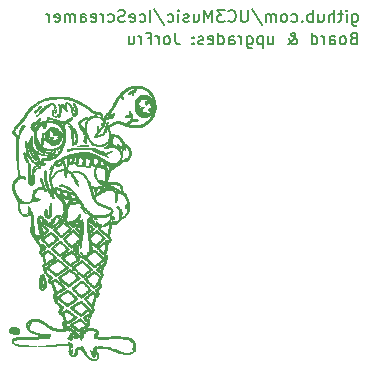
<source format=gbr>
G04 #@! TF.GenerationSoftware,KiCad,Pcbnew,5.1.5-52549c5~84~ubuntu18.04.1*
G04 #@! TF.CreationDate,2020-02-03T15:23:03+01:00*
G04 #@! TF.ProjectId,icescreamer,69636573-6372-4656-916d-65722e6b6963,rev?*
G04 #@! TF.SameCoordinates,Original*
G04 #@! TF.FileFunction,Legend,Bot*
G04 #@! TF.FilePolarity,Positive*
%FSLAX46Y46*%
G04 Gerber Fmt 4.6, Leading zero omitted, Abs format (unit mm)*
G04 Created by KiCad (PCBNEW 5.1.5-52549c5~84~ubuntu18.04.1) date 2020-02-03 15:23:03*
%MOMM*%
%LPD*%
G04 APERTURE LIST*
%ADD10C,0.150000*%
%ADD11C,0.010000*%
G04 APERTURE END LIST*
D10*
X236790333Y-95076971D02*
X236647476Y-95124590D01*
X236599857Y-95172209D01*
X236552238Y-95267447D01*
X236552238Y-95410304D01*
X236599857Y-95505542D01*
X236647476Y-95553161D01*
X236742714Y-95600780D01*
X237123666Y-95600780D01*
X237123666Y-94600780D01*
X236790333Y-94600780D01*
X236695095Y-94648400D01*
X236647476Y-94696019D01*
X236599857Y-94791257D01*
X236599857Y-94886495D01*
X236647476Y-94981733D01*
X236695095Y-95029352D01*
X236790333Y-95076971D01*
X237123666Y-95076971D01*
X235980809Y-95600780D02*
X236076047Y-95553161D01*
X236123666Y-95505542D01*
X236171285Y-95410304D01*
X236171285Y-95124590D01*
X236123666Y-95029352D01*
X236076047Y-94981733D01*
X235980809Y-94934114D01*
X235837952Y-94934114D01*
X235742714Y-94981733D01*
X235695095Y-95029352D01*
X235647476Y-95124590D01*
X235647476Y-95410304D01*
X235695095Y-95505542D01*
X235742714Y-95553161D01*
X235837952Y-95600780D01*
X235980809Y-95600780D01*
X234790333Y-95600780D02*
X234790333Y-95076971D01*
X234837952Y-94981733D01*
X234933190Y-94934114D01*
X235123666Y-94934114D01*
X235218904Y-94981733D01*
X234790333Y-95553161D02*
X234885571Y-95600780D01*
X235123666Y-95600780D01*
X235218904Y-95553161D01*
X235266523Y-95457923D01*
X235266523Y-95362685D01*
X235218904Y-95267447D01*
X235123666Y-95219828D01*
X234885571Y-95219828D01*
X234790333Y-95172209D01*
X234314142Y-95600780D02*
X234314142Y-94934114D01*
X234314142Y-95124590D02*
X234266523Y-95029352D01*
X234218904Y-94981733D01*
X234123666Y-94934114D01*
X234028428Y-94934114D01*
X233266523Y-95600780D02*
X233266523Y-94600780D01*
X233266523Y-95553161D02*
X233361761Y-95600780D01*
X233552238Y-95600780D01*
X233647476Y-95553161D01*
X233695095Y-95505542D01*
X233742714Y-95410304D01*
X233742714Y-95124590D01*
X233695095Y-95029352D01*
X233647476Y-94981733D01*
X233552238Y-94934114D01*
X233361761Y-94934114D01*
X233266523Y-94981733D01*
X231218904Y-95600780D02*
X231266523Y-95600780D01*
X231361761Y-95553161D01*
X231504619Y-95410304D01*
X231742714Y-95124590D01*
X231837952Y-94981733D01*
X231885571Y-94838876D01*
X231885571Y-94743638D01*
X231837952Y-94648400D01*
X231742714Y-94600780D01*
X231695095Y-94600780D01*
X231599857Y-94648400D01*
X231552238Y-94743638D01*
X231552238Y-94791257D01*
X231599857Y-94886495D01*
X231647476Y-94934114D01*
X231933190Y-95124590D01*
X231980809Y-95172209D01*
X232028428Y-95267447D01*
X232028428Y-95410304D01*
X231980809Y-95505542D01*
X231933190Y-95553161D01*
X231837952Y-95600780D01*
X231695095Y-95600780D01*
X231599857Y-95553161D01*
X231552238Y-95505542D01*
X231409380Y-95315066D01*
X231361761Y-95172209D01*
X231361761Y-95076971D01*
X229599857Y-94934114D02*
X229599857Y-95600780D01*
X230028428Y-94934114D02*
X230028428Y-95457923D01*
X229980809Y-95553161D01*
X229885571Y-95600780D01*
X229742714Y-95600780D01*
X229647476Y-95553161D01*
X229599857Y-95505542D01*
X229123666Y-94934114D02*
X229123666Y-95934114D01*
X229123666Y-94981733D02*
X229028428Y-94934114D01*
X228837952Y-94934114D01*
X228742714Y-94981733D01*
X228695095Y-95029352D01*
X228647476Y-95124590D01*
X228647476Y-95410304D01*
X228695095Y-95505542D01*
X228742714Y-95553161D01*
X228837952Y-95600780D01*
X229028428Y-95600780D01*
X229123666Y-95553161D01*
X227790333Y-94934114D02*
X227790333Y-95743638D01*
X227837952Y-95838876D01*
X227885571Y-95886495D01*
X227980809Y-95934114D01*
X228123666Y-95934114D01*
X228218904Y-95886495D01*
X227790333Y-95553161D02*
X227885571Y-95600780D01*
X228076047Y-95600780D01*
X228171285Y-95553161D01*
X228218904Y-95505542D01*
X228266523Y-95410304D01*
X228266523Y-95124590D01*
X228218904Y-95029352D01*
X228171285Y-94981733D01*
X228076047Y-94934114D01*
X227885571Y-94934114D01*
X227790333Y-94981733D01*
X227314142Y-95600780D02*
X227314142Y-94934114D01*
X227314142Y-95124590D02*
X227266523Y-95029352D01*
X227218904Y-94981733D01*
X227123666Y-94934114D01*
X227028428Y-94934114D01*
X226266523Y-95600780D02*
X226266523Y-95076971D01*
X226314142Y-94981733D01*
X226409380Y-94934114D01*
X226599857Y-94934114D01*
X226695095Y-94981733D01*
X226266523Y-95553161D02*
X226361761Y-95600780D01*
X226599857Y-95600780D01*
X226695095Y-95553161D01*
X226742714Y-95457923D01*
X226742714Y-95362685D01*
X226695095Y-95267447D01*
X226599857Y-95219828D01*
X226361761Y-95219828D01*
X226266523Y-95172209D01*
X225361761Y-95600780D02*
X225361761Y-94600780D01*
X225361761Y-95553161D02*
X225457000Y-95600780D01*
X225647476Y-95600780D01*
X225742714Y-95553161D01*
X225790333Y-95505542D01*
X225837952Y-95410304D01*
X225837952Y-95124590D01*
X225790333Y-95029352D01*
X225742714Y-94981733D01*
X225647476Y-94934114D01*
X225457000Y-94934114D01*
X225361761Y-94981733D01*
X224504619Y-95553161D02*
X224599857Y-95600780D01*
X224790333Y-95600780D01*
X224885571Y-95553161D01*
X224933190Y-95457923D01*
X224933190Y-95076971D01*
X224885571Y-94981733D01*
X224790333Y-94934114D01*
X224599857Y-94934114D01*
X224504619Y-94981733D01*
X224457000Y-95076971D01*
X224457000Y-95172209D01*
X224933190Y-95267447D01*
X224076047Y-95553161D02*
X223980809Y-95600780D01*
X223790333Y-95600780D01*
X223695095Y-95553161D01*
X223647476Y-95457923D01*
X223647476Y-95410304D01*
X223695095Y-95315066D01*
X223790333Y-95267447D01*
X223933190Y-95267447D01*
X224028428Y-95219828D01*
X224076047Y-95124590D01*
X224076047Y-95076971D01*
X224028428Y-94981733D01*
X223933190Y-94934114D01*
X223790333Y-94934114D01*
X223695095Y-94981733D01*
X223218904Y-95505542D02*
X223171285Y-95553161D01*
X223218904Y-95600780D01*
X223266523Y-95553161D01*
X223218904Y-95505542D01*
X223218904Y-95600780D01*
X223218904Y-94981733D02*
X223171285Y-95029352D01*
X223218904Y-95076971D01*
X223266523Y-95029352D01*
X223218904Y-94981733D01*
X223218904Y-95076971D01*
X221695095Y-94600780D02*
X221695095Y-95315066D01*
X221742714Y-95457923D01*
X221837952Y-95553161D01*
X221980809Y-95600780D01*
X222076047Y-95600780D01*
X221076047Y-95600780D02*
X221171285Y-95553161D01*
X221218904Y-95505542D01*
X221266523Y-95410304D01*
X221266523Y-95124590D01*
X221218904Y-95029352D01*
X221171285Y-94981733D01*
X221076047Y-94934114D01*
X220933190Y-94934114D01*
X220837952Y-94981733D01*
X220790333Y-95029352D01*
X220742714Y-95124590D01*
X220742714Y-95410304D01*
X220790333Y-95505542D01*
X220837952Y-95553161D01*
X220933190Y-95600780D01*
X221076047Y-95600780D01*
X220314142Y-95600780D02*
X220314142Y-94934114D01*
X220314142Y-95124590D02*
X220266523Y-95029352D01*
X220218904Y-94981733D01*
X220123666Y-94934114D01*
X220028428Y-94934114D01*
X219361761Y-95076971D02*
X219695095Y-95076971D01*
X219695095Y-95600780D02*
X219695095Y-94600780D01*
X219218904Y-94600780D01*
X218837952Y-95600780D02*
X218837952Y-94934114D01*
X218837952Y-95124590D02*
X218790333Y-95029352D01*
X218742714Y-94981733D01*
X218647476Y-94934114D01*
X218552238Y-94934114D01*
X217790333Y-94934114D02*
X217790333Y-95600780D01*
X218218904Y-94934114D02*
X218218904Y-95457923D01*
X218171285Y-95553161D01*
X218076047Y-95600780D01*
X217933190Y-95600780D01*
X217837952Y-95553161D01*
X217790333Y-95505542D01*
X236693076Y-93029114D02*
X236693076Y-93838638D01*
X236740695Y-93933876D01*
X236788314Y-93981495D01*
X236883552Y-94029114D01*
X237026409Y-94029114D01*
X237121647Y-93981495D01*
X236693076Y-93648161D02*
X236788314Y-93695780D01*
X236978790Y-93695780D01*
X237074028Y-93648161D01*
X237121647Y-93600542D01*
X237169266Y-93505304D01*
X237169266Y-93219590D01*
X237121647Y-93124352D01*
X237074028Y-93076733D01*
X236978790Y-93029114D01*
X236788314Y-93029114D01*
X236693076Y-93076733D01*
X236216885Y-93695780D02*
X236216885Y-93029114D01*
X236216885Y-92695780D02*
X236264504Y-92743400D01*
X236216885Y-92791019D01*
X236169266Y-92743400D01*
X236216885Y-92695780D01*
X236216885Y-92791019D01*
X235883552Y-93029114D02*
X235502600Y-93029114D01*
X235740695Y-92695780D02*
X235740695Y-93552923D01*
X235693076Y-93648161D01*
X235597838Y-93695780D01*
X235502600Y-93695780D01*
X235169266Y-93695780D02*
X235169266Y-92695780D01*
X234740695Y-93695780D02*
X234740695Y-93171971D01*
X234788314Y-93076733D01*
X234883552Y-93029114D01*
X235026409Y-93029114D01*
X235121647Y-93076733D01*
X235169266Y-93124352D01*
X233835933Y-93029114D02*
X233835933Y-93695780D01*
X234264504Y-93029114D02*
X234264504Y-93552923D01*
X234216885Y-93648161D01*
X234121647Y-93695780D01*
X233978790Y-93695780D01*
X233883552Y-93648161D01*
X233835933Y-93600542D01*
X233359742Y-93695780D02*
X233359742Y-92695780D01*
X233359742Y-93076733D02*
X233264504Y-93029114D01*
X233074028Y-93029114D01*
X232978790Y-93076733D01*
X232931171Y-93124352D01*
X232883552Y-93219590D01*
X232883552Y-93505304D01*
X232931171Y-93600542D01*
X232978790Y-93648161D01*
X233074028Y-93695780D01*
X233264504Y-93695780D01*
X233359742Y-93648161D01*
X232454980Y-93600542D02*
X232407361Y-93648161D01*
X232454980Y-93695780D01*
X232502600Y-93648161D01*
X232454980Y-93600542D01*
X232454980Y-93695780D01*
X231550219Y-93648161D02*
X231645457Y-93695780D01*
X231835933Y-93695780D01*
X231931171Y-93648161D01*
X231978790Y-93600542D01*
X232026409Y-93505304D01*
X232026409Y-93219590D01*
X231978790Y-93124352D01*
X231931171Y-93076733D01*
X231835933Y-93029114D01*
X231645457Y-93029114D01*
X231550219Y-93076733D01*
X230978790Y-93695780D02*
X231074028Y-93648161D01*
X231121647Y-93600542D01*
X231169266Y-93505304D01*
X231169266Y-93219590D01*
X231121647Y-93124352D01*
X231074028Y-93076733D01*
X230978790Y-93029114D01*
X230835933Y-93029114D01*
X230740695Y-93076733D01*
X230693076Y-93124352D01*
X230645457Y-93219590D01*
X230645457Y-93505304D01*
X230693076Y-93600542D01*
X230740695Y-93648161D01*
X230835933Y-93695780D01*
X230978790Y-93695780D01*
X230216885Y-93695780D02*
X230216885Y-93029114D01*
X230216885Y-93124352D02*
X230169266Y-93076733D01*
X230074028Y-93029114D01*
X229931171Y-93029114D01*
X229835933Y-93076733D01*
X229788314Y-93171971D01*
X229788314Y-93695780D01*
X229788314Y-93171971D02*
X229740695Y-93076733D01*
X229645457Y-93029114D01*
X229502600Y-93029114D01*
X229407361Y-93076733D01*
X229359742Y-93171971D01*
X229359742Y-93695780D01*
X228169266Y-92648161D02*
X229026409Y-93933876D01*
X227835933Y-92695780D02*
X227835933Y-93505304D01*
X227788314Y-93600542D01*
X227740695Y-93648161D01*
X227645457Y-93695780D01*
X227454980Y-93695780D01*
X227359742Y-93648161D01*
X227312123Y-93600542D01*
X227264504Y-93505304D01*
X227264504Y-92695780D01*
X226216885Y-93600542D02*
X226264504Y-93648161D01*
X226407361Y-93695780D01*
X226502600Y-93695780D01*
X226645457Y-93648161D01*
X226740695Y-93552923D01*
X226788314Y-93457685D01*
X226835933Y-93267209D01*
X226835933Y-93124352D01*
X226788314Y-92933876D01*
X226740695Y-92838638D01*
X226645457Y-92743400D01*
X226502600Y-92695780D01*
X226407361Y-92695780D01*
X226264504Y-92743400D01*
X226216885Y-92791019D01*
X225883552Y-92695780D02*
X225264504Y-92695780D01*
X225597838Y-93076733D01*
X225454980Y-93076733D01*
X225359742Y-93124352D01*
X225312123Y-93171971D01*
X225264504Y-93267209D01*
X225264504Y-93505304D01*
X225312123Y-93600542D01*
X225359742Y-93648161D01*
X225454980Y-93695780D01*
X225740695Y-93695780D01*
X225835933Y-93648161D01*
X225883552Y-93600542D01*
X224835933Y-93695780D02*
X224835933Y-92695780D01*
X224502600Y-93410066D01*
X224169266Y-92695780D01*
X224169266Y-93695780D01*
X223264504Y-93029114D02*
X223264504Y-93695780D01*
X223693076Y-93029114D02*
X223693076Y-93552923D01*
X223645457Y-93648161D01*
X223550219Y-93695780D01*
X223407361Y-93695780D01*
X223312123Y-93648161D01*
X223264504Y-93600542D01*
X222835933Y-93648161D02*
X222740695Y-93695780D01*
X222550219Y-93695780D01*
X222454980Y-93648161D01*
X222407361Y-93552923D01*
X222407361Y-93505304D01*
X222454980Y-93410066D01*
X222550219Y-93362447D01*
X222693076Y-93362447D01*
X222788314Y-93314828D01*
X222835933Y-93219590D01*
X222835933Y-93171971D01*
X222788314Y-93076733D01*
X222693076Y-93029114D01*
X222550219Y-93029114D01*
X222454980Y-93076733D01*
X221978790Y-93695780D02*
X221978790Y-93029114D01*
X221978790Y-92695780D02*
X222026409Y-92743400D01*
X221978790Y-92791019D01*
X221931171Y-92743400D01*
X221978790Y-92695780D01*
X221978790Y-92791019D01*
X221074028Y-93648161D02*
X221169266Y-93695780D01*
X221359742Y-93695780D01*
X221454980Y-93648161D01*
X221502600Y-93600542D01*
X221550219Y-93505304D01*
X221550219Y-93219590D01*
X221502600Y-93124352D01*
X221454980Y-93076733D01*
X221359742Y-93029114D01*
X221169266Y-93029114D01*
X221074028Y-93076733D01*
X219931171Y-92648161D02*
X220788314Y-93933876D01*
X219597838Y-93695780D02*
X219597838Y-92695780D01*
X218693076Y-93648161D02*
X218788314Y-93695780D01*
X218978790Y-93695780D01*
X219074028Y-93648161D01*
X219121647Y-93600542D01*
X219169266Y-93505304D01*
X219169266Y-93219590D01*
X219121647Y-93124352D01*
X219074028Y-93076733D01*
X218978790Y-93029114D01*
X218788314Y-93029114D01*
X218693076Y-93076733D01*
X217883552Y-93648161D02*
X217978790Y-93695780D01*
X218169266Y-93695780D01*
X218264504Y-93648161D01*
X218312123Y-93552923D01*
X218312123Y-93171971D01*
X218264504Y-93076733D01*
X218169266Y-93029114D01*
X217978790Y-93029114D01*
X217883552Y-93076733D01*
X217835933Y-93171971D01*
X217835933Y-93267209D01*
X218312123Y-93362447D01*
X217454980Y-93648161D02*
X217312123Y-93695780D01*
X217074028Y-93695780D01*
X216978790Y-93648161D01*
X216931171Y-93600542D01*
X216883552Y-93505304D01*
X216883552Y-93410066D01*
X216931171Y-93314828D01*
X216978790Y-93267209D01*
X217074028Y-93219590D01*
X217264504Y-93171971D01*
X217359742Y-93124352D01*
X217407361Y-93076733D01*
X217454980Y-92981495D01*
X217454980Y-92886257D01*
X217407361Y-92791019D01*
X217359742Y-92743400D01*
X217264504Y-92695780D01*
X217026409Y-92695780D01*
X216883552Y-92743400D01*
X216026409Y-93648161D02*
X216121647Y-93695780D01*
X216312123Y-93695780D01*
X216407361Y-93648161D01*
X216454980Y-93600542D01*
X216502600Y-93505304D01*
X216502600Y-93219590D01*
X216454980Y-93124352D01*
X216407361Y-93076733D01*
X216312123Y-93029114D01*
X216121647Y-93029114D01*
X216026409Y-93076733D01*
X215597838Y-93695780D02*
X215597838Y-93029114D01*
X215597838Y-93219590D02*
X215550219Y-93124352D01*
X215502600Y-93076733D01*
X215407361Y-93029114D01*
X215312123Y-93029114D01*
X214597838Y-93648161D02*
X214693076Y-93695780D01*
X214883552Y-93695780D01*
X214978790Y-93648161D01*
X215026409Y-93552923D01*
X215026409Y-93171971D01*
X214978790Y-93076733D01*
X214883552Y-93029114D01*
X214693076Y-93029114D01*
X214597838Y-93076733D01*
X214550219Y-93171971D01*
X214550219Y-93267209D01*
X215026409Y-93362447D01*
X213693076Y-93695780D02*
X213693076Y-93171971D01*
X213740695Y-93076733D01*
X213835933Y-93029114D01*
X214026409Y-93029114D01*
X214121647Y-93076733D01*
X213693076Y-93648161D02*
X213788314Y-93695780D01*
X214026409Y-93695780D01*
X214121647Y-93648161D01*
X214169266Y-93552923D01*
X214169266Y-93457685D01*
X214121647Y-93362447D01*
X214026409Y-93314828D01*
X213788314Y-93314828D01*
X213693076Y-93267209D01*
X213216885Y-93695780D02*
X213216885Y-93029114D01*
X213216885Y-93124352D02*
X213169266Y-93076733D01*
X213074028Y-93029114D01*
X212931171Y-93029114D01*
X212835933Y-93076733D01*
X212788314Y-93171971D01*
X212788314Y-93695780D01*
X212788314Y-93171971D02*
X212740695Y-93076733D01*
X212645457Y-93029114D01*
X212502600Y-93029114D01*
X212407361Y-93076733D01*
X212359742Y-93171971D01*
X212359742Y-93695780D01*
X211502600Y-93648161D02*
X211597838Y-93695780D01*
X211788314Y-93695780D01*
X211883552Y-93648161D01*
X211931171Y-93552923D01*
X211931171Y-93171971D01*
X211883552Y-93076733D01*
X211788314Y-93029114D01*
X211597838Y-93029114D01*
X211502600Y-93076733D01*
X211454980Y-93171971D01*
X211454980Y-93267209D01*
X211931171Y-93362447D01*
X211026409Y-93695780D02*
X211026409Y-93029114D01*
X211026409Y-93219590D02*
X210978790Y-93124352D01*
X210931171Y-93076733D01*
X210835933Y-93029114D01*
X210740695Y-93029114D01*
D11*
G36*
X219184855Y-100375825D02*
G01*
X219153833Y-100389317D01*
X219152561Y-100390325D01*
X219128362Y-100425444D01*
X219116890Y-100475291D01*
X219117558Y-100532957D01*
X219129783Y-100591536D01*
X219152979Y-100644122D01*
X219176653Y-100674906D01*
X219205611Y-100701066D01*
X219227231Y-100708823D01*
X219250648Y-100699112D01*
X219270392Y-100684478D01*
X219312022Y-100639063D01*
X219335208Y-100581013D01*
X219341700Y-100513945D01*
X219335750Y-100446694D01*
X219318329Y-100399111D01*
X219298524Y-100377819D01*
X219268786Y-100369084D01*
X219227035Y-100368750D01*
X219184855Y-100375825D01*
G37*
X219184855Y-100375825D02*
X219153833Y-100389317D01*
X219152561Y-100390325D01*
X219128362Y-100425444D01*
X219116890Y-100475291D01*
X219117558Y-100532957D01*
X219129783Y-100591536D01*
X219152979Y-100644122D01*
X219176653Y-100674906D01*
X219205611Y-100701066D01*
X219227231Y-100708823D01*
X219250648Y-100699112D01*
X219270392Y-100684478D01*
X219312022Y-100639063D01*
X219335208Y-100581013D01*
X219341700Y-100513945D01*
X219335750Y-100446694D01*
X219318329Y-100399111D01*
X219298524Y-100377819D01*
X219268786Y-100369084D01*
X219227035Y-100368750D01*
X219184855Y-100375825D01*
G36*
X216781793Y-104030621D02*
G01*
X216769942Y-104046225D01*
X216771718Y-104072167D01*
X216783730Y-104099929D01*
X216802585Y-104120993D01*
X216820295Y-104127300D01*
X216833330Y-104138290D01*
X216846920Y-104165710D01*
X216850469Y-104176326D01*
X216868120Y-104217662D01*
X216894354Y-104261312D01*
X216903279Y-104273322D01*
X216929770Y-104311824D01*
X216940901Y-104340008D01*
X216935650Y-104354600D01*
X216929081Y-104355900D01*
X216914137Y-104346577D01*
X216893005Y-104323576D01*
X216888592Y-104317800D01*
X216863617Y-104289956D01*
X216844867Y-104278792D01*
X216836262Y-104284180D01*
X216841717Y-104305992D01*
X216848607Y-104319105D01*
X216867184Y-104343314D01*
X216897461Y-104375200D01*
X216933991Y-104409879D01*
X216971328Y-104442462D01*
X217004026Y-104468065D01*
X217026639Y-104481800D01*
X217031169Y-104482900D01*
X217041677Y-104472004D01*
X217049865Y-104447975D01*
X217060854Y-104409273D01*
X217078339Y-104382380D01*
X217108871Y-104359613D01*
X217139182Y-104343200D01*
X217183148Y-104315830D01*
X217203898Y-104290945D01*
X217200921Y-104269728D01*
X217177385Y-104254693D01*
X217146431Y-104247826D01*
X217126185Y-104249464D01*
X217089197Y-104250205D01*
X217039821Y-104228829D01*
X216978103Y-104185363D01*
X216909367Y-104124849D01*
X216853512Y-104074205D01*
X216813232Y-104042828D01*
X216788009Y-104030334D01*
X216781793Y-104030621D01*
G37*
X216781793Y-104030621D02*
X216769942Y-104046225D01*
X216771718Y-104072167D01*
X216783730Y-104099929D01*
X216802585Y-104120993D01*
X216820295Y-104127300D01*
X216833330Y-104138290D01*
X216846920Y-104165710D01*
X216850469Y-104176326D01*
X216868120Y-104217662D01*
X216894354Y-104261312D01*
X216903279Y-104273322D01*
X216929770Y-104311824D01*
X216940901Y-104340008D01*
X216935650Y-104354600D01*
X216929081Y-104355900D01*
X216914137Y-104346577D01*
X216893005Y-104323576D01*
X216888592Y-104317800D01*
X216863617Y-104289956D01*
X216844867Y-104278792D01*
X216836262Y-104284180D01*
X216841717Y-104305992D01*
X216848607Y-104319105D01*
X216867184Y-104343314D01*
X216897461Y-104375200D01*
X216933991Y-104409879D01*
X216971328Y-104442462D01*
X217004026Y-104468065D01*
X217026639Y-104481800D01*
X217031169Y-104482900D01*
X217041677Y-104472004D01*
X217049865Y-104447975D01*
X217060854Y-104409273D01*
X217078339Y-104382380D01*
X217108871Y-104359613D01*
X217139182Y-104343200D01*
X217183148Y-104315830D01*
X217203898Y-104290945D01*
X217200921Y-104269728D01*
X217177385Y-104254693D01*
X217146431Y-104247826D01*
X217126185Y-104249464D01*
X217089197Y-104250205D01*
X217039821Y-104228829D01*
X216978103Y-104185363D01*
X216909367Y-104124849D01*
X216853512Y-104074205D01*
X216813232Y-104042828D01*
X216788009Y-104030334D01*
X216781793Y-104030621D01*
G36*
X217526091Y-109155316D02*
G01*
X217509020Y-109185660D01*
X217492659Y-109228525D01*
X217479191Y-109277605D01*
X217470802Y-109326591D01*
X217469114Y-109353350D01*
X217469683Y-109396084D01*
X217473696Y-109419646D01*
X217483190Y-109430222D01*
X217495478Y-109433405D01*
X217519251Y-109428531D01*
X217529776Y-109408005D01*
X217536144Y-109372882D01*
X217541395Y-109326628D01*
X217545251Y-109275402D01*
X217547433Y-109225359D01*
X217547664Y-109182658D01*
X217545667Y-109153454D01*
X217541687Y-109143800D01*
X217526091Y-109155316D01*
G37*
X217526091Y-109155316D02*
X217509020Y-109185660D01*
X217492659Y-109228525D01*
X217479191Y-109277605D01*
X217470802Y-109326591D01*
X217469114Y-109353350D01*
X217469683Y-109396084D01*
X217473696Y-109419646D01*
X217483190Y-109430222D01*
X217495478Y-109433405D01*
X217519251Y-109428531D01*
X217529776Y-109408005D01*
X217536144Y-109372882D01*
X217541395Y-109326628D01*
X217545251Y-109275402D01*
X217547433Y-109225359D01*
X217547664Y-109182658D01*
X217545667Y-109153454D01*
X217541687Y-109143800D01*
X217526091Y-109155316D01*
G36*
X216380407Y-110118813D02*
G01*
X216378663Y-110136716D01*
X216387921Y-110170309D01*
X216405362Y-110213971D01*
X216428168Y-110262081D01*
X216453520Y-110309019D01*
X216478601Y-110349163D01*
X216500591Y-110376891D01*
X216514604Y-110386475D01*
X216529084Y-110386626D01*
X216534174Y-110375679D01*
X216531681Y-110347613D01*
X216529846Y-110335708D01*
X216518670Y-110294482D01*
X216498742Y-110245145D01*
X216473861Y-110195091D01*
X216447825Y-110151711D01*
X216424434Y-110122399D01*
X216417292Y-110116652D01*
X216393621Y-110110440D01*
X216380407Y-110118813D01*
G37*
X216380407Y-110118813D02*
X216378663Y-110136716D01*
X216387921Y-110170309D01*
X216405362Y-110213971D01*
X216428168Y-110262081D01*
X216453520Y-110309019D01*
X216478601Y-110349163D01*
X216500591Y-110376891D01*
X216514604Y-110386475D01*
X216529084Y-110386626D01*
X216534174Y-110375679D01*
X216531681Y-110347613D01*
X216529846Y-110335708D01*
X216518670Y-110294482D01*
X216498742Y-110245145D01*
X216473861Y-110195091D01*
X216447825Y-110151711D01*
X216424434Y-110122399D01*
X216417292Y-110116652D01*
X216393621Y-110110440D01*
X216380407Y-110118813D01*
G36*
X211266465Y-100596700D02*
G01*
X211162688Y-100605027D01*
X211050830Y-100630558D01*
X210927973Y-100674116D01*
X210819408Y-100722687D01*
X210757371Y-100753699D01*
X210711252Y-100780434D01*
X210673523Y-100808383D01*
X210636654Y-100843035D01*
X210598810Y-100883583D01*
X210533596Y-100949412D01*
X210478163Y-100992123D01*
X210454272Y-101004719D01*
X210425226Y-101021445D01*
X210387512Y-101049265D01*
X210344351Y-101085041D01*
X210298964Y-101125635D01*
X210254573Y-101167908D01*
X210214400Y-101208721D01*
X210181668Y-101244937D01*
X210159596Y-101273415D01*
X210151408Y-101291019D01*
X210156091Y-101295200D01*
X210170011Y-101286756D01*
X210195492Y-101264736D01*
X210223631Y-101237304D01*
X210273710Y-101189239D01*
X210324413Y-101145992D01*
X210371186Y-101110978D01*
X210409474Y-101087610D01*
X210434385Y-101079300D01*
X210463965Y-101070798D01*
X210510841Y-101045843D01*
X210573691Y-101005257D01*
X210651194Y-100949864D01*
X210693554Y-100917996D01*
X210766311Y-100866979D01*
X210849739Y-100815754D01*
X210936766Y-100768130D01*
X211020316Y-100727912D01*
X211093318Y-100698907D01*
X211111231Y-100693217D01*
X211203030Y-100674813D01*
X211285274Y-100675586D01*
X211355500Y-100694898D01*
X211411247Y-100732115D01*
X211446795Y-100779981D01*
X211466072Y-100833483D01*
X211470484Y-100893757D01*
X211459793Y-100965138D01*
X211433763Y-101051960D01*
X211431590Y-101058086D01*
X211409101Y-101124535D01*
X211396233Y-101170524D01*
X211392872Y-101195420D01*
X211398903Y-101198590D01*
X211414214Y-101179399D01*
X211438689Y-101137216D01*
X211444017Y-101127211D01*
X211474878Y-101073293D01*
X211509271Y-101020287D01*
X211540558Y-100978320D01*
X211545222Y-100972862D01*
X211572173Y-100938154D01*
X211590144Y-100907173D01*
X211594700Y-100891473D01*
X211586496Y-100863510D01*
X211564416Y-100822751D01*
X211532256Y-100774644D01*
X211493815Y-100724636D01*
X211452890Y-100678174D01*
X211430437Y-100655861D01*
X211367189Y-100596699D01*
X211266465Y-100596700D01*
G37*
X211266465Y-100596700D02*
X211162688Y-100605027D01*
X211050830Y-100630558D01*
X210927973Y-100674116D01*
X210819408Y-100722687D01*
X210757371Y-100753699D01*
X210711252Y-100780434D01*
X210673523Y-100808383D01*
X210636654Y-100843035D01*
X210598810Y-100883583D01*
X210533596Y-100949412D01*
X210478163Y-100992123D01*
X210454272Y-101004719D01*
X210425226Y-101021445D01*
X210387512Y-101049265D01*
X210344351Y-101085041D01*
X210298964Y-101125635D01*
X210254573Y-101167908D01*
X210214400Y-101208721D01*
X210181668Y-101244937D01*
X210159596Y-101273415D01*
X210151408Y-101291019D01*
X210156091Y-101295200D01*
X210170011Y-101286756D01*
X210195492Y-101264736D01*
X210223631Y-101237304D01*
X210273710Y-101189239D01*
X210324413Y-101145992D01*
X210371186Y-101110978D01*
X210409474Y-101087610D01*
X210434385Y-101079300D01*
X210463965Y-101070798D01*
X210510841Y-101045843D01*
X210573691Y-101005257D01*
X210651194Y-100949864D01*
X210693554Y-100917996D01*
X210766311Y-100866979D01*
X210849739Y-100815754D01*
X210936766Y-100768130D01*
X211020316Y-100727912D01*
X211093318Y-100698907D01*
X211111231Y-100693217D01*
X211203030Y-100674813D01*
X211285274Y-100675586D01*
X211355500Y-100694898D01*
X211411247Y-100732115D01*
X211446795Y-100779981D01*
X211466072Y-100833483D01*
X211470484Y-100893757D01*
X211459793Y-100965138D01*
X211433763Y-101051960D01*
X211431590Y-101058086D01*
X211409101Y-101124535D01*
X211396233Y-101170524D01*
X211392872Y-101195420D01*
X211398903Y-101198590D01*
X211414214Y-101179399D01*
X211438689Y-101137216D01*
X211444017Y-101127211D01*
X211474878Y-101073293D01*
X211509271Y-101020287D01*
X211540558Y-100978320D01*
X211545222Y-100972862D01*
X211572173Y-100938154D01*
X211590144Y-100907173D01*
X211594700Y-100891473D01*
X211586496Y-100863510D01*
X211564416Y-100822751D01*
X211532256Y-100774644D01*
X211493815Y-100724636D01*
X211452890Y-100678174D01*
X211430437Y-100655861D01*
X211367189Y-100596699D01*
X211266465Y-100596700D01*
G36*
X210242400Y-100827466D02*
G01*
X210197405Y-100846072D01*
X210153483Y-100877599D01*
X210121022Y-100910256D01*
X210108816Y-100932512D01*
X210116950Y-100942898D01*
X210145506Y-100939942D01*
X210149992Y-100938713D01*
X210179089Y-100930712D01*
X210195155Y-100926942D01*
X210195689Y-100926900D01*
X210187996Y-100934318D01*
X210162772Y-100955208D01*
X210122594Y-100987523D01*
X210070039Y-101029214D01*
X210007683Y-101078234D01*
X209938102Y-101132536D01*
X209888160Y-101171290D01*
X209848096Y-101200195D01*
X209813301Y-101221550D01*
X209790370Y-101231377D01*
X209788125Y-101231615D01*
X209770213Y-101241181D01*
X209765900Y-101263857D01*
X209769818Y-101291342D01*
X209779479Y-101325671D01*
X209791741Y-101358084D01*
X209803465Y-101379823D01*
X209809009Y-101384100D01*
X209818263Y-101373955D01*
X209831748Y-101349522D01*
X209831913Y-101349175D01*
X209847689Y-101328945D01*
X209879644Y-101297312D01*
X209923621Y-101258089D01*
X209975463Y-101215091D01*
X209994531Y-101199985D01*
X210057239Y-101149546D01*
X210122385Y-101094837D01*
X210182585Y-101042191D01*
X210230456Y-100997942D01*
X210233593Y-100994895D01*
X210276789Y-100951580D01*
X210304015Y-100920620D01*
X210318368Y-100897590D01*
X210322945Y-100878064D01*
X210322493Y-100867860D01*
X210309257Y-100838111D01*
X210281122Y-100824730D01*
X210242400Y-100827466D01*
G37*
X210242400Y-100827466D02*
X210197405Y-100846072D01*
X210153483Y-100877599D01*
X210121022Y-100910256D01*
X210108816Y-100932512D01*
X210116950Y-100942898D01*
X210145506Y-100939942D01*
X210149992Y-100938713D01*
X210179089Y-100930712D01*
X210195155Y-100926942D01*
X210195689Y-100926900D01*
X210187996Y-100934318D01*
X210162772Y-100955208D01*
X210122594Y-100987523D01*
X210070039Y-101029214D01*
X210007683Y-101078234D01*
X209938102Y-101132536D01*
X209888160Y-101171290D01*
X209848096Y-101200195D01*
X209813301Y-101221550D01*
X209790370Y-101231377D01*
X209788125Y-101231615D01*
X209770213Y-101241181D01*
X209765900Y-101263857D01*
X209769818Y-101291342D01*
X209779479Y-101325671D01*
X209791741Y-101358084D01*
X209803465Y-101379823D01*
X209809009Y-101384100D01*
X209818263Y-101373955D01*
X209831748Y-101349522D01*
X209831913Y-101349175D01*
X209847689Y-101328945D01*
X209879644Y-101297312D01*
X209923621Y-101258089D01*
X209975463Y-101215091D01*
X209994531Y-101199985D01*
X210057239Y-101149546D01*
X210122385Y-101094837D01*
X210182585Y-101042191D01*
X210230456Y-100997942D01*
X210233593Y-100994895D01*
X210276789Y-100951580D01*
X210304015Y-100920620D01*
X210318368Y-100897590D01*
X210322945Y-100878064D01*
X210322493Y-100867860D01*
X210309257Y-100838111D01*
X210281122Y-100824730D01*
X210242400Y-100827466D01*
G36*
X211595634Y-101077726D02*
G01*
X211575491Y-101107337D01*
X211552505Y-101149777D01*
X211529211Y-101199394D01*
X211508140Y-101250532D01*
X211491824Y-101297538D01*
X211482797Y-101334757D01*
X211482290Y-101352634D01*
X211494421Y-101376329D01*
X211515114Y-101377039D01*
X211535981Y-101360434D01*
X211555009Y-101331557D01*
X211573880Y-101289727D01*
X211591236Y-101240305D01*
X211605720Y-101188654D01*
X211615971Y-101140136D01*
X211620634Y-101100114D01*
X211618348Y-101073951D01*
X211610404Y-101066600D01*
X211595634Y-101077726D01*
G37*
X211595634Y-101077726D02*
X211575491Y-101107337D01*
X211552505Y-101149777D01*
X211529211Y-101199394D01*
X211508140Y-101250532D01*
X211491824Y-101297538D01*
X211482797Y-101334757D01*
X211482290Y-101352634D01*
X211494421Y-101376329D01*
X211515114Y-101377039D01*
X211535981Y-101360434D01*
X211555009Y-101331557D01*
X211573880Y-101289727D01*
X211591236Y-101240305D01*
X211605720Y-101188654D01*
X211615971Y-101140136D01*
X211620634Y-101100114D01*
X211618348Y-101073951D01*
X211610404Y-101066600D01*
X211595634Y-101077726D01*
G36*
X211014235Y-100768203D02*
G01*
X210975446Y-100785424D01*
X210926279Y-100810479D01*
X210872207Y-100840387D01*
X210818704Y-100872164D01*
X210771243Y-100902828D01*
X210748027Y-100919387D01*
X210708092Y-100951223D01*
X210656391Y-100995032D01*
X210599452Y-101045167D01*
X210543799Y-101095977D01*
X210540952Y-101098635D01*
X210493150Y-101142326D01*
X210451116Y-101178886D01*
X210418654Y-101205143D01*
X210399568Y-101217925D01*
X210397025Y-101218658D01*
X210396566Y-101211496D01*
X210412459Y-101193667D01*
X210426219Y-101181535D01*
X210450875Y-101158049D01*
X210462558Y-101140645D01*
X210462101Y-101136267D01*
X210444317Y-101131560D01*
X210415621Y-101143636D01*
X210374626Y-101173413D01*
X210319942Y-101221812D01*
X210290138Y-101250263D01*
X210242079Y-101298145D01*
X210210848Y-101332639D01*
X210194009Y-101356910D01*
X210189127Y-101374126D01*
X210190137Y-101380276D01*
X210185157Y-101403398D01*
X210161315Y-101436988D01*
X210121396Y-101478227D01*
X210068186Y-101524295D01*
X210004468Y-101572371D01*
X209991476Y-101581451D01*
X209955106Y-101608669D01*
X209928938Y-101632288D01*
X209918466Y-101647328D01*
X209918451Y-101647625D01*
X209918457Y-101657028D01*
X209921734Y-101661147D01*
X209932842Y-101658689D01*
X209956343Y-101648361D01*
X209996795Y-101628871D01*
X210013909Y-101620563D01*
X210060213Y-101595096D01*
X210113824Y-101559678D01*
X210176546Y-101512859D01*
X210250185Y-101453191D01*
X210336548Y-101379222D01*
X210437438Y-101289504D01*
X210521550Y-101213002D01*
X210641300Y-101104599D01*
X210746597Y-101012049D01*
X210836654Y-100936022D01*
X210910684Y-100877184D01*
X210960431Y-100841177D01*
X211003661Y-100809777D01*
X211032340Y-100784442D01*
X211044089Y-100767631D01*
X211037174Y-100761800D01*
X211014235Y-100768203D01*
G37*
X211014235Y-100768203D02*
X210975446Y-100785424D01*
X210926279Y-100810479D01*
X210872207Y-100840387D01*
X210818704Y-100872164D01*
X210771243Y-100902828D01*
X210748027Y-100919387D01*
X210708092Y-100951223D01*
X210656391Y-100995032D01*
X210599452Y-101045167D01*
X210543799Y-101095977D01*
X210540952Y-101098635D01*
X210493150Y-101142326D01*
X210451116Y-101178886D01*
X210418654Y-101205143D01*
X210399568Y-101217925D01*
X210397025Y-101218658D01*
X210396566Y-101211496D01*
X210412459Y-101193667D01*
X210426219Y-101181535D01*
X210450875Y-101158049D01*
X210462558Y-101140645D01*
X210462101Y-101136267D01*
X210444317Y-101131560D01*
X210415621Y-101143636D01*
X210374626Y-101173413D01*
X210319942Y-101221812D01*
X210290138Y-101250263D01*
X210242079Y-101298145D01*
X210210848Y-101332639D01*
X210194009Y-101356910D01*
X210189127Y-101374126D01*
X210190137Y-101380276D01*
X210185157Y-101403398D01*
X210161315Y-101436988D01*
X210121396Y-101478227D01*
X210068186Y-101524295D01*
X210004468Y-101572371D01*
X209991476Y-101581451D01*
X209955106Y-101608669D01*
X209928938Y-101632288D01*
X209918466Y-101647328D01*
X209918451Y-101647625D01*
X209918457Y-101657028D01*
X209921734Y-101661147D01*
X209932842Y-101658689D01*
X209956343Y-101648361D01*
X209996795Y-101628871D01*
X210013909Y-101620563D01*
X210060213Y-101595096D01*
X210113824Y-101559678D01*
X210176546Y-101512859D01*
X210250185Y-101453191D01*
X210336548Y-101379222D01*
X210437438Y-101289504D01*
X210521550Y-101213002D01*
X210641300Y-101104599D01*
X210746597Y-101012049D01*
X210836654Y-100936022D01*
X210910684Y-100877184D01*
X210960431Y-100841177D01*
X211003661Y-100809777D01*
X211032340Y-100784442D01*
X211044089Y-100767631D01*
X211037174Y-100761800D01*
X211014235Y-100768203D01*
G36*
X211303146Y-101149268D02*
G01*
X211300299Y-101155003D01*
X211290250Y-101192226D01*
X211283369Y-101236774D01*
X211280160Y-101280941D01*
X211281127Y-101317019D01*
X211286776Y-101337299D01*
X211288275Y-101338645D01*
X211295960Y-101355829D01*
X211300984Y-101392971D01*
X211302600Y-101439694D01*
X211305660Y-101498177D01*
X211313870Y-101556912D01*
X211325782Y-101609512D01*
X211339943Y-101649595D01*
X211354903Y-101670775D01*
X211355146Y-101670928D01*
X211362607Y-101667338D01*
X211363617Y-101642108D01*
X211360636Y-101611149D01*
X211354364Y-101561357D01*
X211347948Y-101513240D01*
X211345405Y-101495225D01*
X211342409Y-101460351D01*
X211347145Y-101449668D01*
X211359672Y-101463158D01*
X211373061Y-101486880D01*
X211388056Y-101511154D01*
X211398754Y-101520220D01*
X211399827Y-101519706D01*
X211399176Y-101505801D01*
X211393179Y-101471606D01*
X211382720Y-101421455D01*
X211368681Y-101359684D01*
X211358922Y-101318904D01*
X211340644Y-101245478D01*
X211326835Y-101194338D01*
X211316588Y-101162949D01*
X211308994Y-101148771D01*
X211303146Y-101149268D01*
G37*
X211303146Y-101149268D02*
X211300299Y-101155003D01*
X211290250Y-101192226D01*
X211283369Y-101236774D01*
X211280160Y-101280941D01*
X211281127Y-101317019D01*
X211286776Y-101337299D01*
X211288275Y-101338645D01*
X211295960Y-101355829D01*
X211300984Y-101392971D01*
X211302600Y-101439694D01*
X211305660Y-101498177D01*
X211313870Y-101556912D01*
X211325782Y-101609512D01*
X211339943Y-101649595D01*
X211354903Y-101670775D01*
X211355146Y-101670928D01*
X211362607Y-101667338D01*
X211363617Y-101642108D01*
X211360636Y-101611149D01*
X211354364Y-101561357D01*
X211347948Y-101513240D01*
X211345405Y-101495225D01*
X211342409Y-101460351D01*
X211347145Y-101449668D01*
X211359672Y-101463158D01*
X211373061Y-101486880D01*
X211388056Y-101511154D01*
X211398754Y-101520220D01*
X211399827Y-101519706D01*
X211399176Y-101505801D01*
X211393179Y-101471606D01*
X211382720Y-101421455D01*
X211368681Y-101359684D01*
X211358922Y-101318904D01*
X211340644Y-101245478D01*
X211326835Y-101194338D01*
X211316588Y-101162949D01*
X211308994Y-101148771D01*
X211303146Y-101149268D01*
G36*
X212472203Y-100518119D02*
G01*
X212427673Y-100548169D01*
X212398281Y-100596586D01*
X212384522Y-100662006D01*
X212386890Y-100743065D01*
X212405880Y-100838398D01*
X212408298Y-100847192D01*
X212425479Y-100921181D01*
X212429463Y-100973616D01*
X212420250Y-101004443D01*
X212405867Y-101013150D01*
X212376841Y-101009213D01*
X212357198Y-100983915D01*
X212346474Y-100936278D01*
X212344000Y-100883274D01*
X212343076Y-100833648D01*
X212338879Y-100801577D01*
X212329276Y-100779242D01*
X212312133Y-100758824D01*
X212309242Y-100755905D01*
X212241960Y-100705211D01*
X212165626Y-100677796D01*
X212113815Y-100672899D01*
X212072395Y-100675770D01*
X212032777Y-100686275D01*
X211986042Y-100707259D01*
X211956138Y-100723161D01*
X211913117Y-100745387D01*
X211878837Y-100760514D01*
X211859001Y-100766116D01*
X211856629Y-100765495D01*
X211851193Y-100748472D01*
X211848715Y-100717841D01*
X211848700Y-100715233D01*
X211845363Y-100686705D01*
X211837207Y-100673090D01*
X211836000Y-100672900D01*
X211829502Y-100675618D01*
X211825574Y-100685871D01*
X211824311Y-100706811D01*
X211825807Y-100741584D01*
X211830157Y-100793342D01*
X211837454Y-100865233D01*
X211843414Y-100920512D01*
X211852275Y-101019208D01*
X211857573Y-101117101D01*
X211859368Y-101209943D01*
X211857721Y-101293489D01*
X211852691Y-101363492D01*
X211844339Y-101415708D01*
X211836000Y-101440509D01*
X211813641Y-101469059D01*
X211778632Y-101498917D01*
X211759800Y-101511233D01*
X211725708Y-101533098D01*
X211708655Y-101552172D01*
X211702807Y-101576712D01*
X211702268Y-101592652D01*
X211694313Y-101637236D01*
X211677616Y-101658453D01*
X211641590Y-101672037D01*
X211591256Y-101674994D01*
X211535208Y-101667681D01*
X211482041Y-101650456D01*
X211481685Y-101650295D01*
X211447722Y-101636964D01*
X211423945Y-101631464D01*
X211418228Y-101632539D01*
X211422262Y-101644603D01*
X211440955Y-101666993D01*
X211456496Y-101682158D01*
X211514587Y-101719229D01*
X211581502Y-101734624D01*
X211653431Y-101728704D01*
X211726566Y-101701827D01*
X211797096Y-101654354D01*
X211802734Y-101649481D01*
X211834411Y-101622975D01*
X211857920Y-101605875D01*
X211867541Y-101601907D01*
X211864225Y-101614483D01*
X211850353Y-101641539D01*
X211836135Y-101665495D01*
X211814687Y-101703020D01*
X211799625Y-101735061D01*
X211795621Y-101747748D01*
X211799921Y-101768845D01*
X211818575Y-101775203D01*
X211845492Y-101767151D01*
X211874578Y-101745021D01*
X211876138Y-101743383D01*
X211901750Y-101711879D01*
X211923454Y-101674861D01*
X211941911Y-101629498D01*
X211957782Y-101572959D01*
X211971729Y-101502416D01*
X211984414Y-101415038D01*
X211996497Y-101307994D01*
X212008639Y-101178457D01*
X212008922Y-101175217D01*
X212018484Y-101073665D01*
X212027709Y-100994906D01*
X212037178Y-100936349D01*
X212047476Y-100895404D01*
X212059185Y-100869479D01*
X212072887Y-100855985D01*
X212081420Y-100852935D01*
X212104506Y-100855521D01*
X212130777Y-100873439D01*
X212162674Y-100909043D01*
X212202637Y-100964684D01*
X212212288Y-100979143D01*
X212258244Y-101041956D01*
X212307391Y-101097724D01*
X212357077Y-101144749D01*
X212404653Y-101181335D01*
X212447470Y-101205782D01*
X212482878Y-101216393D01*
X212508227Y-101211470D01*
X212520868Y-101189315D01*
X212521800Y-101177488D01*
X212515396Y-101145207D01*
X212493902Y-101128623D01*
X212453900Y-101125667D01*
X212438472Y-101127049D01*
X212393148Y-101127591D01*
X212364160Y-101118287D01*
X212363293Y-101117601D01*
X212350126Y-101098490D01*
X212360201Y-101084952D01*
X212391565Y-101079336D01*
X212395103Y-101079300D01*
X212430176Y-101070480D01*
X212444884Y-101055239D01*
X212449998Y-101034595D01*
X212452372Y-101017146D01*
X212302562Y-101017146D01*
X212301142Y-101038147D01*
X212295765Y-101041200D01*
X212273948Y-101028630D01*
X212254272Y-100991322D01*
X212243955Y-100958454D01*
X212225639Y-100909228D01*
X212198470Y-100858467D01*
X212167213Y-100813478D01*
X212136636Y-100781569D01*
X212122737Y-100772638D01*
X212096303Y-100765585D01*
X212068843Y-100772727D01*
X212049562Y-100783008D01*
X212012859Y-100812021D01*
X211988161Y-100851750D01*
X211973305Y-100907098D01*
X211966767Y-100970634D01*
X211962124Y-101033010D01*
X211956927Y-101074211D01*
X211951645Y-101093378D01*
X211946747Y-101089654D01*
X211942703Y-101062182D01*
X211940271Y-101019059D01*
X211940220Y-100962163D01*
X211943482Y-100908056D01*
X211949373Y-100867211D01*
X211950458Y-100862814D01*
X211967039Y-100825188D01*
X211994595Y-100784923D01*
X212027483Y-100748290D01*
X212060061Y-100721560D01*
X212086686Y-100711003D01*
X212087052Y-100711000D01*
X212128480Y-100722867D01*
X212171882Y-100756281D01*
X212213879Y-100807959D01*
X212247286Y-100866554D01*
X212274655Y-100927822D01*
X212293407Y-100979195D01*
X212302562Y-101017146D01*
X212452372Y-101017146D01*
X212455574Y-100993615D01*
X212461082Y-100937343D01*
X212465992Y-100870822D01*
X212468110Y-100834272D01*
X212474095Y-100741706D01*
X212480997Y-100674402D01*
X212488829Y-100632241D01*
X212495336Y-100617033D01*
X212525520Y-100599056D01*
X212567547Y-100599299D01*
X212617436Y-100616112D01*
X212671207Y-100647846D01*
X212724877Y-100692852D01*
X212754368Y-100724359D01*
X212781754Y-100762339D01*
X212806363Y-100810190D01*
X212828899Y-100870444D01*
X212850061Y-100945629D01*
X212870552Y-101038277D01*
X212891071Y-101150917D01*
X212912321Y-101286080D01*
X212914938Y-101303827D01*
X212929338Y-101391802D01*
X212944733Y-101459624D01*
X212963294Y-101512516D01*
X212987191Y-101555697D01*
X213018592Y-101594389D01*
X213047496Y-101622795D01*
X213095259Y-101659884D01*
X213137472Y-101674762D01*
X213179931Y-101667944D01*
X213228433Y-101639944D01*
X213229786Y-101638968D01*
X213301462Y-101571897D01*
X213354338Y-101489319D01*
X213387863Y-101393397D01*
X213401486Y-101286295D01*
X213394652Y-101170174D01*
X213374282Y-101072950D01*
X213353820Y-101009652D01*
X213325371Y-100937276D01*
X213291589Y-100861199D01*
X213255128Y-100786797D01*
X213218642Y-100719445D01*
X213184784Y-100664520D01*
X213156207Y-100627399D01*
X213152509Y-100623668D01*
X213120764Y-100596934D01*
X213095941Y-100587062D01*
X213075164Y-100588985D01*
X213055771Y-100597577D01*
X213045711Y-100613308D01*
X213045512Y-100639100D01*
X213055700Y-100677871D01*
X213076802Y-100732543D01*
X213109347Y-100806035D01*
X213117566Y-100823877D01*
X213165942Y-100933490D01*
X213201707Y-101025775D01*
X213224670Y-101099940D01*
X213234642Y-101155196D01*
X213231432Y-101190750D01*
X213214850Y-101205814D01*
X213209569Y-101206300D01*
X213190942Y-101202486D01*
X213172586Y-101188901D01*
X213152142Y-101162332D01*
X213127253Y-101119563D01*
X213095558Y-101057380D01*
X213086101Y-101038025D01*
X213060584Y-100987727D01*
X213037989Y-100947258D01*
X213021078Y-100921322D01*
X213013449Y-100914200D01*
X213006660Y-100925422D01*
X213007199Y-100955823D01*
X213014310Y-101000500D01*
X213027234Y-101054554D01*
X213043268Y-101107334D01*
X213074734Y-101184777D01*
X213108883Y-101237215D01*
X213145929Y-101264920D01*
X213170982Y-101269800D01*
X213217856Y-101276737D01*
X213248338Y-101295906D01*
X213258400Y-101322717D01*
X213248840Y-101347993D01*
X213224285Y-101381051D01*
X213190926Y-101415660D01*
X213154954Y-101445588D01*
X213122557Y-101464606D01*
X213114933Y-101467136D01*
X213080608Y-101471477D01*
X213054640Y-101461728D01*
X213031319Y-101434152D01*
X213012387Y-101400029D01*
X212969816Y-101299662D01*
X212948082Y-101205308D01*
X212945812Y-101110660D01*
X212946780Y-101099015D01*
X212947571Y-101022633D01*
X212934340Y-100945722D01*
X212905605Y-100862615D01*
X212860517Y-100768831D01*
X212816098Y-100700064D01*
X212760464Y-100636497D01*
X212698295Y-100581843D01*
X212634271Y-100539812D01*
X212573074Y-100514118D01*
X212531376Y-100507800D01*
X212472203Y-100518119D01*
G37*
X212472203Y-100518119D02*
X212427673Y-100548169D01*
X212398281Y-100596586D01*
X212384522Y-100662006D01*
X212386890Y-100743065D01*
X212405880Y-100838398D01*
X212408298Y-100847192D01*
X212425479Y-100921181D01*
X212429463Y-100973616D01*
X212420250Y-101004443D01*
X212405867Y-101013150D01*
X212376841Y-101009213D01*
X212357198Y-100983915D01*
X212346474Y-100936278D01*
X212344000Y-100883274D01*
X212343076Y-100833648D01*
X212338879Y-100801577D01*
X212329276Y-100779242D01*
X212312133Y-100758824D01*
X212309242Y-100755905D01*
X212241960Y-100705211D01*
X212165626Y-100677796D01*
X212113815Y-100672899D01*
X212072395Y-100675770D01*
X212032777Y-100686275D01*
X211986042Y-100707259D01*
X211956138Y-100723161D01*
X211913117Y-100745387D01*
X211878837Y-100760514D01*
X211859001Y-100766116D01*
X211856629Y-100765495D01*
X211851193Y-100748472D01*
X211848715Y-100717841D01*
X211848700Y-100715233D01*
X211845363Y-100686705D01*
X211837207Y-100673090D01*
X211836000Y-100672900D01*
X211829502Y-100675618D01*
X211825574Y-100685871D01*
X211824311Y-100706811D01*
X211825807Y-100741584D01*
X211830157Y-100793342D01*
X211837454Y-100865233D01*
X211843414Y-100920512D01*
X211852275Y-101019208D01*
X211857573Y-101117101D01*
X211859368Y-101209943D01*
X211857721Y-101293489D01*
X211852691Y-101363492D01*
X211844339Y-101415708D01*
X211836000Y-101440509D01*
X211813641Y-101469059D01*
X211778632Y-101498917D01*
X211759800Y-101511233D01*
X211725708Y-101533098D01*
X211708655Y-101552172D01*
X211702807Y-101576712D01*
X211702268Y-101592652D01*
X211694313Y-101637236D01*
X211677616Y-101658453D01*
X211641590Y-101672037D01*
X211591256Y-101674994D01*
X211535208Y-101667681D01*
X211482041Y-101650456D01*
X211481685Y-101650295D01*
X211447722Y-101636964D01*
X211423945Y-101631464D01*
X211418228Y-101632539D01*
X211422262Y-101644603D01*
X211440955Y-101666993D01*
X211456496Y-101682158D01*
X211514587Y-101719229D01*
X211581502Y-101734624D01*
X211653431Y-101728704D01*
X211726566Y-101701827D01*
X211797096Y-101654354D01*
X211802734Y-101649481D01*
X211834411Y-101622975D01*
X211857920Y-101605875D01*
X211867541Y-101601907D01*
X211864225Y-101614483D01*
X211850353Y-101641539D01*
X211836135Y-101665495D01*
X211814687Y-101703020D01*
X211799625Y-101735061D01*
X211795621Y-101747748D01*
X211799921Y-101768845D01*
X211818575Y-101775203D01*
X211845492Y-101767151D01*
X211874578Y-101745021D01*
X211876138Y-101743383D01*
X211901750Y-101711879D01*
X211923454Y-101674861D01*
X211941911Y-101629498D01*
X211957782Y-101572959D01*
X211971729Y-101502416D01*
X211984414Y-101415038D01*
X211996497Y-101307994D01*
X212008639Y-101178457D01*
X212008922Y-101175217D01*
X212018484Y-101073665D01*
X212027709Y-100994906D01*
X212037178Y-100936349D01*
X212047476Y-100895404D01*
X212059185Y-100869479D01*
X212072887Y-100855985D01*
X212081420Y-100852935D01*
X212104506Y-100855521D01*
X212130777Y-100873439D01*
X212162674Y-100909043D01*
X212202637Y-100964684D01*
X212212288Y-100979143D01*
X212258244Y-101041956D01*
X212307391Y-101097724D01*
X212357077Y-101144749D01*
X212404653Y-101181335D01*
X212447470Y-101205782D01*
X212482878Y-101216393D01*
X212508227Y-101211470D01*
X212520868Y-101189315D01*
X212521800Y-101177488D01*
X212515396Y-101145207D01*
X212493902Y-101128623D01*
X212453900Y-101125667D01*
X212438472Y-101127049D01*
X212393148Y-101127591D01*
X212364160Y-101118287D01*
X212363293Y-101117601D01*
X212350126Y-101098490D01*
X212360201Y-101084952D01*
X212391565Y-101079336D01*
X212395103Y-101079300D01*
X212430176Y-101070480D01*
X212444884Y-101055239D01*
X212449998Y-101034595D01*
X212452372Y-101017146D01*
X212302562Y-101017146D01*
X212301142Y-101038147D01*
X212295765Y-101041200D01*
X212273948Y-101028630D01*
X212254272Y-100991322D01*
X212243955Y-100958454D01*
X212225639Y-100909228D01*
X212198470Y-100858467D01*
X212167213Y-100813478D01*
X212136636Y-100781569D01*
X212122737Y-100772638D01*
X212096303Y-100765585D01*
X212068843Y-100772727D01*
X212049562Y-100783008D01*
X212012859Y-100812021D01*
X211988161Y-100851750D01*
X211973305Y-100907098D01*
X211966767Y-100970634D01*
X211962124Y-101033010D01*
X211956927Y-101074211D01*
X211951645Y-101093378D01*
X211946747Y-101089654D01*
X211942703Y-101062182D01*
X211940271Y-101019059D01*
X211940220Y-100962163D01*
X211943482Y-100908056D01*
X211949373Y-100867211D01*
X211950458Y-100862814D01*
X211967039Y-100825188D01*
X211994595Y-100784923D01*
X212027483Y-100748290D01*
X212060061Y-100721560D01*
X212086686Y-100711003D01*
X212087052Y-100711000D01*
X212128480Y-100722867D01*
X212171882Y-100756281D01*
X212213879Y-100807959D01*
X212247286Y-100866554D01*
X212274655Y-100927822D01*
X212293407Y-100979195D01*
X212302562Y-101017146D01*
X212452372Y-101017146D01*
X212455574Y-100993615D01*
X212461082Y-100937343D01*
X212465992Y-100870822D01*
X212468110Y-100834272D01*
X212474095Y-100741706D01*
X212480997Y-100674402D01*
X212488829Y-100632241D01*
X212495336Y-100617033D01*
X212525520Y-100599056D01*
X212567547Y-100599299D01*
X212617436Y-100616112D01*
X212671207Y-100647846D01*
X212724877Y-100692852D01*
X212754368Y-100724359D01*
X212781754Y-100762339D01*
X212806363Y-100810190D01*
X212828899Y-100870444D01*
X212850061Y-100945629D01*
X212870552Y-101038277D01*
X212891071Y-101150917D01*
X212912321Y-101286080D01*
X212914938Y-101303827D01*
X212929338Y-101391802D01*
X212944733Y-101459624D01*
X212963294Y-101512516D01*
X212987191Y-101555697D01*
X213018592Y-101594389D01*
X213047496Y-101622795D01*
X213095259Y-101659884D01*
X213137472Y-101674762D01*
X213179931Y-101667944D01*
X213228433Y-101639944D01*
X213229786Y-101638968D01*
X213301462Y-101571897D01*
X213354338Y-101489319D01*
X213387863Y-101393397D01*
X213401486Y-101286295D01*
X213394652Y-101170174D01*
X213374282Y-101072950D01*
X213353820Y-101009652D01*
X213325371Y-100937276D01*
X213291589Y-100861199D01*
X213255128Y-100786797D01*
X213218642Y-100719445D01*
X213184784Y-100664520D01*
X213156207Y-100627399D01*
X213152509Y-100623668D01*
X213120764Y-100596934D01*
X213095941Y-100587062D01*
X213075164Y-100588985D01*
X213055771Y-100597577D01*
X213045711Y-100613308D01*
X213045512Y-100639100D01*
X213055700Y-100677871D01*
X213076802Y-100732543D01*
X213109347Y-100806035D01*
X213117566Y-100823877D01*
X213165942Y-100933490D01*
X213201707Y-101025775D01*
X213224670Y-101099940D01*
X213234642Y-101155196D01*
X213231432Y-101190750D01*
X213214850Y-101205814D01*
X213209569Y-101206300D01*
X213190942Y-101202486D01*
X213172586Y-101188901D01*
X213152142Y-101162332D01*
X213127253Y-101119563D01*
X213095558Y-101057380D01*
X213086101Y-101038025D01*
X213060584Y-100987727D01*
X213037989Y-100947258D01*
X213021078Y-100921322D01*
X213013449Y-100914200D01*
X213006660Y-100925422D01*
X213007199Y-100955823D01*
X213014310Y-101000500D01*
X213027234Y-101054554D01*
X213043268Y-101107334D01*
X213074734Y-101184777D01*
X213108883Y-101237215D01*
X213145929Y-101264920D01*
X213170982Y-101269800D01*
X213217856Y-101276737D01*
X213248338Y-101295906D01*
X213258400Y-101322717D01*
X213248840Y-101347993D01*
X213224285Y-101381051D01*
X213190926Y-101415660D01*
X213154954Y-101445588D01*
X213122557Y-101464606D01*
X213114933Y-101467136D01*
X213080608Y-101471477D01*
X213054640Y-101461728D01*
X213031319Y-101434152D01*
X213012387Y-101400029D01*
X212969816Y-101299662D01*
X212948082Y-101205308D01*
X212945812Y-101110660D01*
X212946780Y-101099015D01*
X212947571Y-101022633D01*
X212934340Y-100945722D01*
X212905605Y-100862615D01*
X212860517Y-100768831D01*
X212816098Y-100700064D01*
X212760464Y-100636497D01*
X212698295Y-100581843D01*
X212634271Y-100539812D01*
X212573074Y-100514118D01*
X212531376Y-100507800D01*
X212472203Y-100518119D01*
G36*
X212663430Y-102542157D02*
G01*
X212677988Y-102567692D01*
X212711553Y-102608466D01*
X212737275Y-102636616D01*
X212781593Y-102688800D01*
X212826689Y-102749651D01*
X212863227Y-102806524D01*
X212865028Y-102809684D01*
X212917008Y-102901750D01*
X212908641Y-102844600D01*
X212888027Y-102762431D01*
X212852846Y-102685499D01*
X212806579Y-102618746D01*
X212752704Y-102567116D01*
X212694701Y-102535551D01*
X212690075Y-102534068D01*
X212667564Y-102531177D01*
X212663430Y-102542157D01*
G37*
X212663430Y-102542157D02*
X212677988Y-102567692D01*
X212711553Y-102608466D01*
X212737275Y-102636616D01*
X212781593Y-102688800D01*
X212826689Y-102749651D01*
X212863227Y-102806524D01*
X212865028Y-102809684D01*
X212917008Y-102901750D01*
X212908641Y-102844600D01*
X212888027Y-102762431D01*
X212852846Y-102685499D01*
X212806579Y-102618746D01*
X212752704Y-102567116D01*
X212694701Y-102535551D01*
X212690075Y-102534068D01*
X212667564Y-102531177D01*
X212663430Y-102542157D01*
G36*
X215116735Y-102549757D02*
G01*
X215119247Y-102566132D01*
X215117768Y-102595054D01*
X215104931Y-102609044D01*
X215091421Y-102622441D01*
X215088798Y-102640438D01*
X215096165Y-102671971D01*
X215098002Y-102678172D01*
X215117105Y-102721985D01*
X215145068Y-102765724D01*
X215153065Y-102775502D01*
X215176727Y-102805243D01*
X215184744Y-102826286D01*
X215180039Y-102847264D01*
X215178521Y-102850708D01*
X215158440Y-102879404D01*
X215140032Y-102894312D01*
X215120096Y-102900210D01*
X215109715Y-102885676D01*
X215107826Y-102879221D01*
X215101843Y-102843978D01*
X215100074Y-102816025D01*
X215096617Y-102787792D01*
X215085866Y-102783765D01*
X215066779Y-102803325D01*
X215053001Y-102836906D01*
X215049583Y-102879977D01*
X215056110Y-102921500D01*
X215072166Y-102950435D01*
X215072326Y-102950581D01*
X215093498Y-102966760D01*
X215104620Y-102971600D01*
X215117806Y-102963537D01*
X215143663Y-102942398D01*
X215176597Y-102912756D01*
X215176645Y-102912712D01*
X215217777Y-102868709D01*
X215236833Y-102832770D01*
X215234590Y-102801872D01*
X215212448Y-102773543D01*
X215178108Y-102728463D01*
X215160091Y-102673821D01*
X215159743Y-102633333D01*
X215159371Y-102596526D01*
X215149471Y-102563459D01*
X215133349Y-102542785D01*
X215123998Y-102539800D01*
X215116735Y-102549757D01*
G37*
X215116735Y-102549757D02*
X215119247Y-102566132D01*
X215117768Y-102595054D01*
X215104931Y-102609044D01*
X215091421Y-102622441D01*
X215088798Y-102640438D01*
X215096165Y-102671971D01*
X215098002Y-102678172D01*
X215117105Y-102721985D01*
X215145068Y-102765724D01*
X215153065Y-102775502D01*
X215176727Y-102805243D01*
X215184744Y-102826286D01*
X215180039Y-102847264D01*
X215178521Y-102850708D01*
X215158440Y-102879404D01*
X215140032Y-102894312D01*
X215120096Y-102900210D01*
X215109715Y-102885676D01*
X215107826Y-102879221D01*
X215101843Y-102843978D01*
X215100074Y-102816025D01*
X215096617Y-102787792D01*
X215085866Y-102783765D01*
X215066779Y-102803325D01*
X215053001Y-102836906D01*
X215049583Y-102879977D01*
X215056110Y-102921500D01*
X215072166Y-102950435D01*
X215072326Y-102950581D01*
X215093498Y-102966760D01*
X215104620Y-102971600D01*
X215117806Y-102963537D01*
X215143663Y-102942398D01*
X215176597Y-102912756D01*
X215176645Y-102912712D01*
X215217777Y-102868709D01*
X215236833Y-102832770D01*
X215234590Y-102801872D01*
X215212448Y-102773543D01*
X215178108Y-102728463D01*
X215160091Y-102673821D01*
X215159743Y-102633333D01*
X215159371Y-102596526D01*
X215149471Y-102563459D01*
X215133349Y-102542785D01*
X215123998Y-102539800D01*
X215116735Y-102549757D01*
G36*
X213588044Y-102572835D02*
G01*
X213581881Y-102596361D01*
X213593502Y-102636705D01*
X213606184Y-102663905D01*
X213627278Y-102697283D01*
X213657646Y-102735628D01*
X213692163Y-102773565D01*
X213725698Y-102805718D01*
X213753126Y-102826711D01*
X213766419Y-102831900D01*
X213778622Y-102843029D01*
X213797082Y-102873136D01*
X213819460Y-102917295D01*
X213843419Y-102970582D01*
X213866618Y-103028073D01*
X213886720Y-103084843D01*
X213887062Y-103085900D01*
X213907296Y-103146280D01*
X213922367Y-103184912D01*
X213933809Y-103204548D01*
X213943158Y-103207940D01*
X213950705Y-103199950D01*
X213957755Y-103173404D01*
X213960114Y-103129830D01*
X213958167Y-103077087D01*
X213952301Y-103023034D01*
X213942902Y-102975532D01*
X213939029Y-102962448D01*
X213896145Y-102866267D01*
X213836941Y-102788606D01*
X213770439Y-102734093D01*
X213718112Y-102694047D01*
X213688849Y-102657947D01*
X213683832Y-102646202D01*
X213660829Y-102596760D01*
X213631979Y-102569853D01*
X213612047Y-102565200D01*
X213588044Y-102572835D01*
G37*
X213588044Y-102572835D02*
X213581881Y-102596361D01*
X213593502Y-102636705D01*
X213606184Y-102663905D01*
X213627278Y-102697283D01*
X213657646Y-102735628D01*
X213692163Y-102773565D01*
X213725698Y-102805718D01*
X213753126Y-102826711D01*
X213766419Y-102831900D01*
X213778622Y-102843029D01*
X213797082Y-102873136D01*
X213819460Y-102917295D01*
X213843419Y-102970582D01*
X213866618Y-103028073D01*
X213886720Y-103084843D01*
X213887062Y-103085900D01*
X213907296Y-103146280D01*
X213922367Y-103184912D01*
X213933809Y-103204548D01*
X213943158Y-103207940D01*
X213950705Y-103199950D01*
X213957755Y-103173404D01*
X213960114Y-103129830D01*
X213958167Y-103077087D01*
X213952301Y-103023034D01*
X213942902Y-102975532D01*
X213939029Y-102962448D01*
X213896145Y-102866267D01*
X213836941Y-102788606D01*
X213770439Y-102734093D01*
X213718112Y-102694047D01*
X213688849Y-102657947D01*
X213683832Y-102646202D01*
X213660829Y-102596760D01*
X213631979Y-102569853D01*
X213612047Y-102565200D01*
X213588044Y-102572835D01*
G36*
X210958013Y-101766820D02*
G01*
X210917235Y-101772884D01*
X210881426Y-101782761D01*
X210870800Y-101787344D01*
X210840959Y-101805842D01*
X210828491Y-101827480D01*
X210826350Y-101854000D01*
X210829287Y-101883627D01*
X210842405Y-101903086D01*
X210872168Y-101921252D01*
X210877150Y-101923759D01*
X210897574Y-101932821D01*
X210919780Y-101939363D01*
X210948018Y-101943731D01*
X210986541Y-101946271D01*
X211039597Y-101947328D01*
X211111439Y-101947248D01*
X211160917Y-101946841D01*
X211242857Y-101946152D01*
X211302490Y-101946090D01*
X211342910Y-101946973D01*
X211367209Y-101949113D01*
X211378479Y-101952825D01*
X211379812Y-101958425D01*
X211374301Y-101966227D01*
X211372398Y-101968357D01*
X211358989Y-101990969D01*
X211359121Y-102005380D01*
X211374250Y-102014770D01*
X211407826Y-102028709D01*
X211453858Y-102044823D01*
X211477840Y-102052397D01*
X211543332Y-102073654D01*
X211586470Y-102091288D01*
X211609727Y-102107059D01*
X211615570Y-102122728D01*
X211606471Y-102140054D01*
X211604311Y-102142529D01*
X211595111Y-102154531D01*
X211597571Y-102161390D01*
X211615892Y-102164637D01*
X211654274Y-102165800D01*
X211668660Y-102165956D01*
X211712259Y-102167900D01*
X211750682Y-102174272D01*
X211791856Y-102187278D01*
X211843710Y-102209123D01*
X211874100Y-102223106D01*
X211994750Y-102279450D01*
X212143975Y-102278574D01*
X212202143Y-102279003D01*
X212249708Y-102280818D01*
X212281712Y-102283728D01*
X212293200Y-102287373D01*
X212287268Y-102303628D01*
X212272547Y-102331885D01*
X212267843Y-102340025D01*
X212249098Y-102379295D01*
X212231538Y-102429266D01*
X212216164Y-102484802D01*
X212203978Y-102540766D01*
X212195980Y-102592024D01*
X212193172Y-102633440D01*
X212196555Y-102659879D01*
X212204130Y-102666800D01*
X212216407Y-102656037D01*
X212231476Y-102629647D01*
X212245337Y-102596476D01*
X212253985Y-102565370D01*
X212255111Y-102554124D01*
X212262339Y-102522319D01*
X212281616Y-102477041D01*
X212309362Y-102424839D01*
X212342000Y-102372263D01*
X212375950Y-102325863D01*
X212386868Y-102312981D01*
X212423072Y-102270077D01*
X212441095Y-102242650D01*
X212441481Y-102229015D01*
X212424774Y-102227488D01*
X212413752Y-102229809D01*
X212390758Y-102232578D01*
X212384398Y-102220643D01*
X212385177Y-102208739D01*
X212380587Y-102184020D01*
X212356700Y-102170985D01*
X212336232Y-102163622D01*
X212338641Y-102156881D01*
X212346506Y-102153096D01*
X212373076Y-102153424D01*
X212412613Y-102167585D01*
X212459620Y-102191965D01*
X212508600Y-102222953D01*
X212554057Y-102256937D01*
X212590495Y-102290305D01*
X212612416Y-102319446D01*
X212616085Y-102330250D01*
X212624320Y-102348048D01*
X212646446Y-102352607D01*
X212659060Y-102351750D01*
X212706892Y-102357782D01*
X212746455Y-102382143D01*
X212773125Y-102419199D01*
X212782278Y-102463313D01*
X212776137Y-102494464D01*
X212768699Y-102518688D01*
X212773318Y-102525108D01*
X212780456Y-102523157D01*
X212808637Y-102525279D01*
X212838704Y-102551599D01*
X212869634Y-102601082D01*
X212881092Y-102625053D01*
X212913625Y-102706576D01*
X212936589Y-102783158D01*
X212949439Y-102851070D01*
X212951631Y-102906583D01*
X212942619Y-102945968D01*
X212930216Y-102961354D01*
X212902003Y-102990212D01*
X212882983Y-103032653D01*
X212871038Y-103093832D01*
X212869197Y-103109862D01*
X212867261Y-103175127D01*
X212877693Y-103227076D01*
X212880368Y-103234272D01*
X212888503Y-103256504D01*
X212895452Y-103280305D01*
X212901601Y-103308762D01*
X212907342Y-103344961D01*
X212913062Y-103391989D01*
X212919152Y-103452934D01*
X212925999Y-103530882D01*
X212933995Y-103628921D01*
X212940474Y-103711042D01*
X212947796Y-103798925D01*
X212955336Y-103879335D01*
X212962672Y-103948498D01*
X212969383Y-104002639D01*
X212975047Y-104037986D01*
X212978293Y-104049777D01*
X213004254Y-104086788D01*
X213032111Y-104108746D01*
X213057151Y-104113445D01*
X213074658Y-104098679D01*
X213076019Y-104095521D01*
X213077739Y-104056643D01*
X213056488Y-104008311D01*
X213017033Y-103955771D01*
X212989985Y-103921119D01*
X212971716Y-103891191D01*
X212966642Y-103875702D01*
X212971237Y-103866911D01*
X212986006Y-103877307D01*
X213001567Y-103894243D01*
X213045817Y-103936075D01*
X213091350Y-103957334D01*
X213135203Y-103962200D01*
X213186467Y-103950274D01*
X213231731Y-103917595D01*
X213264733Y-103868807D01*
X213266460Y-103864817D01*
X213282143Y-103836610D01*
X213297388Y-103822698D01*
X213307512Y-103826191D01*
X213309200Y-103836455D01*
X213299595Y-103875210D01*
X213274708Y-103917548D01*
X213240429Y-103956872D01*
X213202651Y-103986582D01*
X213167265Y-104000079D01*
X213162926Y-104000300D01*
X213132703Y-104006036D01*
X213121793Y-104020121D01*
X213127705Y-104037870D01*
X213147952Y-104054598D01*
X213180045Y-104065620D01*
X213198623Y-104067499D01*
X213243633Y-104061231D01*
X213273588Y-104041541D01*
X213283800Y-104013232D01*
X213291317Y-103991371D01*
X213310609Y-103958987D01*
X213327250Y-103936267D01*
X213360740Y-103883030D01*
X213381849Y-103820047D01*
X213386195Y-103799240D01*
X213394625Y-103721070D01*
X213394977Y-103623134D01*
X213387716Y-103509588D01*
X213373304Y-103384587D01*
X213352206Y-103252285D01*
X213324885Y-103116839D01*
X213297380Y-103003350D01*
X213270408Y-102905318D01*
X213246190Y-102828755D01*
X213223247Y-102770083D01*
X213200104Y-102725726D01*
X213175284Y-102692106D01*
X213164018Y-102680341D01*
X213127732Y-102652191D01*
X213100893Y-102646270D01*
X213084821Y-102662398D01*
X213080600Y-102691599D01*
X213083745Y-102725522D01*
X213092525Y-102779657D01*
X213105960Y-102849694D01*
X213123068Y-102931321D01*
X213142867Y-103020228D01*
X213164378Y-103112104D01*
X213186618Y-103202638D01*
X213208607Y-103287519D01*
X213229364Y-103362437D01*
X213245149Y-103414579D01*
X213259148Y-103467910D01*
X213268570Y-103522230D01*
X213271100Y-103556116D01*
X213265881Y-103611930D01*
X213251793Y-103676943D01*
X213231192Y-103744487D01*
X213206433Y-103807891D01*
X213179869Y-103860485D01*
X213153858Y-103895602D01*
X213150004Y-103899070D01*
X213133538Y-103907651D01*
X213119171Y-103903280D01*
X213106706Y-103884566D01*
X213095943Y-103850117D01*
X213086682Y-103798541D01*
X213078724Y-103728447D01*
X213071869Y-103638443D01*
X213065918Y-103527137D01*
X213060671Y-103393137D01*
X213056954Y-103270050D01*
X212974250Y-103270050D01*
X212973912Y-103318558D01*
X212972953Y-103348749D01*
X212971517Y-103358300D01*
X212969751Y-103344893D01*
X212969654Y-103343538D01*
X212967804Y-103290398D01*
X212968383Y-103230631D01*
X212969602Y-103203838D01*
X212971361Y-103186421D01*
X212972818Y-103192346D01*
X212973828Y-103219553D01*
X212974246Y-103265984D01*
X212974250Y-103270050D01*
X213056954Y-103270050D01*
X213056186Y-103244650D01*
X213052543Y-103118166D01*
X213048813Y-103013842D01*
X213044545Y-102928442D01*
X213039290Y-102858728D01*
X213032600Y-102801463D01*
X213024023Y-102753409D01*
X213013111Y-102711331D01*
X212999415Y-102671989D01*
X212982484Y-102632149D01*
X212966374Y-102597876D01*
X212880262Y-102446757D01*
X212774884Y-102311528D01*
X212728593Y-102262961D01*
X212690606Y-102223569D01*
X212661474Y-102190216D01*
X212644694Y-102167106D01*
X212642251Y-102159123D01*
X212660227Y-102141568D01*
X212662947Y-102139605D01*
X211895358Y-102139605D01*
X211891901Y-102144285D01*
X211869425Y-102140440D01*
X211826486Y-102127797D01*
X211761642Y-102106082D01*
X211748080Y-102101379D01*
X211668661Y-102072810D01*
X211599659Y-102046187D01*
X211544045Y-102022803D01*
X211504793Y-102003950D01*
X211484872Y-101990921D01*
X211483516Y-101986350D01*
X211499739Y-101985657D01*
X211534449Y-101993100D01*
X211582730Y-102006946D01*
X211639666Y-102025460D01*
X211700341Y-102046908D01*
X211759838Y-102069554D01*
X211813243Y-102091666D01*
X211855637Y-102111507D01*
X211881239Y-102126676D01*
X211895358Y-102139605D01*
X212662947Y-102139605D01*
X212693375Y-102117647D01*
X212734507Y-102091671D01*
X212776434Y-102067950D01*
X212811969Y-102050793D01*
X212833408Y-102044500D01*
X212860975Y-102033840D01*
X212894946Y-102005132D01*
X212930851Y-101963285D01*
X212964223Y-101913207D01*
X212980199Y-101883274D01*
X212997711Y-101834068D01*
X212995233Y-101800492D01*
X212972956Y-101782748D01*
X212931069Y-101781042D01*
X212892305Y-101788925D01*
X212846591Y-101804819D01*
X212784953Y-101831398D01*
X212712962Y-101865809D01*
X212636187Y-101905200D01*
X212560197Y-101946718D01*
X212490561Y-101987512D01*
X212435657Y-102022798D01*
X212379774Y-102059111D01*
X212334526Y-102082864D01*
X212291217Y-102097974D01*
X212248479Y-102107115D01*
X212149196Y-102115977D01*
X212052068Y-102106117D01*
X211949573Y-102076604D01*
X211924900Y-102067119D01*
X211827946Y-102029721D01*
X211731572Y-101995669D01*
X211629473Y-101962948D01*
X211515345Y-101929543D01*
X211382884Y-101893437D01*
X211375969Y-101891605D01*
X211267819Y-101862454D01*
X211182670Y-101838252D01*
X211118736Y-101818394D01*
X211074233Y-101802275D01*
X211047377Y-101789291D01*
X211036382Y-101778838D01*
X211035900Y-101776421D01*
X211024771Y-101768097D01*
X210996333Y-101765061D01*
X210958013Y-101766820D01*
G37*
X210958013Y-101766820D02*
X210917235Y-101772884D01*
X210881426Y-101782761D01*
X210870800Y-101787344D01*
X210840959Y-101805842D01*
X210828491Y-101827480D01*
X210826350Y-101854000D01*
X210829287Y-101883627D01*
X210842405Y-101903086D01*
X210872168Y-101921252D01*
X210877150Y-101923759D01*
X210897574Y-101932821D01*
X210919780Y-101939363D01*
X210948018Y-101943731D01*
X210986541Y-101946271D01*
X211039597Y-101947328D01*
X211111439Y-101947248D01*
X211160917Y-101946841D01*
X211242857Y-101946152D01*
X211302490Y-101946090D01*
X211342910Y-101946973D01*
X211367209Y-101949113D01*
X211378479Y-101952825D01*
X211379812Y-101958425D01*
X211374301Y-101966227D01*
X211372398Y-101968357D01*
X211358989Y-101990969D01*
X211359121Y-102005380D01*
X211374250Y-102014770D01*
X211407826Y-102028709D01*
X211453858Y-102044823D01*
X211477840Y-102052397D01*
X211543332Y-102073654D01*
X211586470Y-102091288D01*
X211609727Y-102107059D01*
X211615570Y-102122728D01*
X211606471Y-102140054D01*
X211604311Y-102142529D01*
X211595111Y-102154531D01*
X211597571Y-102161390D01*
X211615892Y-102164637D01*
X211654274Y-102165800D01*
X211668660Y-102165956D01*
X211712259Y-102167900D01*
X211750682Y-102174272D01*
X211791856Y-102187278D01*
X211843710Y-102209123D01*
X211874100Y-102223106D01*
X211994750Y-102279450D01*
X212143975Y-102278574D01*
X212202143Y-102279003D01*
X212249708Y-102280818D01*
X212281712Y-102283728D01*
X212293200Y-102287373D01*
X212287268Y-102303628D01*
X212272547Y-102331885D01*
X212267843Y-102340025D01*
X212249098Y-102379295D01*
X212231538Y-102429266D01*
X212216164Y-102484802D01*
X212203978Y-102540766D01*
X212195980Y-102592024D01*
X212193172Y-102633440D01*
X212196555Y-102659879D01*
X212204130Y-102666800D01*
X212216407Y-102656037D01*
X212231476Y-102629647D01*
X212245337Y-102596476D01*
X212253985Y-102565370D01*
X212255111Y-102554124D01*
X212262339Y-102522319D01*
X212281616Y-102477041D01*
X212309362Y-102424839D01*
X212342000Y-102372263D01*
X212375950Y-102325863D01*
X212386868Y-102312981D01*
X212423072Y-102270077D01*
X212441095Y-102242650D01*
X212441481Y-102229015D01*
X212424774Y-102227488D01*
X212413752Y-102229809D01*
X212390758Y-102232578D01*
X212384398Y-102220643D01*
X212385177Y-102208739D01*
X212380587Y-102184020D01*
X212356700Y-102170985D01*
X212336232Y-102163622D01*
X212338641Y-102156881D01*
X212346506Y-102153096D01*
X212373076Y-102153424D01*
X212412613Y-102167585D01*
X212459620Y-102191965D01*
X212508600Y-102222953D01*
X212554057Y-102256937D01*
X212590495Y-102290305D01*
X212612416Y-102319446D01*
X212616085Y-102330250D01*
X212624320Y-102348048D01*
X212646446Y-102352607D01*
X212659060Y-102351750D01*
X212706892Y-102357782D01*
X212746455Y-102382143D01*
X212773125Y-102419199D01*
X212782278Y-102463313D01*
X212776137Y-102494464D01*
X212768699Y-102518688D01*
X212773318Y-102525108D01*
X212780456Y-102523157D01*
X212808637Y-102525279D01*
X212838704Y-102551599D01*
X212869634Y-102601082D01*
X212881092Y-102625053D01*
X212913625Y-102706576D01*
X212936589Y-102783158D01*
X212949439Y-102851070D01*
X212951631Y-102906583D01*
X212942619Y-102945968D01*
X212930216Y-102961354D01*
X212902003Y-102990212D01*
X212882983Y-103032653D01*
X212871038Y-103093832D01*
X212869197Y-103109862D01*
X212867261Y-103175127D01*
X212877693Y-103227076D01*
X212880368Y-103234272D01*
X212888503Y-103256504D01*
X212895452Y-103280305D01*
X212901601Y-103308762D01*
X212907342Y-103344961D01*
X212913062Y-103391989D01*
X212919152Y-103452934D01*
X212925999Y-103530882D01*
X212933995Y-103628921D01*
X212940474Y-103711042D01*
X212947796Y-103798925D01*
X212955336Y-103879335D01*
X212962672Y-103948498D01*
X212969383Y-104002639D01*
X212975047Y-104037986D01*
X212978293Y-104049777D01*
X213004254Y-104086788D01*
X213032111Y-104108746D01*
X213057151Y-104113445D01*
X213074658Y-104098679D01*
X213076019Y-104095521D01*
X213077739Y-104056643D01*
X213056488Y-104008311D01*
X213017033Y-103955771D01*
X212989985Y-103921119D01*
X212971716Y-103891191D01*
X212966642Y-103875702D01*
X212971237Y-103866911D01*
X212986006Y-103877307D01*
X213001567Y-103894243D01*
X213045817Y-103936075D01*
X213091350Y-103957334D01*
X213135203Y-103962200D01*
X213186467Y-103950274D01*
X213231731Y-103917595D01*
X213264733Y-103868807D01*
X213266460Y-103864817D01*
X213282143Y-103836610D01*
X213297388Y-103822698D01*
X213307512Y-103826191D01*
X213309200Y-103836455D01*
X213299595Y-103875210D01*
X213274708Y-103917548D01*
X213240429Y-103956872D01*
X213202651Y-103986582D01*
X213167265Y-104000079D01*
X213162926Y-104000300D01*
X213132703Y-104006036D01*
X213121793Y-104020121D01*
X213127705Y-104037870D01*
X213147952Y-104054598D01*
X213180045Y-104065620D01*
X213198623Y-104067499D01*
X213243633Y-104061231D01*
X213273588Y-104041541D01*
X213283800Y-104013232D01*
X213291317Y-103991371D01*
X213310609Y-103958987D01*
X213327250Y-103936267D01*
X213360740Y-103883030D01*
X213381849Y-103820047D01*
X213386195Y-103799240D01*
X213394625Y-103721070D01*
X213394977Y-103623134D01*
X213387716Y-103509588D01*
X213373304Y-103384587D01*
X213352206Y-103252285D01*
X213324885Y-103116839D01*
X213297380Y-103003350D01*
X213270408Y-102905318D01*
X213246190Y-102828755D01*
X213223247Y-102770083D01*
X213200104Y-102725726D01*
X213175284Y-102692106D01*
X213164018Y-102680341D01*
X213127732Y-102652191D01*
X213100893Y-102646270D01*
X213084821Y-102662398D01*
X213080600Y-102691599D01*
X213083745Y-102725522D01*
X213092525Y-102779657D01*
X213105960Y-102849694D01*
X213123068Y-102931321D01*
X213142867Y-103020228D01*
X213164378Y-103112104D01*
X213186618Y-103202638D01*
X213208607Y-103287519D01*
X213229364Y-103362437D01*
X213245149Y-103414579D01*
X213259148Y-103467910D01*
X213268570Y-103522230D01*
X213271100Y-103556116D01*
X213265881Y-103611930D01*
X213251793Y-103676943D01*
X213231192Y-103744487D01*
X213206433Y-103807891D01*
X213179869Y-103860485D01*
X213153858Y-103895602D01*
X213150004Y-103899070D01*
X213133538Y-103907651D01*
X213119171Y-103903280D01*
X213106706Y-103884566D01*
X213095943Y-103850117D01*
X213086682Y-103798541D01*
X213078724Y-103728447D01*
X213071869Y-103638443D01*
X213065918Y-103527137D01*
X213060671Y-103393137D01*
X213056954Y-103270050D01*
X212974250Y-103270050D01*
X212973912Y-103318558D01*
X212972953Y-103348749D01*
X212971517Y-103358300D01*
X212969751Y-103344893D01*
X212969654Y-103343538D01*
X212967804Y-103290398D01*
X212968383Y-103230631D01*
X212969602Y-103203838D01*
X212971361Y-103186421D01*
X212972818Y-103192346D01*
X212973828Y-103219553D01*
X212974246Y-103265984D01*
X212974250Y-103270050D01*
X213056954Y-103270050D01*
X213056186Y-103244650D01*
X213052543Y-103118166D01*
X213048813Y-103013842D01*
X213044545Y-102928442D01*
X213039290Y-102858728D01*
X213032600Y-102801463D01*
X213024023Y-102753409D01*
X213013111Y-102711331D01*
X212999415Y-102671989D01*
X212982484Y-102632149D01*
X212966374Y-102597876D01*
X212880262Y-102446757D01*
X212774884Y-102311528D01*
X212728593Y-102262961D01*
X212690606Y-102223569D01*
X212661474Y-102190216D01*
X212644694Y-102167106D01*
X212642251Y-102159123D01*
X212660227Y-102141568D01*
X212662947Y-102139605D01*
X211895358Y-102139605D01*
X211891901Y-102144285D01*
X211869425Y-102140440D01*
X211826486Y-102127797D01*
X211761642Y-102106082D01*
X211748080Y-102101379D01*
X211668661Y-102072810D01*
X211599659Y-102046187D01*
X211544045Y-102022803D01*
X211504793Y-102003950D01*
X211484872Y-101990921D01*
X211483516Y-101986350D01*
X211499739Y-101985657D01*
X211534449Y-101993100D01*
X211582730Y-102006946D01*
X211639666Y-102025460D01*
X211700341Y-102046908D01*
X211759838Y-102069554D01*
X211813243Y-102091666D01*
X211855637Y-102111507D01*
X211881239Y-102126676D01*
X211895358Y-102139605D01*
X212662947Y-102139605D01*
X212693375Y-102117647D01*
X212734507Y-102091671D01*
X212776434Y-102067950D01*
X212811969Y-102050793D01*
X212833408Y-102044500D01*
X212860975Y-102033840D01*
X212894946Y-102005132D01*
X212930851Y-101963285D01*
X212964223Y-101913207D01*
X212980199Y-101883274D01*
X212997711Y-101834068D01*
X212995233Y-101800492D01*
X212972956Y-101782748D01*
X212931069Y-101781042D01*
X212892305Y-101788925D01*
X212846591Y-101804819D01*
X212784953Y-101831398D01*
X212712962Y-101865809D01*
X212636187Y-101905200D01*
X212560197Y-101946718D01*
X212490561Y-101987512D01*
X212435657Y-102022798D01*
X212379774Y-102059111D01*
X212334526Y-102082864D01*
X212291217Y-102097974D01*
X212248479Y-102107115D01*
X212149196Y-102115977D01*
X212052068Y-102106117D01*
X211949573Y-102076604D01*
X211924900Y-102067119D01*
X211827946Y-102029721D01*
X211731572Y-101995669D01*
X211629473Y-101962948D01*
X211515345Y-101929543D01*
X211382884Y-101893437D01*
X211375969Y-101891605D01*
X211267819Y-101862454D01*
X211182670Y-101838252D01*
X211118736Y-101818394D01*
X211074233Y-101802275D01*
X211047377Y-101789291D01*
X211036382Y-101778838D01*
X211035900Y-101776421D01*
X211024771Y-101768097D01*
X210996333Y-101765061D01*
X210958013Y-101766820D01*
G36*
X214156924Y-104118624D02*
G01*
X214108157Y-104123664D01*
X214070387Y-104133220D01*
X214050167Y-104146908D01*
X214049016Y-104149403D01*
X214055936Y-104162954D01*
X214082380Y-104174383D01*
X214122507Y-104182947D01*
X214170477Y-104187899D01*
X214220452Y-104188495D01*
X214266591Y-104183990D01*
X214286159Y-104179658D01*
X214313903Y-104166186D01*
X214321211Y-104149857D01*
X214306212Y-104135499D01*
X214303669Y-104134455D01*
X214261234Y-104123635D01*
X214210134Y-104118487D01*
X214156924Y-104118624D01*
G37*
X214156924Y-104118624D02*
X214108157Y-104123664D01*
X214070387Y-104133220D01*
X214050167Y-104146908D01*
X214049016Y-104149403D01*
X214055936Y-104162954D01*
X214082380Y-104174383D01*
X214122507Y-104182947D01*
X214170477Y-104187899D01*
X214220452Y-104188495D01*
X214266591Y-104183990D01*
X214286159Y-104179658D01*
X214313903Y-104166186D01*
X214321211Y-104149857D01*
X214306212Y-104135499D01*
X214303669Y-104134455D01*
X214261234Y-104123635D01*
X214210134Y-104118487D01*
X214156924Y-104118624D01*
G36*
X213821514Y-104153566D02*
G01*
X213753702Y-104155845D01*
X213685309Y-104160064D01*
X213621282Y-104166198D01*
X213620350Y-104166308D01*
X213535016Y-104177852D01*
X213472057Y-104189543D01*
X213432363Y-104201160D01*
X213416824Y-104212481D01*
X213417517Y-104216792D01*
X213432441Y-104221176D01*
X213467641Y-104224336D01*
X213518023Y-104226277D01*
X213578494Y-104227001D01*
X213643959Y-104226512D01*
X213709324Y-104224813D01*
X213769495Y-104221906D01*
X213819378Y-104217796D01*
X213829997Y-104216535D01*
X213886662Y-104207114D01*
X213935018Y-104195198D01*
X213970298Y-104182361D01*
X213987732Y-104170178D01*
X213988018Y-104164376D01*
X213971998Y-104158633D01*
X213935609Y-104154934D01*
X213883799Y-104153253D01*
X213821514Y-104153566D01*
G37*
X213821514Y-104153566D02*
X213753702Y-104155845D01*
X213685309Y-104160064D01*
X213621282Y-104166198D01*
X213620350Y-104166308D01*
X213535016Y-104177852D01*
X213472057Y-104189543D01*
X213432363Y-104201160D01*
X213416824Y-104212481D01*
X213417517Y-104216792D01*
X213432441Y-104221176D01*
X213467641Y-104224336D01*
X213518023Y-104226277D01*
X213578494Y-104227001D01*
X213643959Y-104226512D01*
X213709324Y-104224813D01*
X213769495Y-104221906D01*
X213819378Y-104217796D01*
X213829997Y-104216535D01*
X213886662Y-104207114D01*
X213935018Y-104195198D01*
X213970298Y-104182361D01*
X213987732Y-104170178D01*
X213988018Y-104164376D01*
X213971998Y-104158633D01*
X213935609Y-104154934D01*
X213883799Y-104153253D01*
X213821514Y-104153566D01*
G36*
X213618120Y-104344677D02*
G01*
X213517737Y-104345590D01*
X213437462Y-104347357D01*
X213375974Y-104350017D01*
X213331951Y-104353608D01*
X213304074Y-104358170D01*
X213291021Y-104363739D01*
X213290361Y-104368940D01*
X213281013Y-104372463D01*
X213250476Y-104374437D01*
X213202916Y-104374773D01*
X213142501Y-104373379D01*
X213122203Y-104372597D01*
X213047254Y-104370017D01*
X212992511Y-104369753D01*
X212952860Y-104372104D01*
X212923186Y-104377372D01*
X212898688Y-104385724D01*
X212867920Y-104401138D01*
X212856580Y-104415862D01*
X212858732Y-104433303D01*
X212862125Y-104449786D01*
X212854366Y-104456255D01*
X212829767Y-104455075D01*
X212812045Y-104452729D01*
X212771005Y-104447769D01*
X212716404Y-104442136D01*
X212660007Y-104437044D01*
X212659606Y-104437011D01*
X212610142Y-104433435D01*
X212579800Y-104433553D01*
X212562428Y-104438496D01*
X212551878Y-104449393D01*
X212547102Y-104457684D01*
X212538260Y-104494378D01*
X212540718Y-104539603D01*
X212553095Y-104579879D01*
X212560841Y-104591983D01*
X212576480Y-104603646D01*
X212600717Y-104608332D01*
X212636931Y-104605649D01*
X212688500Y-104595203D01*
X212758803Y-104576601D01*
X212803216Y-104563771D01*
X212897546Y-104536568D01*
X212975057Y-104516000D01*
X213043058Y-104500766D01*
X213108858Y-104489565D01*
X213179766Y-104481094D01*
X213263090Y-104474053D01*
X213334600Y-104469155D01*
X213402449Y-104465795D01*
X213486800Y-104463271D01*
X213584273Y-104461549D01*
X213691487Y-104460591D01*
X213805063Y-104460362D01*
X213921619Y-104460824D01*
X214037775Y-104461943D01*
X214150151Y-104463680D01*
X214255365Y-104466001D01*
X214350039Y-104468868D01*
X214430791Y-104472246D01*
X214494241Y-104476097D01*
X214537008Y-104480386D01*
X214547450Y-104482191D01*
X214595836Y-104497533D01*
X214648681Y-104521422D01*
X214674450Y-104536110D01*
X214766654Y-104593677D01*
X214850452Y-104643960D01*
X214932691Y-104690794D01*
X215020219Y-104738011D01*
X215119884Y-104789446D01*
X215189821Y-104824659D01*
X215301889Y-104879812D01*
X215394677Y-104923336D01*
X215470912Y-104956283D01*
X215533323Y-104979706D01*
X215584637Y-104994655D01*
X215627582Y-105002183D01*
X215653909Y-105003600D01*
X215695795Y-105008491D01*
X215725063Y-105021206D01*
X215727297Y-105023211D01*
X215764382Y-105049128D01*
X215817961Y-105072926D01*
X215879153Y-105091304D01*
X215935879Y-105100707D01*
X216007950Y-105106882D01*
X215969850Y-105073960D01*
X215930781Y-105045838D01*
X215877595Y-105014752D01*
X215818735Y-104984939D01*
X215762643Y-104960632D01*
X215717761Y-104946069D01*
X215712940Y-104945065D01*
X215671581Y-104943065D01*
X215644151Y-104951007D01*
X215614178Y-104962783D01*
X215583880Y-104964867D01*
X215562257Y-104957631D01*
X215557100Y-104947434D01*
X215569287Y-104928382D01*
X215604675Y-104914383D01*
X215661507Y-104905776D01*
X215738025Y-104902899D01*
X215783886Y-104903740D01*
X215843683Y-104905610D01*
X215882586Y-104905761D01*
X215905086Y-104903346D01*
X215915675Y-104897520D01*
X215918843Y-104887436D01*
X215919050Y-104878261D01*
X215922448Y-104860868D01*
X215936078Y-104847069D01*
X215965097Y-104833231D01*
X216001600Y-104820120D01*
X216051888Y-104801774D01*
X216099306Y-104782396D01*
X216128600Y-104768671D01*
X216170551Y-104753464D01*
X216219295Y-104744872D01*
X216230999Y-104744263D01*
X216266281Y-104742432D01*
X216282203Y-104736365D01*
X216284792Y-104722736D01*
X216283599Y-104715224D01*
X216286642Y-104686860D01*
X216300858Y-104651290D01*
X216306061Y-104642199D01*
X216320430Y-104615930D01*
X216322209Y-104601946D01*
X216309377Y-104600453D01*
X216279910Y-104611653D01*
X216231788Y-104635749D01*
X216199739Y-104652892D01*
X216100054Y-104700729D01*
X215990971Y-104742566D01*
X215879391Y-104776411D01*
X215772211Y-104800268D01*
X215676333Y-104812142D01*
X215645600Y-104813100D01*
X215599850Y-104808809D01*
X215543006Y-104797577D01*
X215488847Y-104782289D01*
X215443265Y-104765651D01*
X215389004Y-104743796D01*
X215330471Y-104718760D01*
X215272075Y-104692578D01*
X215218223Y-104667286D01*
X215173325Y-104644920D01*
X215141787Y-104627516D01*
X215128018Y-104617108D01*
X215128011Y-104615656D01*
X215141985Y-104616795D01*
X215174894Y-104624949D01*
X215221700Y-104638739D01*
X215272892Y-104655283D01*
X215347754Y-104678775D01*
X215410737Y-104693983D01*
X215473096Y-104703101D01*
X215544400Y-104708242D01*
X215600433Y-104710091D01*
X215641770Y-104709580D01*
X215664494Y-104706857D01*
X215667169Y-104703651D01*
X215651621Y-104696512D01*
X215616204Y-104684609D01*
X215565671Y-104669414D01*
X215504778Y-104652400D01*
X215483019Y-104646585D01*
X215373960Y-104614158D01*
X215261819Y-104574535D01*
X215160494Y-104532640D01*
X215157050Y-104531073D01*
X215074893Y-104493492D01*
X215004130Y-104461618D01*
X214941827Y-104434959D01*
X214885055Y-104413026D01*
X214830880Y-104395330D01*
X214776370Y-104381381D01*
X214718595Y-104370689D01*
X214654622Y-104362763D01*
X214581519Y-104357116D01*
X214496353Y-104353256D01*
X214396195Y-104350694D01*
X214278110Y-104348941D01*
X214139168Y-104347507D01*
X214053118Y-104346679D01*
X213884489Y-104345260D01*
X213739930Y-104344580D01*
X213618120Y-104344677D01*
G37*
X213618120Y-104344677D02*
X213517737Y-104345590D01*
X213437462Y-104347357D01*
X213375974Y-104350017D01*
X213331951Y-104353608D01*
X213304074Y-104358170D01*
X213291021Y-104363739D01*
X213290361Y-104368940D01*
X213281013Y-104372463D01*
X213250476Y-104374437D01*
X213202916Y-104374773D01*
X213142501Y-104373379D01*
X213122203Y-104372597D01*
X213047254Y-104370017D01*
X212992511Y-104369753D01*
X212952860Y-104372104D01*
X212923186Y-104377372D01*
X212898688Y-104385724D01*
X212867920Y-104401138D01*
X212856580Y-104415862D01*
X212858732Y-104433303D01*
X212862125Y-104449786D01*
X212854366Y-104456255D01*
X212829767Y-104455075D01*
X212812045Y-104452729D01*
X212771005Y-104447769D01*
X212716404Y-104442136D01*
X212660007Y-104437044D01*
X212659606Y-104437011D01*
X212610142Y-104433435D01*
X212579800Y-104433553D01*
X212562428Y-104438496D01*
X212551878Y-104449393D01*
X212547102Y-104457684D01*
X212538260Y-104494378D01*
X212540718Y-104539603D01*
X212553095Y-104579879D01*
X212560841Y-104591983D01*
X212576480Y-104603646D01*
X212600717Y-104608332D01*
X212636931Y-104605649D01*
X212688500Y-104595203D01*
X212758803Y-104576601D01*
X212803216Y-104563771D01*
X212897546Y-104536568D01*
X212975057Y-104516000D01*
X213043058Y-104500766D01*
X213108858Y-104489565D01*
X213179766Y-104481094D01*
X213263090Y-104474053D01*
X213334600Y-104469155D01*
X213402449Y-104465795D01*
X213486800Y-104463271D01*
X213584273Y-104461549D01*
X213691487Y-104460591D01*
X213805063Y-104460362D01*
X213921619Y-104460824D01*
X214037775Y-104461943D01*
X214150151Y-104463680D01*
X214255365Y-104466001D01*
X214350039Y-104468868D01*
X214430791Y-104472246D01*
X214494241Y-104476097D01*
X214537008Y-104480386D01*
X214547450Y-104482191D01*
X214595836Y-104497533D01*
X214648681Y-104521422D01*
X214674450Y-104536110D01*
X214766654Y-104593677D01*
X214850452Y-104643960D01*
X214932691Y-104690794D01*
X215020219Y-104738011D01*
X215119884Y-104789446D01*
X215189821Y-104824659D01*
X215301889Y-104879812D01*
X215394677Y-104923336D01*
X215470912Y-104956283D01*
X215533323Y-104979706D01*
X215584637Y-104994655D01*
X215627582Y-105002183D01*
X215653909Y-105003600D01*
X215695795Y-105008491D01*
X215725063Y-105021206D01*
X215727297Y-105023211D01*
X215764382Y-105049128D01*
X215817961Y-105072926D01*
X215879153Y-105091304D01*
X215935879Y-105100707D01*
X216007950Y-105106882D01*
X215969850Y-105073960D01*
X215930781Y-105045838D01*
X215877595Y-105014752D01*
X215818735Y-104984939D01*
X215762643Y-104960632D01*
X215717761Y-104946069D01*
X215712940Y-104945065D01*
X215671581Y-104943065D01*
X215644151Y-104951007D01*
X215614178Y-104962783D01*
X215583880Y-104964867D01*
X215562257Y-104957631D01*
X215557100Y-104947434D01*
X215569287Y-104928382D01*
X215604675Y-104914383D01*
X215661507Y-104905776D01*
X215738025Y-104902899D01*
X215783886Y-104903740D01*
X215843683Y-104905610D01*
X215882586Y-104905761D01*
X215905086Y-104903346D01*
X215915675Y-104897520D01*
X215918843Y-104887436D01*
X215919050Y-104878261D01*
X215922448Y-104860868D01*
X215936078Y-104847069D01*
X215965097Y-104833231D01*
X216001600Y-104820120D01*
X216051888Y-104801774D01*
X216099306Y-104782396D01*
X216128600Y-104768671D01*
X216170551Y-104753464D01*
X216219295Y-104744872D01*
X216230999Y-104744263D01*
X216266281Y-104742432D01*
X216282203Y-104736365D01*
X216284792Y-104722736D01*
X216283599Y-104715224D01*
X216286642Y-104686860D01*
X216300858Y-104651290D01*
X216306061Y-104642199D01*
X216320430Y-104615930D01*
X216322209Y-104601946D01*
X216309377Y-104600453D01*
X216279910Y-104611653D01*
X216231788Y-104635749D01*
X216199739Y-104652892D01*
X216100054Y-104700729D01*
X215990971Y-104742566D01*
X215879391Y-104776411D01*
X215772211Y-104800268D01*
X215676333Y-104812142D01*
X215645600Y-104813100D01*
X215599850Y-104808809D01*
X215543006Y-104797577D01*
X215488847Y-104782289D01*
X215443265Y-104765651D01*
X215389004Y-104743796D01*
X215330471Y-104718760D01*
X215272075Y-104692578D01*
X215218223Y-104667286D01*
X215173325Y-104644920D01*
X215141787Y-104627516D01*
X215128018Y-104617108D01*
X215128011Y-104615656D01*
X215141985Y-104616795D01*
X215174894Y-104624949D01*
X215221700Y-104638739D01*
X215272892Y-104655283D01*
X215347754Y-104678775D01*
X215410737Y-104693983D01*
X215473096Y-104703101D01*
X215544400Y-104708242D01*
X215600433Y-104710091D01*
X215641770Y-104709580D01*
X215664494Y-104706857D01*
X215667169Y-104703651D01*
X215651621Y-104696512D01*
X215616204Y-104684609D01*
X215565671Y-104669414D01*
X215504778Y-104652400D01*
X215483019Y-104646585D01*
X215373960Y-104614158D01*
X215261819Y-104574535D01*
X215160494Y-104532640D01*
X215157050Y-104531073D01*
X215074893Y-104493492D01*
X215004130Y-104461618D01*
X214941827Y-104434959D01*
X214885055Y-104413026D01*
X214830880Y-104395330D01*
X214776370Y-104381381D01*
X214718595Y-104370689D01*
X214654622Y-104362763D01*
X214581519Y-104357116D01*
X214496353Y-104353256D01*
X214396195Y-104350694D01*
X214278110Y-104348941D01*
X214139168Y-104347507D01*
X214053118Y-104346679D01*
X213884489Y-104345260D01*
X213739930Y-104344580D01*
X213618120Y-104344677D01*
G36*
X210906098Y-105081906D02*
G01*
X210862117Y-105083857D01*
X210835632Y-105087112D01*
X210824012Y-105091835D01*
X210823152Y-105095675D01*
X210837578Y-105102799D01*
X210872100Y-105108272D01*
X210921463Y-105111971D01*
X210980409Y-105113774D01*
X211043681Y-105113557D01*
X211106022Y-105111199D01*
X211162176Y-105106577D01*
X211181950Y-105104034D01*
X211227009Y-105097167D01*
X211255289Y-105091926D01*
X211265452Y-105088065D01*
X211256160Y-105085341D01*
X211226074Y-105083509D01*
X211173855Y-105082327D01*
X211098164Y-105081550D01*
X211057067Y-105081273D01*
X210970204Y-105081099D01*
X210906098Y-105081906D01*
G37*
X210906098Y-105081906D02*
X210862117Y-105083857D01*
X210835632Y-105087112D01*
X210824012Y-105091835D01*
X210823152Y-105095675D01*
X210837578Y-105102799D01*
X210872100Y-105108272D01*
X210921463Y-105111971D01*
X210980409Y-105113774D01*
X211043681Y-105113557D01*
X211106022Y-105111199D01*
X211162176Y-105106577D01*
X211181950Y-105104034D01*
X211227009Y-105097167D01*
X211255289Y-105091926D01*
X211265452Y-105088065D01*
X211256160Y-105085341D01*
X211226074Y-105083509D01*
X211173855Y-105082327D01*
X211098164Y-105081550D01*
X211057067Y-105081273D01*
X210970204Y-105081099D01*
X210906098Y-105081906D01*
G36*
X210189634Y-101820586D02*
G01*
X210160874Y-101842900D01*
X210127009Y-101887063D01*
X210108926Y-101915334D01*
X210072310Y-101965190D01*
X210031573Y-101998493D01*
X210009212Y-102010479D01*
X209972537Y-102031567D01*
X209941715Y-102059322D01*
X209911752Y-102099345D01*
X209877657Y-102157237D01*
X209876475Y-102159388D01*
X209858965Y-102185669D01*
X209845387Y-102190638D01*
X209839010Y-102186189D01*
X209807648Y-102172157D01*
X209762234Y-102176371D01*
X209705449Y-102197965D01*
X209639973Y-102236075D01*
X209603218Y-102262254D01*
X209554810Y-102304518D01*
X209519514Y-102351451D01*
X209497032Y-102394399D01*
X209471954Y-102457765D01*
X209456150Y-102518356D01*
X209450321Y-102570907D01*
X209455170Y-102610152D01*
X209465962Y-102627464D01*
X209481331Y-102654915D01*
X209486500Y-102697796D01*
X209491973Y-102741254D01*
X209511403Y-102781864D01*
X209527575Y-102804525D01*
X209565221Y-102847042D01*
X209605800Y-102882540D01*
X209643960Y-102907205D01*
X209674352Y-102917219D01*
X209683884Y-102916002D01*
X209695650Y-102906495D01*
X209696934Y-102888793D01*
X209686624Y-102859972D01*
X209663610Y-102817106D01*
X209626779Y-102757273D01*
X209618782Y-102744766D01*
X209574863Y-102670899D01*
X209548295Y-102611025D01*
X209538544Y-102561099D01*
X209545079Y-102517077D01*
X209567365Y-102474915D01*
X209580913Y-102457250D01*
X209612368Y-102419150D01*
X209598935Y-102469317D01*
X209592027Y-102523743D01*
X209594850Y-102587469D01*
X209606320Y-102647133D01*
X209615406Y-102672260D01*
X209644459Y-102706231D01*
X209693073Y-102726349D01*
X209737923Y-102731565D01*
X209793870Y-102736815D01*
X209831612Y-102748409D01*
X209848008Y-102765284D01*
X209848450Y-102768972D01*
X209839858Y-102781880D01*
X209811689Y-102783741D01*
X209807973Y-102783401D01*
X209770563Y-102784833D01*
X209741298Y-102793373D01*
X209720582Y-102812265D01*
X209715766Y-102833107D01*
X209728887Y-102847078D01*
X209728896Y-102847081D01*
X209738433Y-102862478D01*
X209746426Y-102898961D01*
X209752813Y-102952261D01*
X209757534Y-103018109D01*
X209760528Y-103092234D01*
X209761735Y-103170368D01*
X209761093Y-103248239D01*
X209758543Y-103321579D01*
X209754022Y-103386117D01*
X209747470Y-103437584D01*
X209738827Y-103471710D01*
X209737820Y-103474060D01*
X209730339Y-103500788D01*
X209731018Y-103535737D01*
X209739613Y-103585133D01*
X209747171Y-103630575D01*
X209754742Y-103692475D01*
X209761339Y-103761915D01*
X209765207Y-103816150D01*
X209770469Y-103890230D01*
X209777808Y-103946811D01*
X209789715Y-103993790D01*
X209808682Y-104039065D01*
X209837199Y-104090532D01*
X209867092Y-104139127D01*
X209897173Y-104193263D01*
X209914774Y-104238480D01*
X209918300Y-104260458D01*
X209924017Y-104294373D01*
X209938661Y-104338132D01*
X209950644Y-104365017D01*
X209970877Y-104399064D01*
X209999718Y-104439462D01*
X210033341Y-104481823D01*
X210067923Y-104521757D01*
X210099640Y-104554875D01*
X210124666Y-104576789D01*
X210139179Y-104583108D01*
X210140147Y-104582505D01*
X210141168Y-104565799D01*
X210129463Y-104537712D01*
X210109155Y-104505869D01*
X210084365Y-104477894D01*
X210082841Y-104476520D01*
X210057577Y-104450510D01*
X210029688Y-104416644D01*
X210004363Y-104381941D01*
X209986790Y-104353422D01*
X209981800Y-104339806D01*
X209990043Y-104343560D01*
X210012564Y-104362634D01*
X210046049Y-104394025D01*
X210087186Y-104434731D01*
X210092925Y-104440552D01*
X210234006Y-104570918D01*
X210384218Y-104685397D01*
X210487080Y-104750806D01*
X210545847Y-104782612D01*
X210585810Y-104798188D01*
X210607607Y-104797650D01*
X210611875Y-104781114D01*
X210609862Y-104773145D01*
X210606583Y-104758540D01*
X210611994Y-104751053D01*
X210631213Y-104749231D01*
X210669359Y-104751622D01*
X210682031Y-104752672D01*
X210729208Y-104757586D01*
X210791991Y-104765428D01*
X210860928Y-104774972D01*
X210906586Y-104781821D01*
X210972459Y-104793151D01*
X211013486Y-104803016D01*
X211030147Y-104811857D01*
X211022923Y-104820116D01*
X210992296Y-104828233D01*
X210962719Y-104833244D01*
X210927563Y-104841091D01*
X210904208Y-104850968D01*
X210900562Y-104854418D01*
X210907915Y-104860042D01*
X210939381Y-104862151D01*
X210995368Y-104860757D01*
X211037243Y-104858471D01*
X211168285Y-104848162D01*
X211276412Y-104834534D01*
X211363961Y-104817003D01*
X211433270Y-104794981D01*
X211486674Y-104767883D01*
X211525685Y-104735992D01*
X211548046Y-104710968D01*
X211553872Y-104696868D01*
X211545077Y-104687158D01*
X211540725Y-104684598D01*
X211523048Y-104661264D01*
X211518500Y-104632700D01*
X211517513Y-104606184D01*
X211510860Y-104601814D01*
X211493009Y-104616332D01*
X211492090Y-104617164D01*
X211472479Y-104646318D01*
X211472722Y-104676283D01*
X211476880Y-104701567D01*
X211476824Y-104711500D01*
X211463965Y-104708381D01*
X211436467Y-104700765D01*
X211432692Y-104699686D01*
X211404710Y-104693477D01*
X211393366Y-104698452D01*
X211391500Y-104712093D01*
X211379459Y-104741414D01*
X211344326Y-104763645D01*
X211287585Y-104778109D01*
X211235523Y-104783264D01*
X211189695Y-104785115D01*
X211166155Y-104784257D01*
X211161888Y-104780212D01*
X211172425Y-104773249D01*
X211194050Y-104758796D01*
X211201000Y-104749140D01*
X211189076Y-104737913D01*
X211156253Y-104729543D01*
X211106961Y-104724938D01*
X211080350Y-104724337D01*
X210911597Y-104712815D01*
X210749192Y-104680166D01*
X210595898Y-104627571D01*
X210454478Y-104556214D01*
X210327697Y-104467278D01*
X210218318Y-104361946D01*
X210209118Y-104351347D01*
X210167251Y-104302345D01*
X210255501Y-104359283D01*
X210326934Y-104402495D01*
X210408741Y-104447376D01*
X210493171Y-104490023D01*
X210572475Y-104526529D01*
X210638903Y-104552990D01*
X210642200Y-104554135D01*
X210669627Y-104562533D01*
X210698707Y-104568635D01*
X210733753Y-104572722D01*
X210779077Y-104575074D01*
X210838992Y-104575973D01*
X210917811Y-104575698D01*
X210966050Y-104575203D01*
X211051986Y-104574295D01*
X211115322Y-104574009D01*
X211158855Y-104574586D01*
X211185381Y-104576265D01*
X211197699Y-104579287D01*
X211198606Y-104583892D01*
X211190897Y-104590320D01*
X211185125Y-104594020D01*
X211161048Y-104611729D01*
X211150244Y-104625023D01*
X211150200Y-104625541D01*
X211156521Y-104633804D01*
X211177052Y-104633166D01*
X211214150Y-104623040D01*
X211270171Y-104602837D01*
X211319738Y-104583261D01*
X211383833Y-104558559D01*
X211431104Y-104543594D01*
X211467509Y-104536867D01*
X211499005Y-104536880D01*
X211502625Y-104537251D01*
X211536971Y-104539429D01*
X211552836Y-104534472D01*
X211556600Y-104520995D01*
X211567898Y-104490988D01*
X211601285Y-104472654D01*
X211626601Y-104467979D01*
X211652967Y-104467627D01*
X211661415Y-104478013D01*
X211660577Y-104492425D01*
X211664285Y-104514587D01*
X211683378Y-104518236D01*
X211716607Y-104504057D01*
X211762724Y-104472732D01*
X211820482Y-104424946D01*
X211874100Y-104375448D01*
X211916320Y-104336911D01*
X211956811Y-104303296D01*
X211988682Y-104280223D01*
X211996321Y-104275783D01*
X212025681Y-104255001D01*
X212061605Y-104221851D01*
X212090005Y-104190794D01*
X212117856Y-104158820D01*
X212138813Y-104137175D01*
X212148293Y-104130559D01*
X212148087Y-104145657D01*
X212139794Y-104177441D01*
X212125648Y-104219388D01*
X212107880Y-104264972D01*
X212088722Y-104307671D01*
X212085429Y-104314290D01*
X212065208Y-104346983D01*
X212031859Y-104392994D01*
X211989481Y-104446978D01*
X211942177Y-104503591D01*
X211925622Y-104522577D01*
X211865356Y-104592058D01*
X211821230Y-104646128D01*
X211791569Y-104687485D01*
X211774700Y-104718822D01*
X211768948Y-104742834D01*
X211772638Y-104762218D01*
X211774436Y-104765917D01*
X211779185Y-104787447D01*
X211769440Y-104814822D01*
X211755468Y-104837728D01*
X211722285Y-104879082D01*
X211672244Y-104930403D01*
X211609872Y-104987956D01*
X211539698Y-105048003D01*
X211466251Y-105106808D01*
X211394057Y-105160636D01*
X211327645Y-105205749D01*
X211271544Y-105238413D01*
X211267255Y-105240565D01*
X211223039Y-105260181D01*
X211198898Y-105266216D01*
X211195613Y-105259425D01*
X211213963Y-105240564D01*
X211243863Y-105217912D01*
X211274669Y-105194823D01*
X211293775Y-105177802D01*
X211297193Y-105171758D01*
X211283459Y-105172490D01*
X211251675Y-105178988D01*
X211208175Y-105189918D01*
X211198960Y-105192427D01*
X211120342Y-105212773D01*
X211048860Y-105227816D01*
X210978013Y-105238316D01*
X210901296Y-105245033D01*
X210812204Y-105248726D01*
X210704727Y-105250152D01*
X210468804Y-105251250D01*
X210396752Y-105305636D01*
X210361074Y-105334863D01*
X210335306Y-105360351D01*
X210324736Y-105376833D01*
X210324700Y-105377406D01*
X210334767Y-105394332D01*
X210359850Y-105415144D01*
X210369150Y-105421017D01*
X210402983Y-105449325D01*
X210412577Y-105478748D01*
X210397573Y-105507159D01*
X210385375Y-105517229D01*
X210339978Y-105535277D01*
X210289844Y-105528733D01*
X210254076Y-105511121D01*
X210210065Y-105469455D01*
X210176269Y-105406097D01*
X210163401Y-105359015D01*
X210081202Y-105359015D01*
X210080739Y-105380092D01*
X210077050Y-105492550D01*
X210019900Y-105506317D01*
X209979022Y-105520436D01*
X209960212Y-105538605D01*
X209958504Y-105544417D01*
X209945144Y-105572719D01*
X209933852Y-105584625D01*
X209905595Y-105595291D01*
X209864019Y-105599540D01*
X209820372Y-105597401D01*
X209785903Y-105588903D01*
X209777813Y-105584221D01*
X209756060Y-105558788D01*
X209749120Y-105545177D01*
X209734471Y-105528217D01*
X209710220Y-105529146D01*
X209687719Y-105530866D01*
X209680500Y-105515738D01*
X209680175Y-105506108D01*
X209668478Y-105463459D01*
X209635627Y-105418355D01*
X209584979Y-105374992D01*
X209564382Y-105361441D01*
X209527995Y-105336868D01*
X209508153Y-105315165D01*
X209498577Y-105288054D01*
X209495835Y-105271073D01*
X209481510Y-105219833D01*
X209455770Y-105175316D01*
X209423310Y-105143571D01*
X209388823Y-105130645D01*
X209386794Y-105130600D01*
X209351826Y-105123524D01*
X209327517Y-105105871D01*
X209321400Y-105089513D01*
X209330641Y-105086424D01*
X209347888Y-105093082D01*
X209371096Y-105101327D01*
X209381765Y-105099868D01*
X209379996Y-105086045D01*
X209370023Y-105053246D01*
X209353369Y-105005961D01*
X209331556Y-104948680D01*
X209324373Y-104930564D01*
X209297280Y-104859883D01*
X209271260Y-104786764D01*
X209249250Y-104719784D01*
X209234189Y-104667516D01*
X209234071Y-104667050D01*
X209213744Y-104575966D01*
X209196448Y-104478831D01*
X209183039Y-104382329D01*
X209174371Y-104293146D01*
X209171299Y-104217966D01*
X209172343Y-104184450D01*
X209177903Y-104133244D01*
X209186333Y-104086801D01*
X209196226Y-104050469D01*
X209206177Y-104029594D01*
X209213518Y-104027884D01*
X209217760Y-104041779D01*
X209225491Y-104076015D01*
X209235729Y-104125931D01*
X209247496Y-104186863D01*
X209251646Y-104209130D01*
X209273919Y-104315371D01*
X209301372Y-104423220D01*
X209332845Y-104529834D01*
X209367180Y-104632369D01*
X209403220Y-104727980D01*
X209439806Y-104813823D01*
X209475780Y-104887055D01*
X209509985Y-104944832D01*
X209541261Y-104984309D01*
X209568451Y-105002642D01*
X209575161Y-105003600D01*
X209595624Y-105011986D01*
X209627185Y-105034072D01*
X209663335Y-105065251D01*
X209666590Y-105068344D01*
X209734150Y-105133088D01*
X209677674Y-105093744D01*
X209630867Y-105065145D01*
X209600604Y-105054629D01*
X209587542Y-105060460D01*
X209592338Y-105080903D01*
X209615649Y-105114222D01*
X209654432Y-105155161D01*
X209690436Y-105193487D01*
X209713948Y-105226356D01*
X209721107Y-105246087D01*
X209731308Y-105272765D01*
X209752308Y-105293969D01*
X209773749Y-105307082D01*
X209779342Y-105303345D01*
X209774896Y-105282889D01*
X209771398Y-105265458D01*
X209776297Y-105265520D01*
X209792487Y-105284356D01*
X209800134Y-105294059D01*
X209832416Y-105326386D01*
X209869215Y-105351403D01*
X209875972Y-105354554D01*
X209909512Y-105365223D01*
X209938322Y-105362696D01*
X209961763Y-105354081D01*
X210002807Y-105328645D01*
X210030869Y-105295084D01*
X210041319Y-105259868D01*
X210039239Y-105245807D01*
X210026580Y-105221495D01*
X210003280Y-105187834D01*
X209987385Y-105167784D01*
X209970338Y-105145909D01*
X209844319Y-105145909D01*
X209834709Y-105171785D01*
X209809863Y-105181398D01*
X209809423Y-105181400D01*
X209799027Y-105171502D01*
X209800188Y-105156506D01*
X209796914Y-105123855D01*
X209775626Y-105083286D01*
X209740456Y-105039326D01*
X209695534Y-104996500D01*
X209644991Y-104959334D01*
X209597141Y-104934055D01*
X209570980Y-104919931D01*
X209549594Y-104898786D01*
X209528173Y-104864669D01*
X209507124Y-104822661D01*
X209469432Y-104737105D01*
X209433036Y-104642727D01*
X209399429Y-104544565D01*
X209370103Y-104447657D01*
X209346549Y-104357041D01*
X209330260Y-104277756D01*
X209322727Y-104214838D01*
X209322410Y-104198934D01*
X209323364Y-104177660D01*
X209325944Y-104169348D01*
X209330986Y-104176153D01*
X209339322Y-104200230D01*
X209351787Y-104243734D01*
X209369214Y-104308821D01*
X209378238Y-104343200D01*
X209413773Y-104475027D01*
X209447614Y-104592696D01*
X209479003Y-104693810D01*
X209507178Y-104775972D01*
X209531381Y-104836787D01*
X209541290Y-104857550D01*
X209559031Y-104887519D01*
X209568867Y-104894725D01*
X209570885Y-104880516D01*
X209565173Y-104846238D01*
X209551816Y-104793240D01*
X209533085Y-104729856D01*
X209513909Y-104666632D01*
X209496133Y-104605262D01*
X209482079Y-104553916D01*
X209475482Y-104527350D01*
X209469600Y-104496858D01*
X209461534Y-104448975D01*
X209452080Y-104389116D01*
X209442028Y-104322702D01*
X209432172Y-104255149D01*
X209423305Y-104191876D01*
X209416219Y-104138301D01*
X209411708Y-104099843D01*
X209410488Y-104083197D01*
X209414286Y-104089305D01*
X209424517Y-104115435D01*
X209439659Y-104157484D01*
X209458190Y-104211353D01*
X209459881Y-104216369D01*
X209492829Y-104308539D01*
X209531062Y-104405979D01*
X209572743Y-104504795D01*
X209616036Y-104601091D01*
X209659106Y-104690972D01*
X209700116Y-104770546D01*
X209737231Y-104835915D01*
X209768615Y-104883187D01*
X209781589Y-104898825D01*
X209798373Y-104920067D01*
X209796594Y-104926488D01*
X209778522Y-104917798D01*
X209756666Y-104902000D01*
X209724815Y-104879796D01*
X209709756Y-104876400D01*
X209711434Y-104891613D01*
X209729790Y-104925234D01*
X209764770Y-104977065D01*
X209786517Y-105007089D01*
X209819745Y-105059923D01*
X209839172Y-105107409D01*
X209844319Y-105145909D01*
X209970338Y-105145909D01*
X209957755Y-105129764D01*
X209945721Y-105106444D01*
X209950491Y-105095001D01*
X209966275Y-105092500D01*
X210006569Y-105104374D01*
X210038933Y-105138785D01*
X210062644Y-105193909D01*
X210076975Y-105267926D01*
X210081202Y-105359015D01*
X210163401Y-105359015D01*
X210153549Y-105322970D01*
X210146139Y-105270043D01*
X210139375Y-105218327D01*
X210130741Y-105173282D01*
X210121949Y-105143605D01*
X210120754Y-105141078D01*
X210106478Y-105121867D01*
X210077612Y-105089017D01*
X210037845Y-105046528D01*
X209990863Y-104998399D01*
X209970572Y-104978164D01*
X209865894Y-104867307D01*
X209773716Y-104754968D01*
X209697862Y-104646047D01*
X209659063Y-104579286D01*
X209642006Y-104544145D01*
X209632625Y-104518880D01*
X209632214Y-104510753D01*
X209644369Y-104514783D01*
X209668904Y-104531776D01*
X209688394Y-104547716D01*
X209762790Y-104611706D01*
X209820736Y-104661112D01*
X209864853Y-104698131D01*
X209897759Y-104724958D01*
X209922075Y-104743788D01*
X209924785Y-104745795D01*
X209946282Y-104763100D01*
X209947122Y-104768872D01*
X209936463Y-104767137D01*
X209906813Y-104770120D01*
X209887675Y-104791558D01*
X209884005Y-104825121D01*
X209885455Y-104832305D01*
X209898564Y-104860231D01*
X209923034Y-104895730D01*
X209939454Y-104915355D01*
X209968236Y-104944424D01*
X209986988Y-104958186D01*
X209993246Y-104955980D01*
X209984548Y-104937142D01*
X209976746Y-104925395D01*
X209961190Y-104892853D01*
X209956400Y-104867424D01*
X209964733Y-104847211D01*
X209990453Y-104837506D01*
X210034642Y-104838438D01*
X210098384Y-104850134D01*
X210182762Y-104872723D01*
X210288857Y-104906333D01*
X210291078Y-104907075D01*
X210386831Y-104938167D01*
X210469358Y-104962266D01*
X210544393Y-104980219D01*
X210617667Y-104992870D01*
X210694911Y-105001064D01*
X210781857Y-105005647D01*
X210884236Y-105007462D01*
X210972400Y-105007524D01*
X211089794Y-105006305D01*
X211186186Y-105003357D01*
X211265934Y-104998335D01*
X211333398Y-104990898D01*
X211392939Y-104980703D01*
X211434614Y-104971141D01*
X211459899Y-104966449D01*
X211466941Y-104974307D01*
X211462947Y-104995411D01*
X211460265Y-105019718D01*
X211465490Y-105029000D01*
X211486249Y-105018176D01*
X211505709Y-104992154D01*
X211517422Y-104960607D01*
X211518500Y-104949480D01*
X211527259Y-104919245D01*
X211542226Y-104908881D01*
X211569063Y-104893728D01*
X211588644Y-104876275D01*
X211602230Y-104859515D01*
X211598583Y-104852619D01*
X211573952Y-104851209D01*
X211567154Y-104851200D01*
X211540162Y-104854299D01*
X211493823Y-104862870D01*
X211433323Y-104875821D01*
X211363854Y-104892061D01*
X211314361Y-104904369D01*
X211234518Y-104924361D01*
X211172424Y-104938601D01*
X211121327Y-104948040D01*
X211074478Y-104953630D01*
X211025125Y-104956323D01*
X210966517Y-104957069D01*
X210940650Y-104957041D01*
X210843748Y-104954759D01*
X210758529Y-104947625D01*
X210671514Y-104934242D01*
X210616800Y-104923461D01*
X210471535Y-104890880D01*
X210348681Y-104858163D01*
X210245261Y-104824409D01*
X210158298Y-104788716D01*
X210135170Y-104777593D01*
X210077227Y-104746706D01*
X210041100Y-104721760D01*
X210024666Y-104700206D01*
X210025802Y-104679496D01*
X210038362Y-104661350D01*
X210053427Y-104643398D01*
X210049953Y-104638433D01*
X210024822Y-104642570D01*
X210023499Y-104642835D01*
X209976710Y-104640969D01*
X209920330Y-104620818D01*
X209859635Y-104584694D01*
X209820476Y-104553838D01*
X209771329Y-104502685D01*
X209720047Y-104435313D01*
X209671891Y-104359805D01*
X209632122Y-104284243D01*
X209610663Y-104231515D01*
X209602385Y-104206005D01*
X209595856Y-104181581D01*
X209590869Y-104154917D01*
X209587218Y-104122684D01*
X209584694Y-104081555D01*
X209583781Y-104051100D01*
X209410300Y-104051100D01*
X209405654Y-104061553D01*
X209401834Y-104059566D01*
X209400314Y-104044494D01*
X209401834Y-104042633D01*
X209409384Y-104044376D01*
X209410300Y-104051100D01*
X209583781Y-104051100D01*
X209583093Y-104028203D01*
X209582205Y-103959301D01*
X209581826Y-103871520D01*
X209581747Y-103766407D01*
X209581616Y-103652389D01*
X209580985Y-103561565D01*
X209579497Y-103491729D01*
X209576792Y-103440675D01*
X209572512Y-103406197D01*
X209566299Y-103386091D01*
X209557793Y-103378149D01*
X209546638Y-103380166D01*
X209532474Y-103389936D01*
X209522022Y-103398921D01*
X209505366Y-103416934D01*
X209489335Y-103442209D01*
X209472719Y-103477852D01*
X209454309Y-103526973D01*
X209432898Y-103592677D01*
X209407276Y-103678072D01*
X209389537Y-103739499D01*
X209369632Y-103807271D01*
X209351956Y-103863983D01*
X209337663Y-103906214D01*
X209327906Y-103930547D01*
X209323918Y-103934143D01*
X209323446Y-103912611D01*
X209325630Y-103873016D01*
X209330022Y-103822505D01*
X209332252Y-103801244D01*
X209337283Y-103750941D01*
X209340296Y-103711257D01*
X209340882Y-103688154D01*
X209340246Y-103684758D01*
X209334925Y-103693813D01*
X209324728Y-103721764D01*
X209311644Y-103763049D01*
X209308491Y-103773658D01*
X209283289Y-103848325D01*
X209257068Y-103899996D01*
X209227266Y-103931025D01*
X209191319Y-103943770D01*
X209146664Y-103940585D01*
X209130969Y-103936818D01*
X209097333Y-103924352D01*
X209078017Y-103905327D01*
X209069289Y-103873342D01*
X209067400Y-103827811D01*
X209064756Y-103790354D01*
X209055880Y-103773617D01*
X209048592Y-103771700D01*
X209035183Y-103776972D01*
X209025143Y-103794536D01*
X209018105Y-103827013D01*
X209013704Y-103877023D01*
X209011574Y-103947188D01*
X209011338Y-104038400D01*
X209018094Y-104245208D01*
X209036360Y-104434890D01*
X209066738Y-104613257D01*
X209074612Y-104649375D01*
X209088983Y-104716048D01*
X209102501Y-104784262D01*
X209113180Y-104843757D01*
X209117167Y-104869351D01*
X209127579Y-104924102D01*
X209142096Y-104961378D01*
X209162309Y-104987672D01*
X209183282Y-105013065D01*
X209212089Y-105053730D01*
X209244021Y-105102849D01*
X209260402Y-105129645D01*
X209333895Y-105246281D01*
X209405048Y-105344890D01*
X209478710Y-105431809D01*
X209539363Y-105493953D01*
X209639423Y-105582940D01*
X209736381Y-105651184D01*
X209836106Y-105701705D01*
X209944471Y-105737521D01*
X210057007Y-105760105D01*
X210108996Y-105766462D01*
X210176117Y-105772325D01*
X210253076Y-105777477D01*
X210334574Y-105781703D01*
X210415317Y-105784787D01*
X210490006Y-105786514D01*
X210553347Y-105786668D01*
X210600042Y-105785034D01*
X210618655Y-105782967D01*
X210660281Y-105764388D01*
X210686777Y-105726021D01*
X210696496Y-105688310D01*
X210699435Y-105650425D01*
X210691671Y-105626346D01*
X210669237Y-105613076D01*
X210628167Y-105607622D01*
X210588581Y-105606850D01*
X210496150Y-105606850D01*
X210497291Y-105552279D01*
X210509069Y-105491767D01*
X210541070Y-105446403D01*
X210592537Y-105417189D01*
X210601228Y-105414452D01*
X210631527Y-105408478D01*
X210681550Y-105401724D01*
X210745655Y-105394821D01*
X210818206Y-105388402D01*
X210864134Y-105384998D01*
X210994894Y-105373610D01*
X211107018Y-105357455D01*
X211205992Y-105334412D01*
X211297301Y-105302361D01*
X211386432Y-105259180D01*
X211478871Y-105202750D01*
X211580104Y-105130949D01*
X211640591Y-105084858D01*
X211745762Y-104995747D01*
X211840940Y-104898433D01*
X211927707Y-104790345D01*
X212007644Y-104668915D01*
X212082334Y-104531573D01*
X212153360Y-104375748D01*
X212222302Y-104198870D01*
X212269428Y-104063373D01*
X212308353Y-103944116D01*
X212338741Y-103844274D01*
X212361509Y-103759686D01*
X212377574Y-103686190D01*
X212387851Y-103619625D01*
X212393256Y-103555831D01*
X212394714Y-103494357D01*
X212393470Y-103446918D01*
X212390044Y-103378957D01*
X212385274Y-103302660D01*
X212223226Y-103302660D01*
X212206474Y-103312945D01*
X212178460Y-103325662D01*
X212138006Y-103341003D01*
X212102000Y-103350417D01*
X212090962Y-103351702D01*
X212060173Y-103352600D01*
X212087787Y-103323206D01*
X212110298Y-103287577D01*
X212111250Y-103256074D01*
X212092258Y-103233737D01*
X212056509Y-103225600D01*
X212038074Y-103222774D01*
X212032290Y-103209451D01*
X212035428Y-103180426D01*
X212038124Y-103149317D01*
X212030489Y-103134186D01*
X212015580Y-103128145D01*
X211993706Y-103114274D01*
X211988941Y-103094374D01*
X211999812Y-103080346D01*
X212009345Y-103079931D01*
X212024117Y-103089995D01*
X212046674Y-103113111D01*
X212079563Y-103151850D01*
X212118513Y-103200200D01*
X212151124Y-103237940D01*
X212182372Y-103268705D01*
X212204622Y-103285284D01*
X212221682Y-103294870D01*
X212223226Y-103302660D01*
X212385274Y-103302660D01*
X212384808Y-103295222D01*
X212380125Y-103228695D01*
X212235607Y-103228695D01*
X212228522Y-103229406D01*
X212211366Y-103217486D01*
X212181913Y-103191258D01*
X212137935Y-103149050D01*
X212116600Y-103128126D01*
X212021904Y-103035073D01*
X211943121Y-102958129D01*
X211878185Y-102895458D01*
X211825034Y-102845225D01*
X211781605Y-102805593D01*
X211745833Y-102774726D01*
X211715655Y-102750787D01*
X211689008Y-102731940D01*
X211663828Y-102716350D01*
X211638051Y-102702180D01*
X211637732Y-102702012D01*
X211514771Y-102650133D01*
X211391077Y-102622311D01*
X211268908Y-102618227D01*
X211150520Y-102637562D01*
X211038171Y-102679998D01*
X210934116Y-102745216D01*
X210860050Y-102811816D01*
X210781430Y-102910566D01*
X210722583Y-103020620D01*
X210684594Y-103138062D01*
X210668552Y-103258977D01*
X210675542Y-103379448D01*
X210687104Y-103434841D01*
X210698896Y-103487835D01*
X210700208Y-103520477D01*
X210690135Y-103535942D01*
X210667769Y-103537407D01*
X210658354Y-103535551D01*
X210595866Y-103509492D01*
X210548538Y-103463243D01*
X210540042Y-103450334D01*
X210521603Y-103412179D01*
X210517333Y-103375956D01*
X210527800Y-103334393D01*
X210553300Y-103280722D01*
X210582590Y-103211235D01*
X210589782Y-103153661D01*
X210574921Y-103107466D01*
X210568387Y-103098393D01*
X210540366Y-103078113D01*
X210510068Y-103082673D01*
X210478418Y-103111715D01*
X210459177Y-103140717D01*
X210422823Y-103218499D01*
X210399885Y-103305202D01*
X210389058Y-103406659D01*
X210387785Y-103459680D01*
X210386380Y-103525931D01*
X210382982Y-103593614D01*
X210378214Y-103651608D01*
X210375995Y-103670100D01*
X210368392Y-103726085D01*
X210360802Y-103783264D01*
X210356543Y-103816150D01*
X210348467Y-103879650D01*
X210395712Y-103806486D01*
X210419673Y-103770625D01*
X210437869Y-103745718D01*
X210446519Y-103736923D01*
X210446627Y-103736993D01*
X210446340Y-103750411D01*
X210441172Y-103779504D01*
X210438602Y-103791106D01*
X210429375Y-103842376D01*
X210427229Y-103882620D01*
X210432153Y-103906755D01*
X210438892Y-103911400D01*
X210451245Y-103901163D01*
X210470846Y-103874505D01*
X210490464Y-103842330D01*
X210534338Y-103777098D01*
X210583001Y-103725878D01*
X210633031Y-103690958D01*
X210681004Y-103674624D01*
X210723497Y-103679162D01*
X210730089Y-103682258D01*
X210749737Y-103699293D01*
X210777272Y-103731202D01*
X210807034Y-103771372D01*
X210809636Y-103775179D01*
X210897518Y-103883800D01*
X210999360Y-103971210D01*
X211115305Y-104037510D01*
X211244944Y-104082659D01*
X211367547Y-104101093D01*
X211490263Y-104095118D01*
X211610275Y-104065557D01*
X211724767Y-104013232D01*
X211830924Y-103938964D01*
X211875128Y-103898700D01*
X211950923Y-103812239D01*
X211971395Y-103777772D01*
X211734400Y-103777772D01*
X211725178Y-103795260D01*
X211701364Y-103822200D01*
X211668743Y-103852873D01*
X211633096Y-103881563D01*
X211620450Y-103890430D01*
X211580948Y-103909346D01*
X211551314Y-103905443D01*
X211529334Y-103878248D01*
X211525724Y-103870125D01*
X211524761Y-103867658D01*
X211353400Y-103867658D01*
X211352037Y-103902654D01*
X211345400Y-103919129D01*
X211329668Y-103923918D01*
X211321851Y-103924100D01*
X211292381Y-103915829D01*
X211258623Y-103895302D01*
X211250697Y-103888713D01*
X211226185Y-103865285D01*
X211217993Y-103847523D01*
X211223439Y-103824236D01*
X211230873Y-103805984D01*
X211253710Y-103765399D01*
X211278333Y-103749915D01*
X211305633Y-103759252D01*
X211323652Y-103776631D01*
X211346254Y-103815148D01*
X211353386Y-103864691D01*
X211353400Y-103867658D01*
X211524761Y-103867658D01*
X211507343Y-103823073D01*
X211499231Y-103794053D01*
X211501073Y-103778002D01*
X211512555Y-103769862D01*
X211519369Y-103767792D01*
X211556032Y-103764339D01*
X211575541Y-103778927D01*
X211579479Y-103813075D01*
X211578276Y-103824402D01*
X211576354Y-103857982D01*
X211583327Y-103872071D01*
X211589266Y-103873300D01*
X211611877Y-103861535D01*
X211632672Y-103829913D01*
X211648501Y-103783941D01*
X211652832Y-103762175D01*
X211659552Y-103729306D01*
X211666316Y-103710179D01*
X211668530Y-103708200D01*
X211684546Y-103717082D01*
X211706582Y-103737687D01*
X211726060Y-103760953D01*
X211734400Y-103777772D01*
X211971395Y-103777772D01*
X212004091Y-103722727D01*
X212037299Y-103624809D01*
X212041118Y-103601922D01*
X211937624Y-103601922D01*
X211934284Y-103615637D01*
X211921624Y-103615780D01*
X211914358Y-103613634D01*
X211897005Y-103610608D01*
X211890072Y-103620499D01*
X211890019Y-103649156D01*
X211890267Y-103653461D01*
X211890620Y-103685073D01*
X211882030Y-103699467D01*
X211857693Y-103704735D01*
X211846315Y-103705744D01*
X211801733Y-103702167D01*
X211744587Y-103686872D01*
X211718319Y-103677169D01*
X211663308Y-103656583D01*
X211626369Y-103647007D01*
X211602899Y-103648001D01*
X211588293Y-103659127D01*
X211584901Y-103664466D01*
X211559099Y-103687590D01*
X211513916Y-103705146D01*
X211455048Y-103715598D01*
X211388559Y-103717425D01*
X211342738Y-103713380D01*
X211306264Y-103706390D01*
X211287721Y-103698400D01*
X211281206Y-103687924D01*
X211281755Y-103672748D01*
X211290980Y-103648716D01*
X211310490Y-103611678D01*
X211341899Y-103557478D01*
X211343340Y-103555038D01*
X211361175Y-103506380D01*
X211355954Y-103464038D01*
X211329789Y-103430874D01*
X211284790Y-103409753D01*
X211231587Y-103403400D01*
X211186161Y-103414236D01*
X211144377Y-103447457D01*
X211105215Y-103504133D01*
X211074818Y-103567721D01*
X211056186Y-103608888D01*
X211039757Y-103639387D01*
X211028978Y-103652849D01*
X211028712Y-103652943D01*
X211016804Y-103644630D01*
X211000072Y-103619614D01*
X210991450Y-103602922D01*
X210961993Y-103558129D01*
X210919323Y-103527874D01*
X210912075Y-103524378D01*
X210875143Y-103503075D01*
X210859752Y-103484852D01*
X210866475Y-103472024D01*
X210895886Y-103466911D01*
X210897876Y-103466900D01*
X210950480Y-103455407D01*
X210999589Y-103424740D01*
X211036648Y-103380614D01*
X211041843Y-103370714D01*
X211054286Y-103332537D01*
X211046997Y-103306839D01*
X211017900Y-103290202D01*
X210988577Y-103283048D01*
X210942158Y-103274340D01*
X210989029Y-103230120D01*
X211017510Y-103199268D01*
X211031707Y-103170035D01*
X211031875Y-103136344D01*
X211018266Y-103092118D01*
X210996807Y-103043310D01*
X210974030Y-102988615D01*
X210966173Y-102949121D01*
X210973802Y-102919078D01*
X210997480Y-102892732D01*
X211012721Y-102881118D01*
X211051540Y-102853477D01*
X211035816Y-102883963D01*
X211030628Y-102897670D01*
X211038633Y-102894845D01*
X211061659Y-102874567D01*
X211069807Y-102866825D01*
X211101668Y-102839987D01*
X211129560Y-102822715D01*
X211141491Y-102819200D01*
X211160475Y-102829714D01*
X211185067Y-102856784D01*
X211210689Y-102893696D01*
X211232759Y-102933739D01*
X211246698Y-102970200D01*
X211247824Y-102975039D01*
X211258583Y-103007657D01*
X211273881Y-103015925D01*
X211296164Y-103000808D01*
X211300855Y-102995947D01*
X211324429Y-102964112D01*
X211344087Y-102921124D01*
X211362691Y-102860471D01*
X211365996Y-102847775D01*
X211376556Y-102815089D01*
X211387031Y-102795908D01*
X211390543Y-102793800D01*
X211402380Y-102804160D01*
X211418236Y-102829848D01*
X211422168Y-102837762D01*
X211433900Y-102870643D01*
X211435439Y-102904001D01*
X211425831Y-102944292D01*
X211404125Y-102997971D01*
X211395856Y-103016050D01*
X211371213Y-103090889D01*
X211367687Y-103161175D01*
X211385291Y-103222793D01*
X211395112Y-103239596D01*
X211421259Y-103269739D01*
X211452540Y-103284999D01*
X211494967Y-103286794D01*
X211553176Y-103276849D01*
X211612304Y-103256466D01*
X211648846Y-103225943D01*
X211664143Y-103183661D01*
X211662697Y-103144643D01*
X211654699Y-103092250D01*
X211679956Y-103124000D01*
X211709862Y-103166675D01*
X211728814Y-103209223D01*
X211740206Y-103261132D01*
X211745390Y-103306877D01*
X211753450Y-103397050D01*
X211812459Y-103392958D01*
X211852676Y-103393649D01*
X211876662Y-103400953D01*
X211881317Y-103412875D01*
X211864931Y-103426700D01*
X211839934Y-103435140D01*
X211800324Y-103443909D01*
X211772500Y-103448495D01*
X211702650Y-103458414D01*
X211758011Y-103474952D01*
X211800754Y-103490981D01*
X211831767Y-103508582D01*
X211848594Y-103524855D01*
X211848778Y-103536896D01*
X211829865Y-103541804D01*
X211813775Y-103540833D01*
X211788410Y-103541308D01*
X211779542Y-103555299D01*
X211778850Y-103568326D01*
X211785311Y-103596262D01*
X211803053Y-103603796D01*
X211829619Y-103591887D01*
X211862552Y-103561495D01*
X211892149Y-103524069D01*
X211908478Y-103507364D01*
X211920412Y-103511974D01*
X211929409Y-103539453D01*
X211934185Y-103568899D01*
X211937624Y-103601922D01*
X212041118Y-103601922D01*
X212050188Y-103547579D01*
X212057224Y-103489268D01*
X212064555Y-103450943D01*
X212074481Y-103427271D01*
X212089300Y-103412916D01*
X212111312Y-103402544D01*
X212112963Y-103401912D01*
X212159124Y-103393597D01*
X212193872Y-103407536D01*
X212216750Y-103443070D01*
X212227306Y-103499538D01*
X212226047Y-103565929D01*
X212201764Y-103705861D01*
X212154467Y-103839546D01*
X212086161Y-103965134D01*
X211998848Y-104080775D01*
X211894532Y-104184619D01*
X211775215Y-104274815D01*
X211642902Y-104349516D01*
X211499596Y-104406869D01*
X211347299Y-104445026D01*
X211260974Y-104457105D01*
X211151738Y-104462932D01*
X211031760Y-104460602D01*
X210913340Y-104450694D01*
X210821173Y-104436364D01*
X210710357Y-104408831D01*
X210612724Y-104371789D01*
X210516561Y-104320773D01*
X210514106Y-104319299D01*
X210455472Y-104280290D01*
X210419232Y-104244684D01*
X210404483Y-104207961D01*
X210410320Y-104165603D01*
X210435839Y-104113089D01*
X210464072Y-104069129D01*
X210495241Y-104020764D01*
X210510826Y-103988965D01*
X210511426Y-103970723D01*
X210497644Y-103963031D01*
X210485419Y-103962200D01*
X210450132Y-103973749D01*
X210416026Y-104009026D01*
X210390201Y-104052447D01*
X210368322Y-104085830D01*
X210344493Y-104108426D01*
X210324430Y-104115462D01*
X210318332Y-104112464D01*
X210320235Y-104098471D01*
X210333782Y-104071794D01*
X210343123Y-104057166D01*
X210368906Y-104003401D01*
X210374834Y-103963602D01*
X210374168Y-103917750D01*
X210352609Y-103949500D01*
X210324856Y-103985731D01*
X210295989Y-104016249D01*
X210272004Y-104035124D01*
X210262757Y-104038400D01*
X210248227Y-104027375D01*
X210225272Y-103996663D01*
X210195737Y-103949805D01*
X210161467Y-103890346D01*
X210124308Y-103821828D01*
X210086108Y-103747793D01*
X210048710Y-103671785D01*
X210013962Y-103597345D01*
X209983708Y-103528018D01*
X209959795Y-103467345D01*
X209949365Y-103436903D01*
X209920778Y-103322743D01*
X209903646Y-103201657D01*
X209898388Y-103081269D01*
X209905424Y-102969203D01*
X209919430Y-102893593D01*
X209937108Y-102854511D01*
X209966934Y-102815896D01*
X210002767Y-102783427D01*
X210038465Y-102762784D01*
X210065037Y-102758939D01*
X210086001Y-102759865D01*
X210090674Y-102746496D01*
X210088474Y-102731580D01*
X210089989Y-102704243D01*
X210105063Y-102667855D01*
X210134022Y-102620082D01*
X210166026Y-102576580D01*
X210205074Y-102530828D01*
X210246723Y-102487204D01*
X210286533Y-102450087D01*
X210320060Y-102423856D01*
X210342863Y-102412888D01*
X210344303Y-102412800D01*
X210358207Y-102422808D01*
X210381930Y-102449845D01*
X210411790Y-102489423D01*
X210435355Y-102523672D01*
X210486098Y-102594301D01*
X210530103Y-102642143D01*
X210568947Y-102668409D01*
X210604209Y-102674313D01*
X210624174Y-102668644D01*
X210659302Y-102641863D01*
X210674536Y-102606123D01*
X210667617Y-102567749D01*
X210663052Y-102559817D01*
X210646406Y-102531420D01*
X210647127Y-102518357D01*
X210667986Y-102517068D01*
X210693440Y-102520824D01*
X210739265Y-102522992D01*
X210763290Y-102514035D01*
X210779023Y-102486167D01*
X210779551Y-102448050D01*
X210765350Y-102409414D01*
X210757613Y-102398331D01*
X210742292Y-102382915D01*
X210722760Y-102373639D01*
X210692341Y-102368782D01*
X210644361Y-102366622D01*
X210633788Y-102366396D01*
X210573155Y-102365215D01*
X210534121Y-102363940D01*
X210512899Y-102361689D01*
X210505701Y-102357582D01*
X210508737Y-102350738D01*
X210518221Y-102340276D01*
X210518783Y-102339657D01*
X210549391Y-102315446D01*
X210597456Y-102288201D01*
X210655870Y-102261341D01*
X210717523Y-102238280D01*
X210750150Y-102228478D01*
X210829925Y-102212884D01*
X210927125Y-102203208D01*
X211034428Y-102199634D01*
X211144517Y-102202345D01*
X211250069Y-102211527D01*
X211277200Y-102215192D01*
X211429030Y-102244292D01*
X211561285Y-102284880D01*
X211677864Y-102338733D01*
X211782664Y-102407632D01*
X211873594Y-102487385D01*
X211951626Y-102571403D01*
X212018471Y-102659265D01*
X212076045Y-102754844D01*
X212126266Y-102862009D01*
X212171050Y-102984634D01*
X212212315Y-103126590D01*
X212234850Y-103217026D01*
X212235607Y-103228695D01*
X212380125Y-103228695D01*
X212378137Y-103200462D01*
X212370403Y-103099426D01*
X212361980Y-102996862D01*
X212353241Y-102897519D01*
X212344561Y-102806145D01*
X212336312Y-102727490D01*
X212330682Y-102680086D01*
X212320355Y-102609851D01*
X212310645Y-102564978D01*
X212301672Y-102545434D01*
X212293557Y-102551185D01*
X212286421Y-102582198D01*
X212280386Y-102638440D01*
X212276769Y-102694914D01*
X212270144Y-102762254D01*
X212258593Y-102805236D01*
X212242212Y-102823658D01*
X212221094Y-102817316D01*
X212220342Y-102816703D01*
X212196527Y-102785230D01*
X212179365Y-102734503D01*
X212167905Y-102661692D01*
X212167775Y-102660450D01*
X212159850Y-102584250D01*
X212115692Y-102584250D01*
X212083043Y-102580260D01*
X212068464Y-102566204D01*
X212066786Y-102560208D01*
X212067765Y-102543075D01*
X212084873Y-102542231D01*
X212089944Y-102543465D01*
X212125704Y-102545939D01*
X212148492Y-102533889D01*
X212153500Y-102518631D01*
X212143607Y-102494957D01*
X212116538Y-102460591D01*
X212076209Y-102418991D01*
X212026539Y-102373614D01*
X211971445Y-102327920D01*
X211914842Y-102285366D01*
X211860649Y-102249410D01*
X211827106Y-102230460D01*
X211794015Y-102214569D01*
X211778577Y-102212154D01*
X211776299Y-102224252D01*
X211779985Y-102241350D01*
X211781857Y-102265981D01*
X211769496Y-102273100D01*
X211741635Y-102262044D01*
X211721854Y-102235371D01*
X211716802Y-102202827D01*
X211717873Y-102197464D01*
X211720799Y-102176194D01*
X211710596Y-102173377D01*
X211703582Y-102175735D01*
X211652574Y-102188931D01*
X211599382Y-102192774D01*
X211556070Y-102186477D01*
X211553425Y-102185524D01*
X211526453Y-102168076D01*
X211519503Y-102147745D01*
X211534014Y-102130548D01*
X211539674Y-102127992D01*
X211552770Y-102116272D01*
X211548781Y-102107800D01*
X211528030Y-102102353D01*
X211486692Y-102104485D01*
X211460933Y-102108143D01*
X211406222Y-102116628D01*
X211373048Y-102120206D01*
X211358005Y-102118782D01*
X211357690Y-102112263D01*
X211363560Y-102105460D01*
X211376949Y-102086415D01*
X211378800Y-102079422D01*
X211366854Y-102076215D01*
X211333942Y-102074556D01*
X211284453Y-102074489D01*
X211222776Y-102076061D01*
X211189233Y-102077452D01*
X211115246Y-102080634D01*
X211062368Y-102081991D01*
X211026353Y-102081247D01*
X211002959Y-102078129D01*
X210987940Y-102072360D01*
X210977093Y-102063706D01*
X210965499Y-102054626D01*
X210949290Y-102048717D01*
X210923965Y-102045622D01*
X210885023Y-102044982D01*
X210827965Y-102046438D01*
X210782485Y-102048196D01*
X210694888Y-102052785D01*
X210627916Y-102058988D01*
X210576803Y-102067713D01*
X210536785Y-102079868D01*
X210503096Y-102096361D01*
X210491417Y-102103654D01*
X210456327Y-102118426D01*
X210413341Y-102126295D01*
X210406393Y-102126610D01*
X210354171Y-102136044D01*
X210289978Y-102160672D01*
X210219682Y-102197609D01*
X210149152Y-102243968D01*
X210116262Y-102269269D01*
X210066539Y-102312375D01*
X210028041Y-102351174D01*
X210003505Y-102382479D01*
X209995671Y-102403101D01*
X209997569Y-102407401D01*
X210016898Y-102410515D01*
X210047041Y-102398984D01*
X210080584Y-102375854D01*
X210085947Y-102371118D01*
X210125775Y-102336504D01*
X210157354Y-102315883D01*
X210189994Y-102304893D01*
X210233001Y-102299171D01*
X210240899Y-102298500D01*
X210283536Y-102294405D01*
X210307067Y-102288596D01*
X210317712Y-102277435D01*
X210321692Y-102257284D01*
X210322329Y-102250891D01*
X210335185Y-102211458D01*
X210362526Y-102192244D01*
X210401681Y-102194945D01*
X210407343Y-102196935D01*
X210431919Y-102212553D01*
X210434314Y-102233163D01*
X210413996Y-102259871D01*
X210370434Y-102293787D01*
X210356328Y-102303209D01*
X210313687Y-102333055D01*
X210260066Y-102373444D01*
X210203577Y-102418163D01*
X210169467Y-102446353D01*
X210114859Y-102491857D01*
X210077708Y-102521303D01*
X210056559Y-102535586D01*
X210049957Y-102535602D01*
X210056446Y-102522250D01*
X210063630Y-102511574D01*
X210081621Y-102477233D01*
X210080537Y-102456899D01*
X210063503Y-102452234D01*
X210033646Y-102464902D01*
X210009430Y-102482722D01*
X209976605Y-102503312D01*
X209946084Y-102511472D01*
X209942639Y-102511297D01*
X209921159Y-102513991D01*
X209909165Y-102532664D01*
X209904904Y-102549246D01*
X209893995Y-102584098D01*
X209880265Y-102609571D01*
X209854384Y-102623529D01*
X209813204Y-102628130D01*
X209765057Y-102623338D01*
X209721043Y-102610298D01*
X209686611Y-102587249D01*
X209675645Y-102557739D01*
X209687418Y-102523056D01*
X209721207Y-102484484D01*
X209776287Y-102443311D01*
X209833847Y-102410069D01*
X209886163Y-102376441D01*
X209947950Y-102327080D01*
X210014127Y-102267065D01*
X210079615Y-102201472D01*
X210139337Y-102135381D01*
X210188212Y-102073869D01*
X210220303Y-102023672D01*
X210248901Y-101956824D01*
X210260283Y-101899763D01*
X210254108Y-101855547D01*
X210241243Y-101835857D01*
X210215639Y-101818710D01*
X210189634Y-101820586D01*
G37*
X210189634Y-101820586D02*
X210160874Y-101842900D01*
X210127009Y-101887063D01*
X210108926Y-101915334D01*
X210072310Y-101965190D01*
X210031573Y-101998493D01*
X210009212Y-102010479D01*
X209972537Y-102031567D01*
X209941715Y-102059322D01*
X209911752Y-102099345D01*
X209877657Y-102157237D01*
X209876475Y-102159388D01*
X209858965Y-102185669D01*
X209845387Y-102190638D01*
X209839010Y-102186189D01*
X209807648Y-102172157D01*
X209762234Y-102176371D01*
X209705449Y-102197965D01*
X209639973Y-102236075D01*
X209603218Y-102262254D01*
X209554810Y-102304518D01*
X209519514Y-102351451D01*
X209497032Y-102394399D01*
X209471954Y-102457765D01*
X209456150Y-102518356D01*
X209450321Y-102570907D01*
X209455170Y-102610152D01*
X209465962Y-102627464D01*
X209481331Y-102654915D01*
X209486500Y-102697796D01*
X209491973Y-102741254D01*
X209511403Y-102781864D01*
X209527575Y-102804525D01*
X209565221Y-102847042D01*
X209605800Y-102882540D01*
X209643960Y-102907205D01*
X209674352Y-102917219D01*
X209683884Y-102916002D01*
X209695650Y-102906495D01*
X209696934Y-102888793D01*
X209686624Y-102859972D01*
X209663610Y-102817106D01*
X209626779Y-102757273D01*
X209618782Y-102744766D01*
X209574863Y-102670899D01*
X209548295Y-102611025D01*
X209538544Y-102561099D01*
X209545079Y-102517077D01*
X209567365Y-102474915D01*
X209580913Y-102457250D01*
X209612368Y-102419150D01*
X209598935Y-102469317D01*
X209592027Y-102523743D01*
X209594850Y-102587469D01*
X209606320Y-102647133D01*
X209615406Y-102672260D01*
X209644459Y-102706231D01*
X209693073Y-102726349D01*
X209737923Y-102731565D01*
X209793870Y-102736815D01*
X209831612Y-102748409D01*
X209848008Y-102765284D01*
X209848450Y-102768972D01*
X209839858Y-102781880D01*
X209811689Y-102783741D01*
X209807973Y-102783401D01*
X209770563Y-102784833D01*
X209741298Y-102793373D01*
X209720582Y-102812265D01*
X209715766Y-102833107D01*
X209728887Y-102847078D01*
X209728896Y-102847081D01*
X209738433Y-102862478D01*
X209746426Y-102898961D01*
X209752813Y-102952261D01*
X209757534Y-103018109D01*
X209760528Y-103092234D01*
X209761735Y-103170368D01*
X209761093Y-103248239D01*
X209758543Y-103321579D01*
X209754022Y-103386117D01*
X209747470Y-103437584D01*
X209738827Y-103471710D01*
X209737820Y-103474060D01*
X209730339Y-103500788D01*
X209731018Y-103535737D01*
X209739613Y-103585133D01*
X209747171Y-103630575D01*
X209754742Y-103692475D01*
X209761339Y-103761915D01*
X209765207Y-103816150D01*
X209770469Y-103890230D01*
X209777808Y-103946811D01*
X209789715Y-103993790D01*
X209808682Y-104039065D01*
X209837199Y-104090532D01*
X209867092Y-104139127D01*
X209897173Y-104193263D01*
X209914774Y-104238480D01*
X209918300Y-104260458D01*
X209924017Y-104294373D01*
X209938661Y-104338132D01*
X209950644Y-104365017D01*
X209970877Y-104399064D01*
X209999718Y-104439462D01*
X210033341Y-104481823D01*
X210067923Y-104521757D01*
X210099640Y-104554875D01*
X210124666Y-104576789D01*
X210139179Y-104583108D01*
X210140147Y-104582505D01*
X210141168Y-104565799D01*
X210129463Y-104537712D01*
X210109155Y-104505869D01*
X210084365Y-104477894D01*
X210082841Y-104476520D01*
X210057577Y-104450510D01*
X210029688Y-104416644D01*
X210004363Y-104381941D01*
X209986790Y-104353422D01*
X209981800Y-104339806D01*
X209990043Y-104343560D01*
X210012564Y-104362634D01*
X210046049Y-104394025D01*
X210087186Y-104434731D01*
X210092925Y-104440552D01*
X210234006Y-104570918D01*
X210384218Y-104685397D01*
X210487080Y-104750806D01*
X210545847Y-104782612D01*
X210585810Y-104798188D01*
X210607607Y-104797650D01*
X210611875Y-104781114D01*
X210609862Y-104773145D01*
X210606583Y-104758540D01*
X210611994Y-104751053D01*
X210631213Y-104749231D01*
X210669359Y-104751622D01*
X210682031Y-104752672D01*
X210729208Y-104757586D01*
X210791991Y-104765428D01*
X210860928Y-104774972D01*
X210906586Y-104781821D01*
X210972459Y-104793151D01*
X211013486Y-104803016D01*
X211030147Y-104811857D01*
X211022923Y-104820116D01*
X210992296Y-104828233D01*
X210962719Y-104833244D01*
X210927563Y-104841091D01*
X210904208Y-104850968D01*
X210900562Y-104854418D01*
X210907915Y-104860042D01*
X210939381Y-104862151D01*
X210995368Y-104860757D01*
X211037243Y-104858471D01*
X211168285Y-104848162D01*
X211276412Y-104834534D01*
X211363961Y-104817003D01*
X211433270Y-104794981D01*
X211486674Y-104767883D01*
X211525685Y-104735992D01*
X211548046Y-104710968D01*
X211553872Y-104696868D01*
X211545077Y-104687158D01*
X211540725Y-104684598D01*
X211523048Y-104661264D01*
X211518500Y-104632700D01*
X211517513Y-104606184D01*
X211510860Y-104601814D01*
X211493009Y-104616332D01*
X211492090Y-104617164D01*
X211472479Y-104646318D01*
X211472722Y-104676283D01*
X211476880Y-104701567D01*
X211476824Y-104711500D01*
X211463965Y-104708381D01*
X211436467Y-104700765D01*
X211432692Y-104699686D01*
X211404710Y-104693477D01*
X211393366Y-104698452D01*
X211391500Y-104712093D01*
X211379459Y-104741414D01*
X211344326Y-104763645D01*
X211287585Y-104778109D01*
X211235523Y-104783264D01*
X211189695Y-104785115D01*
X211166155Y-104784257D01*
X211161888Y-104780212D01*
X211172425Y-104773249D01*
X211194050Y-104758796D01*
X211201000Y-104749140D01*
X211189076Y-104737913D01*
X211156253Y-104729543D01*
X211106961Y-104724938D01*
X211080350Y-104724337D01*
X210911597Y-104712815D01*
X210749192Y-104680166D01*
X210595898Y-104627571D01*
X210454478Y-104556214D01*
X210327697Y-104467278D01*
X210218318Y-104361946D01*
X210209118Y-104351347D01*
X210167251Y-104302345D01*
X210255501Y-104359283D01*
X210326934Y-104402495D01*
X210408741Y-104447376D01*
X210493171Y-104490023D01*
X210572475Y-104526529D01*
X210638903Y-104552990D01*
X210642200Y-104554135D01*
X210669627Y-104562533D01*
X210698707Y-104568635D01*
X210733753Y-104572722D01*
X210779077Y-104575074D01*
X210838992Y-104575973D01*
X210917811Y-104575698D01*
X210966050Y-104575203D01*
X211051986Y-104574295D01*
X211115322Y-104574009D01*
X211158855Y-104574586D01*
X211185381Y-104576265D01*
X211197699Y-104579287D01*
X211198606Y-104583892D01*
X211190897Y-104590320D01*
X211185125Y-104594020D01*
X211161048Y-104611729D01*
X211150244Y-104625023D01*
X211150200Y-104625541D01*
X211156521Y-104633804D01*
X211177052Y-104633166D01*
X211214150Y-104623040D01*
X211270171Y-104602837D01*
X211319738Y-104583261D01*
X211383833Y-104558559D01*
X211431104Y-104543594D01*
X211467509Y-104536867D01*
X211499005Y-104536880D01*
X211502625Y-104537251D01*
X211536971Y-104539429D01*
X211552836Y-104534472D01*
X211556600Y-104520995D01*
X211567898Y-104490988D01*
X211601285Y-104472654D01*
X211626601Y-104467979D01*
X211652967Y-104467627D01*
X211661415Y-104478013D01*
X211660577Y-104492425D01*
X211664285Y-104514587D01*
X211683378Y-104518236D01*
X211716607Y-104504057D01*
X211762724Y-104472732D01*
X211820482Y-104424946D01*
X211874100Y-104375448D01*
X211916320Y-104336911D01*
X211956811Y-104303296D01*
X211988682Y-104280223D01*
X211996321Y-104275783D01*
X212025681Y-104255001D01*
X212061605Y-104221851D01*
X212090005Y-104190794D01*
X212117856Y-104158820D01*
X212138813Y-104137175D01*
X212148293Y-104130559D01*
X212148087Y-104145657D01*
X212139794Y-104177441D01*
X212125648Y-104219388D01*
X212107880Y-104264972D01*
X212088722Y-104307671D01*
X212085429Y-104314290D01*
X212065208Y-104346983D01*
X212031859Y-104392994D01*
X211989481Y-104446978D01*
X211942177Y-104503591D01*
X211925622Y-104522577D01*
X211865356Y-104592058D01*
X211821230Y-104646128D01*
X211791569Y-104687485D01*
X211774700Y-104718822D01*
X211768948Y-104742834D01*
X211772638Y-104762218D01*
X211774436Y-104765917D01*
X211779185Y-104787447D01*
X211769440Y-104814822D01*
X211755468Y-104837728D01*
X211722285Y-104879082D01*
X211672244Y-104930403D01*
X211609872Y-104987956D01*
X211539698Y-105048003D01*
X211466251Y-105106808D01*
X211394057Y-105160636D01*
X211327645Y-105205749D01*
X211271544Y-105238413D01*
X211267255Y-105240565D01*
X211223039Y-105260181D01*
X211198898Y-105266216D01*
X211195613Y-105259425D01*
X211213963Y-105240564D01*
X211243863Y-105217912D01*
X211274669Y-105194823D01*
X211293775Y-105177802D01*
X211297193Y-105171758D01*
X211283459Y-105172490D01*
X211251675Y-105178988D01*
X211208175Y-105189918D01*
X211198960Y-105192427D01*
X211120342Y-105212773D01*
X211048860Y-105227816D01*
X210978013Y-105238316D01*
X210901296Y-105245033D01*
X210812204Y-105248726D01*
X210704727Y-105250152D01*
X210468804Y-105251250D01*
X210396752Y-105305636D01*
X210361074Y-105334863D01*
X210335306Y-105360351D01*
X210324736Y-105376833D01*
X210324700Y-105377406D01*
X210334767Y-105394332D01*
X210359850Y-105415144D01*
X210369150Y-105421017D01*
X210402983Y-105449325D01*
X210412577Y-105478748D01*
X210397573Y-105507159D01*
X210385375Y-105517229D01*
X210339978Y-105535277D01*
X210289844Y-105528733D01*
X210254076Y-105511121D01*
X210210065Y-105469455D01*
X210176269Y-105406097D01*
X210163401Y-105359015D01*
X210081202Y-105359015D01*
X210080739Y-105380092D01*
X210077050Y-105492550D01*
X210019900Y-105506317D01*
X209979022Y-105520436D01*
X209960212Y-105538605D01*
X209958504Y-105544417D01*
X209945144Y-105572719D01*
X209933852Y-105584625D01*
X209905595Y-105595291D01*
X209864019Y-105599540D01*
X209820372Y-105597401D01*
X209785903Y-105588903D01*
X209777813Y-105584221D01*
X209756060Y-105558788D01*
X209749120Y-105545177D01*
X209734471Y-105528217D01*
X209710220Y-105529146D01*
X209687719Y-105530866D01*
X209680500Y-105515738D01*
X209680175Y-105506108D01*
X209668478Y-105463459D01*
X209635627Y-105418355D01*
X209584979Y-105374992D01*
X209564382Y-105361441D01*
X209527995Y-105336868D01*
X209508153Y-105315165D01*
X209498577Y-105288054D01*
X209495835Y-105271073D01*
X209481510Y-105219833D01*
X209455770Y-105175316D01*
X209423310Y-105143571D01*
X209388823Y-105130645D01*
X209386794Y-105130600D01*
X209351826Y-105123524D01*
X209327517Y-105105871D01*
X209321400Y-105089513D01*
X209330641Y-105086424D01*
X209347888Y-105093082D01*
X209371096Y-105101327D01*
X209381765Y-105099868D01*
X209379996Y-105086045D01*
X209370023Y-105053246D01*
X209353369Y-105005961D01*
X209331556Y-104948680D01*
X209324373Y-104930564D01*
X209297280Y-104859883D01*
X209271260Y-104786764D01*
X209249250Y-104719784D01*
X209234189Y-104667516D01*
X209234071Y-104667050D01*
X209213744Y-104575966D01*
X209196448Y-104478831D01*
X209183039Y-104382329D01*
X209174371Y-104293146D01*
X209171299Y-104217966D01*
X209172343Y-104184450D01*
X209177903Y-104133244D01*
X209186333Y-104086801D01*
X209196226Y-104050469D01*
X209206177Y-104029594D01*
X209213518Y-104027884D01*
X209217760Y-104041779D01*
X209225491Y-104076015D01*
X209235729Y-104125931D01*
X209247496Y-104186863D01*
X209251646Y-104209130D01*
X209273919Y-104315371D01*
X209301372Y-104423220D01*
X209332845Y-104529834D01*
X209367180Y-104632369D01*
X209403220Y-104727980D01*
X209439806Y-104813823D01*
X209475780Y-104887055D01*
X209509985Y-104944832D01*
X209541261Y-104984309D01*
X209568451Y-105002642D01*
X209575161Y-105003600D01*
X209595624Y-105011986D01*
X209627185Y-105034072D01*
X209663335Y-105065251D01*
X209666590Y-105068344D01*
X209734150Y-105133088D01*
X209677674Y-105093744D01*
X209630867Y-105065145D01*
X209600604Y-105054629D01*
X209587542Y-105060460D01*
X209592338Y-105080903D01*
X209615649Y-105114222D01*
X209654432Y-105155161D01*
X209690436Y-105193487D01*
X209713948Y-105226356D01*
X209721107Y-105246087D01*
X209731308Y-105272765D01*
X209752308Y-105293969D01*
X209773749Y-105307082D01*
X209779342Y-105303345D01*
X209774896Y-105282889D01*
X209771398Y-105265458D01*
X209776297Y-105265520D01*
X209792487Y-105284356D01*
X209800134Y-105294059D01*
X209832416Y-105326386D01*
X209869215Y-105351403D01*
X209875972Y-105354554D01*
X209909512Y-105365223D01*
X209938322Y-105362696D01*
X209961763Y-105354081D01*
X210002807Y-105328645D01*
X210030869Y-105295084D01*
X210041319Y-105259868D01*
X210039239Y-105245807D01*
X210026580Y-105221495D01*
X210003280Y-105187834D01*
X209987385Y-105167784D01*
X209970338Y-105145909D01*
X209844319Y-105145909D01*
X209834709Y-105171785D01*
X209809863Y-105181398D01*
X209809423Y-105181400D01*
X209799027Y-105171502D01*
X209800188Y-105156506D01*
X209796914Y-105123855D01*
X209775626Y-105083286D01*
X209740456Y-105039326D01*
X209695534Y-104996500D01*
X209644991Y-104959334D01*
X209597141Y-104934055D01*
X209570980Y-104919931D01*
X209549594Y-104898786D01*
X209528173Y-104864669D01*
X209507124Y-104822661D01*
X209469432Y-104737105D01*
X209433036Y-104642727D01*
X209399429Y-104544565D01*
X209370103Y-104447657D01*
X209346549Y-104357041D01*
X209330260Y-104277756D01*
X209322727Y-104214838D01*
X209322410Y-104198934D01*
X209323364Y-104177660D01*
X209325944Y-104169348D01*
X209330986Y-104176153D01*
X209339322Y-104200230D01*
X209351787Y-104243734D01*
X209369214Y-104308821D01*
X209378238Y-104343200D01*
X209413773Y-104475027D01*
X209447614Y-104592696D01*
X209479003Y-104693810D01*
X209507178Y-104775972D01*
X209531381Y-104836787D01*
X209541290Y-104857550D01*
X209559031Y-104887519D01*
X209568867Y-104894725D01*
X209570885Y-104880516D01*
X209565173Y-104846238D01*
X209551816Y-104793240D01*
X209533085Y-104729856D01*
X209513909Y-104666632D01*
X209496133Y-104605262D01*
X209482079Y-104553916D01*
X209475482Y-104527350D01*
X209469600Y-104496858D01*
X209461534Y-104448975D01*
X209452080Y-104389116D01*
X209442028Y-104322702D01*
X209432172Y-104255149D01*
X209423305Y-104191876D01*
X209416219Y-104138301D01*
X209411708Y-104099843D01*
X209410488Y-104083197D01*
X209414286Y-104089305D01*
X209424517Y-104115435D01*
X209439659Y-104157484D01*
X209458190Y-104211353D01*
X209459881Y-104216369D01*
X209492829Y-104308539D01*
X209531062Y-104405979D01*
X209572743Y-104504795D01*
X209616036Y-104601091D01*
X209659106Y-104690972D01*
X209700116Y-104770546D01*
X209737231Y-104835915D01*
X209768615Y-104883187D01*
X209781589Y-104898825D01*
X209798373Y-104920067D01*
X209796594Y-104926488D01*
X209778522Y-104917798D01*
X209756666Y-104902000D01*
X209724815Y-104879796D01*
X209709756Y-104876400D01*
X209711434Y-104891613D01*
X209729790Y-104925234D01*
X209764770Y-104977065D01*
X209786517Y-105007089D01*
X209819745Y-105059923D01*
X209839172Y-105107409D01*
X209844319Y-105145909D01*
X209970338Y-105145909D01*
X209957755Y-105129764D01*
X209945721Y-105106444D01*
X209950491Y-105095001D01*
X209966275Y-105092500D01*
X210006569Y-105104374D01*
X210038933Y-105138785D01*
X210062644Y-105193909D01*
X210076975Y-105267926D01*
X210081202Y-105359015D01*
X210163401Y-105359015D01*
X210153549Y-105322970D01*
X210146139Y-105270043D01*
X210139375Y-105218327D01*
X210130741Y-105173282D01*
X210121949Y-105143605D01*
X210120754Y-105141078D01*
X210106478Y-105121867D01*
X210077612Y-105089017D01*
X210037845Y-105046528D01*
X209990863Y-104998399D01*
X209970572Y-104978164D01*
X209865894Y-104867307D01*
X209773716Y-104754968D01*
X209697862Y-104646047D01*
X209659063Y-104579286D01*
X209642006Y-104544145D01*
X209632625Y-104518880D01*
X209632214Y-104510753D01*
X209644369Y-104514783D01*
X209668904Y-104531776D01*
X209688394Y-104547716D01*
X209762790Y-104611706D01*
X209820736Y-104661112D01*
X209864853Y-104698131D01*
X209897759Y-104724958D01*
X209922075Y-104743788D01*
X209924785Y-104745795D01*
X209946282Y-104763100D01*
X209947122Y-104768872D01*
X209936463Y-104767137D01*
X209906813Y-104770120D01*
X209887675Y-104791558D01*
X209884005Y-104825121D01*
X209885455Y-104832305D01*
X209898564Y-104860231D01*
X209923034Y-104895730D01*
X209939454Y-104915355D01*
X209968236Y-104944424D01*
X209986988Y-104958186D01*
X209993246Y-104955980D01*
X209984548Y-104937142D01*
X209976746Y-104925395D01*
X209961190Y-104892853D01*
X209956400Y-104867424D01*
X209964733Y-104847211D01*
X209990453Y-104837506D01*
X210034642Y-104838438D01*
X210098384Y-104850134D01*
X210182762Y-104872723D01*
X210288857Y-104906333D01*
X210291078Y-104907075D01*
X210386831Y-104938167D01*
X210469358Y-104962266D01*
X210544393Y-104980219D01*
X210617667Y-104992870D01*
X210694911Y-105001064D01*
X210781857Y-105005647D01*
X210884236Y-105007462D01*
X210972400Y-105007524D01*
X211089794Y-105006305D01*
X211186186Y-105003357D01*
X211265934Y-104998335D01*
X211333398Y-104990898D01*
X211392939Y-104980703D01*
X211434614Y-104971141D01*
X211459899Y-104966449D01*
X211466941Y-104974307D01*
X211462947Y-104995411D01*
X211460265Y-105019718D01*
X211465490Y-105029000D01*
X211486249Y-105018176D01*
X211505709Y-104992154D01*
X211517422Y-104960607D01*
X211518500Y-104949480D01*
X211527259Y-104919245D01*
X211542226Y-104908881D01*
X211569063Y-104893728D01*
X211588644Y-104876275D01*
X211602230Y-104859515D01*
X211598583Y-104852619D01*
X211573952Y-104851209D01*
X211567154Y-104851200D01*
X211540162Y-104854299D01*
X211493823Y-104862870D01*
X211433323Y-104875821D01*
X211363854Y-104892061D01*
X211314361Y-104904369D01*
X211234518Y-104924361D01*
X211172424Y-104938601D01*
X211121327Y-104948040D01*
X211074478Y-104953630D01*
X211025125Y-104956323D01*
X210966517Y-104957069D01*
X210940650Y-104957041D01*
X210843748Y-104954759D01*
X210758529Y-104947625D01*
X210671514Y-104934242D01*
X210616800Y-104923461D01*
X210471535Y-104890880D01*
X210348681Y-104858163D01*
X210245261Y-104824409D01*
X210158298Y-104788716D01*
X210135170Y-104777593D01*
X210077227Y-104746706D01*
X210041100Y-104721760D01*
X210024666Y-104700206D01*
X210025802Y-104679496D01*
X210038362Y-104661350D01*
X210053427Y-104643398D01*
X210049953Y-104638433D01*
X210024822Y-104642570D01*
X210023499Y-104642835D01*
X209976710Y-104640969D01*
X209920330Y-104620818D01*
X209859635Y-104584694D01*
X209820476Y-104553838D01*
X209771329Y-104502685D01*
X209720047Y-104435313D01*
X209671891Y-104359805D01*
X209632122Y-104284243D01*
X209610663Y-104231515D01*
X209602385Y-104206005D01*
X209595856Y-104181581D01*
X209590869Y-104154917D01*
X209587218Y-104122684D01*
X209584694Y-104081555D01*
X209583781Y-104051100D01*
X209410300Y-104051100D01*
X209405654Y-104061553D01*
X209401834Y-104059566D01*
X209400314Y-104044494D01*
X209401834Y-104042633D01*
X209409384Y-104044376D01*
X209410300Y-104051100D01*
X209583781Y-104051100D01*
X209583093Y-104028203D01*
X209582205Y-103959301D01*
X209581826Y-103871520D01*
X209581747Y-103766407D01*
X209581616Y-103652389D01*
X209580985Y-103561565D01*
X209579497Y-103491729D01*
X209576792Y-103440675D01*
X209572512Y-103406197D01*
X209566299Y-103386091D01*
X209557793Y-103378149D01*
X209546638Y-103380166D01*
X209532474Y-103389936D01*
X209522022Y-103398921D01*
X209505366Y-103416934D01*
X209489335Y-103442209D01*
X209472719Y-103477852D01*
X209454309Y-103526973D01*
X209432898Y-103592677D01*
X209407276Y-103678072D01*
X209389537Y-103739499D01*
X209369632Y-103807271D01*
X209351956Y-103863983D01*
X209337663Y-103906214D01*
X209327906Y-103930547D01*
X209323918Y-103934143D01*
X209323446Y-103912611D01*
X209325630Y-103873016D01*
X209330022Y-103822505D01*
X209332252Y-103801244D01*
X209337283Y-103750941D01*
X209340296Y-103711257D01*
X209340882Y-103688154D01*
X209340246Y-103684758D01*
X209334925Y-103693813D01*
X209324728Y-103721764D01*
X209311644Y-103763049D01*
X209308491Y-103773658D01*
X209283289Y-103848325D01*
X209257068Y-103899996D01*
X209227266Y-103931025D01*
X209191319Y-103943770D01*
X209146664Y-103940585D01*
X209130969Y-103936818D01*
X209097333Y-103924352D01*
X209078017Y-103905327D01*
X209069289Y-103873342D01*
X209067400Y-103827811D01*
X209064756Y-103790354D01*
X209055880Y-103773617D01*
X209048592Y-103771700D01*
X209035183Y-103776972D01*
X209025143Y-103794536D01*
X209018105Y-103827013D01*
X209013704Y-103877023D01*
X209011574Y-103947188D01*
X209011338Y-104038400D01*
X209018094Y-104245208D01*
X209036360Y-104434890D01*
X209066738Y-104613257D01*
X209074612Y-104649375D01*
X209088983Y-104716048D01*
X209102501Y-104784262D01*
X209113180Y-104843757D01*
X209117167Y-104869351D01*
X209127579Y-104924102D01*
X209142096Y-104961378D01*
X209162309Y-104987672D01*
X209183282Y-105013065D01*
X209212089Y-105053730D01*
X209244021Y-105102849D01*
X209260402Y-105129645D01*
X209333895Y-105246281D01*
X209405048Y-105344890D01*
X209478710Y-105431809D01*
X209539363Y-105493953D01*
X209639423Y-105582940D01*
X209736381Y-105651184D01*
X209836106Y-105701705D01*
X209944471Y-105737521D01*
X210057007Y-105760105D01*
X210108996Y-105766462D01*
X210176117Y-105772325D01*
X210253076Y-105777477D01*
X210334574Y-105781703D01*
X210415317Y-105784787D01*
X210490006Y-105786514D01*
X210553347Y-105786668D01*
X210600042Y-105785034D01*
X210618655Y-105782967D01*
X210660281Y-105764388D01*
X210686777Y-105726021D01*
X210696496Y-105688310D01*
X210699435Y-105650425D01*
X210691671Y-105626346D01*
X210669237Y-105613076D01*
X210628167Y-105607622D01*
X210588581Y-105606850D01*
X210496150Y-105606850D01*
X210497291Y-105552279D01*
X210509069Y-105491767D01*
X210541070Y-105446403D01*
X210592537Y-105417189D01*
X210601228Y-105414452D01*
X210631527Y-105408478D01*
X210681550Y-105401724D01*
X210745655Y-105394821D01*
X210818206Y-105388402D01*
X210864134Y-105384998D01*
X210994894Y-105373610D01*
X211107018Y-105357455D01*
X211205992Y-105334412D01*
X211297301Y-105302361D01*
X211386432Y-105259180D01*
X211478871Y-105202750D01*
X211580104Y-105130949D01*
X211640591Y-105084858D01*
X211745762Y-104995747D01*
X211840940Y-104898433D01*
X211927707Y-104790345D01*
X212007644Y-104668915D01*
X212082334Y-104531573D01*
X212153360Y-104375748D01*
X212222302Y-104198870D01*
X212269428Y-104063373D01*
X212308353Y-103944116D01*
X212338741Y-103844274D01*
X212361509Y-103759686D01*
X212377574Y-103686190D01*
X212387851Y-103619625D01*
X212393256Y-103555831D01*
X212394714Y-103494357D01*
X212393470Y-103446918D01*
X212390044Y-103378957D01*
X212385274Y-103302660D01*
X212223226Y-103302660D01*
X212206474Y-103312945D01*
X212178460Y-103325662D01*
X212138006Y-103341003D01*
X212102000Y-103350417D01*
X212090962Y-103351702D01*
X212060173Y-103352600D01*
X212087787Y-103323206D01*
X212110298Y-103287577D01*
X212111250Y-103256074D01*
X212092258Y-103233737D01*
X212056509Y-103225600D01*
X212038074Y-103222774D01*
X212032290Y-103209451D01*
X212035428Y-103180426D01*
X212038124Y-103149317D01*
X212030489Y-103134186D01*
X212015580Y-103128145D01*
X211993706Y-103114274D01*
X211988941Y-103094374D01*
X211999812Y-103080346D01*
X212009345Y-103079931D01*
X212024117Y-103089995D01*
X212046674Y-103113111D01*
X212079563Y-103151850D01*
X212118513Y-103200200D01*
X212151124Y-103237940D01*
X212182372Y-103268705D01*
X212204622Y-103285284D01*
X212221682Y-103294870D01*
X212223226Y-103302660D01*
X212385274Y-103302660D01*
X212384808Y-103295222D01*
X212380125Y-103228695D01*
X212235607Y-103228695D01*
X212228522Y-103229406D01*
X212211366Y-103217486D01*
X212181913Y-103191258D01*
X212137935Y-103149050D01*
X212116600Y-103128126D01*
X212021904Y-103035073D01*
X211943121Y-102958129D01*
X211878185Y-102895458D01*
X211825034Y-102845225D01*
X211781605Y-102805593D01*
X211745833Y-102774726D01*
X211715655Y-102750787D01*
X211689008Y-102731940D01*
X211663828Y-102716350D01*
X211638051Y-102702180D01*
X211637732Y-102702012D01*
X211514771Y-102650133D01*
X211391077Y-102622311D01*
X211268908Y-102618227D01*
X211150520Y-102637562D01*
X211038171Y-102679998D01*
X210934116Y-102745216D01*
X210860050Y-102811816D01*
X210781430Y-102910566D01*
X210722583Y-103020620D01*
X210684594Y-103138062D01*
X210668552Y-103258977D01*
X210675542Y-103379448D01*
X210687104Y-103434841D01*
X210698896Y-103487835D01*
X210700208Y-103520477D01*
X210690135Y-103535942D01*
X210667769Y-103537407D01*
X210658354Y-103535551D01*
X210595866Y-103509492D01*
X210548538Y-103463243D01*
X210540042Y-103450334D01*
X210521603Y-103412179D01*
X210517333Y-103375956D01*
X210527800Y-103334393D01*
X210553300Y-103280722D01*
X210582590Y-103211235D01*
X210589782Y-103153661D01*
X210574921Y-103107466D01*
X210568387Y-103098393D01*
X210540366Y-103078113D01*
X210510068Y-103082673D01*
X210478418Y-103111715D01*
X210459177Y-103140717D01*
X210422823Y-103218499D01*
X210399885Y-103305202D01*
X210389058Y-103406659D01*
X210387785Y-103459680D01*
X210386380Y-103525931D01*
X210382982Y-103593614D01*
X210378214Y-103651608D01*
X210375995Y-103670100D01*
X210368392Y-103726085D01*
X210360802Y-103783264D01*
X210356543Y-103816150D01*
X210348467Y-103879650D01*
X210395712Y-103806486D01*
X210419673Y-103770625D01*
X210437869Y-103745718D01*
X210446519Y-103736923D01*
X210446627Y-103736993D01*
X210446340Y-103750411D01*
X210441172Y-103779504D01*
X210438602Y-103791106D01*
X210429375Y-103842376D01*
X210427229Y-103882620D01*
X210432153Y-103906755D01*
X210438892Y-103911400D01*
X210451245Y-103901163D01*
X210470846Y-103874505D01*
X210490464Y-103842330D01*
X210534338Y-103777098D01*
X210583001Y-103725878D01*
X210633031Y-103690958D01*
X210681004Y-103674624D01*
X210723497Y-103679162D01*
X210730089Y-103682258D01*
X210749737Y-103699293D01*
X210777272Y-103731202D01*
X210807034Y-103771372D01*
X210809636Y-103775179D01*
X210897518Y-103883800D01*
X210999360Y-103971210D01*
X211115305Y-104037510D01*
X211244944Y-104082659D01*
X211367547Y-104101093D01*
X211490263Y-104095118D01*
X211610275Y-104065557D01*
X211724767Y-104013232D01*
X211830924Y-103938964D01*
X211875128Y-103898700D01*
X211950923Y-103812239D01*
X211971395Y-103777772D01*
X211734400Y-103777772D01*
X211725178Y-103795260D01*
X211701364Y-103822200D01*
X211668743Y-103852873D01*
X211633096Y-103881563D01*
X211620450Y-103890430D01*
X211580948Y-103909346D01*
X211551314Y-103905443D01*
X211529334Y-103878248D01*
X211525724Y-103870125D01*
X211524761Y-103867658D01*
X211353400Y-103867658D01*
X211352037Y-103902654D01*
X211345400Y-103919129D01*
X211329668Y-103923918D01*
X211321851Y-103924100D01*
X211292381Y-103915829D01*
X211258623Y-103895302D01*
X211250697Y-103888713D01*
X211226185Y-103865285D01*
X211217993Y-103847523D01*
X211223439Y-103824236D01*
X211230873Y-103805984D01*
X211253710Y-103765399D01*
X211278333Y-103749915D01*
X211305633Y-103759252D01*
X211323652Y-103776631D01*
X211346254Y-103815148D01*
X211353386Y-103864691D01*
X211353400Y-103867658D01*
X211524761Y-103867658D01*
X211507343Y-103823073D01*
X211499231Y-103794053D01*
X211501073Y-103778002D01*
X211512555Y-103769862D01*
X211519369Y-103767792D01*
X211556032Y-103764339D01*
X211575541Y-103778927D01*
X211579479Y-103813075D01*
X211578276Y-103824402D01*
X211576354Y-103857982D01*
X211583327Y-103872071D01*
X211589266Y-103873300D01*
X211611877Y-103861535D01*
X211632672Y-103829913D01*
X211648501Y-103783941D01*
X211652832Y-103762175D01*
X211659552Y-103729306D01*
X211666316Y-103710179D01*
X211668530Y-103708200D01*
X211684546Y-103717082D01*
X211706582Y-103737687D01*
X211726060Y-103760953D01*
X211734400Y-103777772D01*
X211971395Y-103777772D01*
X212004091Y-103722727D01*
X212037299Y-103624809D01*
X212041118Y-103601922D01*
X211937624Y-103601922D01*
X211934284Y-103615637D01*
X211921624Y-103615780D01*
X211914358Y-103613634D01*
X211897005Y-103610608D01*
X211890072Y-103620499D01*
X211890019Y-103649156D01*
X211890267Y-103653461D01*
X211890620Y-103685073D01*
X211882030Y-103699467D01*
X211857693Y-103704735D01*
X211846315Y-103705744D01*
X211801733Y-103702167D01*
X211744587Y-103686872D01*
X211718319Y-103677169D01*
X211663308Y-103656583D01*
X211626369Y-103647007D01*
X211602899Y-103648001D01*
X211588293Y-103659127D01*
X211584901Y-103664466D01*
X211559099Y-103687590D01*
X211513916Y-103705146D01*
X211455048Y-103715598D01*
X211388559Y-103717425D01*
X211342738Y-103713380D01*
X211306264Y-103706390D01*
X211287721Y-103698400D01*
X211281206Y-103687924D01*
X211281755Y-103672748D01*
X211290980Y-103648716D01*
X211310490Y-103611678D01*
X211341899Y-103557478D01*
X211343340Y-103555038D01*
X211361175Y-103506380D01*
X211355954Y-103464038D01*
X211329789Y-103430874D01*
X211284790Y-103409753D01*
X211231587Y-103403400D01*
X211186161Y-103414236D01*
X211144377Y-103447457D01*
X211105215Y-103504133D01*
X211074818Y-103567721D01*
X211056186Y-103608888D01*
X211039757Y-103639387D01*
X211028978Y-103652849D01*
X211028712Y-103652943D01*
X211016804Y-103644630D01*
X211000072Y-103619614D01*
X210991450Y-103602922D01*
X210961993Y-103558129D01*
X210919323Y-103527874D01*
X210912075Y-103524378D01*
X210875143Y-103503075D01*
X210859752Y-103484852D01*
X210866475Y-103472024D01*
X210895886Y-103466911D01*
X210897876Y-103466900D01*
X210950480Y-103455407D01*
X210999589Y-103424740D01*
X211036648Y-103380614D01*
X211041843Y-103370714D01*
X211054286Y-103332537D01*
X211046997Y-103306839D01*
X211017900Y-103290202D01*
X210988577Y-103283048D01*
X210942158Y-103274340D01*
X210989029Y-103230120D01*
X211017510Y-103199268D01*
X211031707Y-103170035D01*
X211031875Y-103136344D01*
X211018266Y-103092118D01*
X210996807Y-103043310D01*
X210974030Y-102988615D01*
X210966173Y-102949121D01*
X210973802Y-102919078D01*
X210997480Y-102892732D01*
X211012721Y-102881118D01*
X211051540Y-102853477D01*
X211035816Y-102883963D01*
X211030628Y-102897670D01*
X211038633Y-102894845D01*
X211061659Y-102874567D01*
X211069807Y-102866825D01*
X211101668Y-102839987D01*
X211129560Y-102822715D01*
X211141491Y-102819200D01*
X211160475Y-102829714D01*
X211185067Y-102856784D01*
X211210689Y-102893696D01*
X211232759Y-102933739D01*
X211246698Y-102970200D01*
X211247824Y-102975039D01*
X211258583Y-103007657D01*
X211273881Y-103015925D01*
X211296164Y-103000808D01*
X211300855Y-102995947D01*
X211324429Y-102964112D01*
X211344087Y-102921124D01*
X211362691Y-102860471D01*
X211365996Y-102847775D01*
X211376556Y-102815089D01*
X211387031Y-102795908D01*
X211390543Y-102793800D01*
X211402380Y-102804160D01*
X211418236Y-102829848D01*
X211422168Y-102837762D01*
X211433900Y-102870643D01*
X211435439Y-102904001D01*
X211425831Y-102944292D01*
X211404125Y-102997971D01*
X211395856Y-103016050D01*
X211371213Y-103090889D01*
X211367687Y-103161175D01*
X211385291Y-103222793D01*
X211395112Y-103239596D01*
X211421259Y-103269739D01*
X211452540Y-103284999D01*
X211494967Y-103286794D01*
X211553176Y-103276849D01*
X211612304Y-103256466D01*
X211648846Y-103225943D01*
X211664143Y-103183661D01*
X211662697Y-103144643D01*
X211654699Y-103092250D01*
X211679956Y-103124000D01*
X211709862Y-103166675D01*
X211728814Y-103209223D01*
X211740206Y-103261132D01*
X211745390Y-103306877D01*
X211753450Y-103397050D01*
X211812459Y-103392958D01*
X211852676Y-103393649D01*
X211876662Y-103400953D01*
X211881317Y-103412875D01*
X211864931Y-103426700D01*
X211839934Y-103435140D01*
X211800324Y-103443909D01*
X211772500Y-103448495D01*
X211702650Y-103458414D01*
X211758011Y-103474952D01*
X211800754Y-103490981D01*
X211831767Y-103508582D01*
X211848594Y-103524855D01*
X211848778Y-103536896D01*
X211829865Y-103541804D01*
X211813775Y-103540833D01*
X211788410Y-103541308D01*
X211779542Y-103555299D01*
X211778850Y-103568326D01*
X211785311Y-103596262D01*
X211803053Y-103603796D01*
X211829619Y-103591887D01*
X211862552Y-103561495D01*
X211892149Y-103524069D01*
X211908478Y-103507364D01*
X211920412Y-103511974D01*
X211929409Y-103539453D01*
X211934185Y-103568899D01*
X211937624Y-103601922D01*
X212041118Y-103601922D01*
X212050188Y-103547579D01*
X212057224Y-103489268D01*
X212064555Y-103450943D01*
X212074481Y-103427271D01*
X212089300Y-103412916D01*
X212111312Y-103402544D01*
X212112963Y-103401912D01*
X212159124Y-103393597D01*
X212193872Y-103407536D01*
X212216750Y-103443070D01*
X212227306Y-103499538D01*
X212226047Y-103565929D01*
X212201764Y-103705861D01*
X212154467Y-103839546D01*
X212086161Y-103965134D01*
X211998848Y-104080775D01*
X211894532Y-104184619D01*
X211775215Y-104274815D01*
X211642902Y-104349516D01*
X211499596Y-104406869D01*
X211347299Y-104445026D01*
X211260974Y-104457105D01*
X211151738Y-104462932D01*
X211031760Y-104460602D01*
X210913340Y-104450694D01*
X210821173Y-104436364D01*
X210710357Y-104408831D01*
X210612724Y-104371789D01*
X210516561Y-104320773D01*
X210514106Y-104319299D01*
X210455472Y-104280290D01*
X210419232Y-104244684D01*
X210404483Y-104207961D01*
X210410320Y-104165603D01*
X210435839Y-104113089D01*
X210464072Y-104069129D01*
X210495241Y-104020764D01*
X210510826Y-103988965D01*
X210511426Y-103970723D01*
X210497644Y-103963031D01*
X210485419Y-103962200D01*
X210450132Y-103973749D01*
X210416026Y-104009026D01*
X210390201Y-104052447D01*
X210368322Y-104085830D01*
X210344493Y-104108426D01*
X210324430Y-104115462D01*
X210318332Y-104112464D01*
X210320235Y-104098471D01*
X210333782Y-104071794D01*
X210343123Y-104057166D01*
X210368906Y-104003401D01*
X210374834Y-103963602D01*
X210374168Y-103917750D01*
X210352609Y-103949500D01*
X210324856Y-103985731D01*
X210295989Y-104016249D01*
X210272004Y-104035124D01*
X210262757Y-104038400D01*
X210248227Y-104027375D01*
X210225272Y-103996663D01*
X210195737Y-103949805D01*
X210161467Y-103890346D01*
X210124308Y-103821828D01*
X210086108Y-103747793D01*
X210048710Y-103671785D01*
X210013962Y-103597345D01*
X209983708Y-103528018D01*
X209959795Y-103467345D01*
X209949365Y-103436903D01*
X209920778Y-103322743D01*
X209903646Y-103201657D01*
X209898388Y-103081269D01*
X209905424Y-102969203D01*
X209919430Y-102893593D01*
X209937108Y-102854511D01*
X209966934Y-102815896D01*
X210002767Y-102783427D01*
X210038465Y-102762784D01*
X210065037Y-102758939D01*
X210086001Y-102759865D01*
X210090674Y-102746496D01*
X210088474Y-102731580D01*
X210089989Y-102704243D01*
X210105063Y-102667855D01*
X210134022Y-102620082D01*
X210166026Y-102576580D01*
X210205074Y-102530828D01*
X210246723Y-102487204D01*
X210286533Y-102450087D01*
X210320060Y-102423856D01*
X210342863Y-102412888D01*
X210344303Y-102412800D01*
X210358207Y-102422808D01*
X210381930Y-102449845D01*
X210411790Y-102489423D01*
X210435355Y-102523672D01*
X210486098Y-102594301D01*
X210530103Y-102642143D01*
X210568947Y-102668409D01*
X210604209Y-102674313D01*
X210624174Y-102668644D01*
X210659302Y-102641863D01*
X210674536Y-102606123D01*
X210667617Y-102567749D01*
X210663052Y-102559817D01*
X210646406Y-102531420D01*
X210647127Y-102518357D01*
X210667986Y-102517068D01*
X210693440Y-102520824D01*
X210739265Y-102522992D01*
X210763290Y-102514035D01*
X210779023Y-102486167D01*
X210779551Y-102448050D01*
X210765350Y-102409414D01*
X210757613Y-102398331D01*
X210742292Y-102382915D01*
X210722760Y-102373639D01*
X210692341Y-102368782D01*
X210644361Y-102366622D01*
X210633788Y-102366396D01*
X210573155Y-102365215D01*
X210534121Y-102363940D01*
X210512899Y-102361689D01*
X210505701Y-102357582D01*
X210508737Y-102350738D01*
X210518221Y-102340276D01*
X210518783Y-102339657D01*
X210549391Y-102315446D01*
X210597456Y-102288201D01*
X210655870Y-102261341D01*
X210717523Y-102238280D01*
X210750150Y-102228478D01*
X210829925Y-102212884D01*
X210927125Y-102203208D01*
X211034428Y-102199634D01*
X211144517Y-102202345D01*
X211250069Y-102211527D01*
X211277200Y-102215192D01*
X211429030Y-102244292D01*
X211561285Y-102284880D01*
X211677864Y-102338733D01*
X211782664Y-102407632D01*
X211873594Y-102487385D01*
X211951626Y-102571403D01*
X212018471Y-102659265D01*
X212076045Y-102754844D01*
X212126266Y-102862009D01*
X212171050Y-102984634D01*
X212212315Y-103126590D01*
X212234850Y-103217026D01*
X212235607Y-103228695D01*
X212380125Y-103228695D01*
X212378137Y-103200462D01*
X212370403Y-103099426D01*
X212361980Y-102996862D01*
X212353241Y-102897519D01*
X212344561Y-102806145D01*
X212336312Y-102727490D01*
X212330682Y-102680086D01*
X212320355Y-102609851D01*
X212310645Y-102564978D01*
X212301672Y-102545434D01*
X212293557Y-102551185D01*
X212286421Y-102582198D01*
X212280386Y-102638440D01*
X212276769Y-102694914D01*
X212270144Y-102762254D01*
X212258593Y-102805236D01*
X212242212Y-102823658D01*
X212221094Y-102817316D01*
X212220342Y-102816703D01*
X212196527Y-102785230D01*
X212179365Y-102734503D01*
X212167905Y-102661692D01*
X212167775Y-102660450D01*
X212159850Y-102584250D01*
X212115692Y-102584250D01*
X212083043Y-102580260D01*
X212068464Y-102566204D01*
X212066786Y-102560208D01*
X212067765Y-102543075D01*
X212084873Y-102542231D01*
X212089944Y-102543465D01*
X212125704Y-102545939D01*
X212148492Y-102533889D01*
X212153500Y-102518631D01*
X212143607Y-102494957D01*
X212116538Y-102460591D01*
X212076209Y-102418991D01*
X212026539Y-102373614D01*
X211971445Y-102327920D01*
X211914842Y-102285366D01*
X211860649Y-102249410D01*
X211827106Y-102230460D01*
X211794015Y-102214569D01*
X211778577Y-102212154D01*
X211776299Y-102224252D01*
X211779985Y-102241350D01*
X211781857Y-102265981D01*
X211769496Y-102273100D01*
X211741635Y-102262044D01*
X211721854Y-102235371D01*
X211716802Y-102202827D01*
X211717873Y-102197464D01*
X211720799Y-102176194D01*
X211710596Y-102173377D01*
X211703582Y-102175735D01*
X211652574Y-102188931D01*
X211599382Y-102192774D01*
X211556070Y-102186477D01*
X211553425Y-102185524D01*
X211526453Y-102168076D01*
X211519503Y-102147745D01*
X211534014Y-102130548D01*
X211539674Y-102127992D01*
X211552770Y-102116272D01*
X211548781Y-102107800D01*
X211528030Y-102102353D01*
X211486692Y-102104485D01*
X211460933Y-102108143D01*
X211406222Y-102116628D01*
X211373048Y-102120206D01*
X211358005Y-102118782D01*
X211357690Y-102112263D01*
X211363560Y-102105460D01*
X211376949Y-102086415D01*
X211378800Y-102079422D01*
X211366854Y-102076215D01*
X211333942Y-102074556D01*
X211284453Y-102074489D01*
X211222776Y-102076061D01*
X211189233Y-102077452D01*
X211115246Y-102080634D01*
X211062368Y-102081991D01*
X211026353Y-102081247D01*
X211002959Y-102078129D01*
X210987940Y-102072360D01*
X210977093Y-102063706D01*
X210965499Y-102054626D01*
X210949290Y-102048717D01*
X210923965Y-102045622D01*
X210885023Y-102044982D01*
X210827965Y-102046438D01*
X210782485Y-102048196D01*
X210694888Y-102052785D01*
X210627916Y-102058988D01*
X210576803Y-102067713D01*
X210536785Y-102079868D01*
X210503096Y-102096361D01*
X210491417Y-102103654D01*
X210456327Y-102118426D01*
X210413341Y-102126295D01*
X210406393Y-102126610D01*
X210354171Y-102136044D01*
X210289978Y-102160672D01*
X210219682Y-102197609D01*
X210149152Y-102243968D01*
X210116262Y-102269269D01*
X210066539Y-102312375D01*
X210028041Y-102351174D01*
X210003505Y-102382479D01*
X209995671Y-102403101D01*
X209997569Y-102407401D01*
X210016898Y-102410515D01*
X210047041Y-102398984D01*
X210080584Y-102375854D01*
X210085947Y-102371118D01*
X210125775Y-102336504D01*
X210157354Y-102315883D01*
X210189994Y-102304893D01*
X210233001Y-102299171D01*
X210240899Y-102298500D01*
X210283536Y-102294405D01*
X210307067Y-102288596D01*
X210317712Y-102277435D01*
X210321692Y-102257284D01*
X210322329Y-102250891D01*
X210335185Y-102211458D01*
X210362526Y-102192244D01*
X210401681Y-102194945D01*
X210407343Y-102196935D01*
X210431919Y-102212553D01*
X210434314Y-102233163D01*
X210413996Y-102259871D01*
X210370434Y-102293787D01*
X210356328Y-102303209D01*
X210313687Y-102333055D01*
X210260066Y-102373444D01*
X210203577Y-102418163D01*
X210169467Y-102446353D01*
X210114859Y-102491857D01*
X210077708Y-102521303D01*
X210056559Y-102535586D01*
X210049957Y-102535602D01*
X210056446Y-102522250D01*
X210063630Y-102511574D01*
X210081621Y-102477233D01*
X210080537Y-102456899D01*
X210063503Y-102452234D01*
X210033646Y-102464902D01*
X210009430Y-102482722D01*
X209976605Y-102503312D01*
X209946084Y-102511472D01*
X209942639Y-102511297D01*
X209921159Y-102513991D01*
X209909165Y-102532664D01*
X209904904Y-102549246D01*
X209893995Y-102584098D01*
X209880265Y-102609571D01*
X209854384Y-102623529D01*
X209813204Y-102628130D01*
X209765057Y-102623338D01*
X209721043Y-102610298D01*
X209686611Y-102587249D01*
X209675645Y-102557739D01*
X209687418Y-102523056D01*
X209721207Y-102484484D01*
X209776287Y-102443311D01*
X209833847Y-102410069D01*
X209886163Y-102376441D01*
X209947950Y-102327080D01*
X210014127Y-102267065D01*
X210079615Y-102201472D01*
X210139337Y-102135381D01*
X210188212Y-102073869D01*
X210220303Y-102023672D01*
X210248901Y-101956824D01*
X210260283Y-101899763D01*
X210254108Y-101855547D01*
X210241243Y-101835857D01*
X210215639Y-101818710D01*
X210189634Y-101820586D01*
G36*
X211192647Y-105839184D02*
G01*
X211170041Y-105865333D01*
X211150565Y-105893968D01*
X211120209Y-105947641D01*
X211095659Y-105999213D01*
X211077328Y-106046003D01*
X211065628Y-106085331D01*
X211060972Y-106114518D01*
X211063772Y-106130884D01*
X211074441Y-106131748D01*
X211093391Y-106114430D01*
X211121035Y-106076251D01*
X211122975Y-106073245D01*
X211141259Y-106040843D01*
X211163015Y-105996663D01*
X211185322Y-105947429D01*
X211205257Y-105899871D01*
X211219897Y-105860715D01*
X211226321Y-105836689D01*
X211226400Y-105835160D01*
X211216109Y-105829683D01*
X211208440Y-105829100D01*
X211192647Y-105839184D01*
G37*
X211192647Y-105839184D02*
X211170041Y-105865333D01*
X211150565Y-105893968D01*
X211120209Y-105947641D01*
X211095659Y-105999213D01*
X211077328Y-106046003D01*
X211065628Y-106085331D01*
X211060972Y-106114518D01*
X211063772Y-106130884D01*
X211074441Y-106131748D01*
X211093391Y-106114430D01*
X211121035Y-106076251D01*
X211122975Y-106073245D01*
X211141259Y-106040843D01*
X211163015Y-105996663D01*
X211185322Y-105947429D01*
X211205257Y-105899871D01*
X211219897Y-105860715D01*
X211226321Y-105836689D01*
X211226400Y-105835160D01*
X211216109Y-105829683D01*
X211208440Y-105829100D01*
X211192647Y-105839184D01*
G36*
X209224990Y-105928744D02*
G01*
X209217398Y-105956473D01*
X209213383Y-105999821D01*
X209212817Y-106054043D01*
X209215571Y-106114393D01*
X209221516Y-106176126D01*
X209230523Y-106234498D01*
X209242464Y-106284764D01*
X209246488Y-106297233D01*
X209263193Y-106328479D01*
X209280736Y-106334972D01*
X209295999Y-106317048D01*
X209303481Y-106291089D01*
X209306411Y-106251309D01*
X209304059Y-106198624D01*
X209297428Y-106138562D01*
X209287525Y-106076653D01*
X209275353Y-106018426D01*
X209261919Y-105969409D01*
X209248226Y-105935133D01*
X209236289Y-105921379D01*
X209224990Y-105928744D01*
G37*
X209224990Y-105928744D02*
X209217398Y-105956473D01*
X209213383Y-105999821D01*
X209212817Y-106054043D01*
X209215571Y-106114393D01*
X209221516Y-106176126D01*
X209230523Y-106234498D01*
X209242464Y-106284764D01*
X209246488Y-106297233D01*
X209263193Y-106328479D01*
X209280736Y-106334972D01*
X209295999Y-106317048D01*
X209303481Y-106291089D01*
X209306411Y-106251309D01*
X209304059Y-106198624D01*
X209297428Y-106138562D01*
X209287525Y-106076653D01*
X209275353Y-106018426D01*
X209261919Y-105969409D01*
X209248226Y-105935133D01*
X209236289Y-105921379D01*
X209224990Y-105928744D01*
G36*
X208894199Y-104744221D02*
G01*
X208871820Y-104768803D01*
X208859984Y-104810145D01*
X208858329Y-104870629D01*
X208864702Y-104939191D01*
X208887514Y-105059286D01*
X208924756Y-105187040D01*
X208973089Y-105311965D01*
X209004507Y-105378250D01*
X209042384Y-105449936D01*
X209076229Y-105509572D01*
X209104249Y-105554258D01*
X209124651Y-105581097D01*
X209134075Y-105587777D01*
X209140819Y-105586656D01*
X209141893Y-105579910D01*
X209135863Y-105562532D01*
X209121297Y-105529512D01*
X209110846Y-105506623D01*
X209091521Y-105459468D01*
X209083806Y-105429970D01*
X209086889Y-105419640D01*
X209099958Y-105429986D01*
X209122204Y-105462517D01*
X209128649Y-105473500D01*
X209169576Y-105556222D01*
X209209907Y-105658827D01*
X209247975Y-105775819D01*
X209282115Y-105901702D01*
X209310661Y-106030981D01*
X209328116Y-106131586D01*
X209341685Y-106240313D01*
X209346051Y-106325380D01*
X209341212Y-106386786D01*
X209327169Y-106424525D01*
X209303923Y-106438594D01*
X209301256Y-106438700D01*
X209284394Y-106449310D01*
X209265758Y-106475803D01*
X209260539Y-106486325D01*
X209252420Y-106518190D01*
X209246034Y-106570908D01*
X209241374Y-106639991D01*
X209238433Y-106720952D01*
X209237203Y-106809303D01*
X209237677Y-106900556D01*
X209239848Y-106990224D01*
X209243709Y-107073819D01*
X209249252Y-107146853D01*
X209256470Y-107204840D01*
X209261751Y-107231141D01*
X209285450Y-107306120D01*
X209316981Y-107378679D01*
X209352809Y-107441985D01*
X209389403Y-107489208D01*
X209400692Y-107499802D01*
X209433448Y-107523901D01*
X209454258Y-107529082D01*
X209467364Y-107516000D01*
X209469729Y-107510491D01*
X209465350Y-107486810D01*
X209438050Y-107454009D01*
X209432354Y-107448668D01*
X209403863Y-107418442D01*
X209388539Y-107387594D01*
X209380785Y-107344340D01*
X209380213Y-107338901D01*
X209371452Y-107243435D01*
X209366527Y-107168485D01*
X209365380Y-107114838D01*
X209367955Y-107083280D01*
X209374194Y-107074598D01*
X209384038Y-107089580D01*
X209395929Y-107123927D01*
X209417037Y-107173326D01*
X209446250Y-107214925D01*
X209478548Y-107242864D01*
X209505198Y-107251500D01*
X209532402Y-107261620D01*
X209541337Y-107278262D01*
X209543008Y-107309669D01*
X209534928Y-107339327D01*
X209520603Y-107358915D01*
X209506276Y-107361485D01*
X209482063Y-107354557D01*
X209446930Y-107346840D01*
X209442952Y-107346081D01*
X209409331Y-107343825D01*
X209398011Y-107353547D01*
X209409245Y-107374831D01*
X209419090Y-107385474D01*
X209435893Y-107397002D01*
X209460906Y-107402317D01*
X209500858Y-107402347D01*
X209529161Y-107400625D01*
X209617743Y-107394287D01*
X209564822Y-107438247D01*
X209531220Y-107471695D01*
X209514099Y-107500691D01*
X209514528Y-107521594D01*
X209533580Y-107530760D01*
X209537584Y-107530900D01*
X209560381Y-107522655D01*
X209592850Y-107501321D01*
X209619524Y-107479045D01*
X209658007Y-107437078D01*
X209693588Y-107387723D01*
X209708140Y-107362251D01*
X209722085Y-107332045D01*
X209731312Y-107303866D01*
X209736745Y-107271364D01*
X209739309Y-107228190D01*
X209739925Y-107167997D01*
X209739863Y-107144231D01*
X209738771Y-107082035D01*
X209736119Y-107001646D01*
X209732211Y-106910200D01*
X209727353Y-106814834D01*
X209721963Y-106724450D01*
X209704700Y-106457750D01*
X209807480Y-106301343D01*
X209855979Y-106228110D01*
X209894443Y-106173420D01*
X209926747Y-106134567D01*
X209956770Y-106108843D01*
X209988388Y-106093541D01*
X210025478Y-106085955D01*
X210071918Y-106083376D01*
X210120048Y-106083100D01*
X210195220Y-106081580D01*
X210247808Y-106076294D01*
X210280483Y-106066148D01*
X210295920Y-106050048D01*
X210296793Y-106026900D01*
X210292661Y-106012508D01*
X210287610Y-106004899D01*
X210171863Y-106004899D01*
X210169314Y-106014084D01*
X210153204Y-106019264D01*
X210118097Y-106025129D01*
X210070340Y-106030706D01*
X210047670Y-106032758D01*
X209993421Y-106038908D01*
X209946178Y-106047237D01*
X209913723Y-106056269D01*
X209907162Y-106059405D01*
X209885149Y-106082449D01*
X209857578Y-106126458D01*
X209826302Y-106188100D01*
X209793170Y-106264045D01*
X209792371Y-106266006D01*
X209778963Y-106290117D01*
X209766320Y-106291389D01*
X209763415Y-106288894D01*
X209756459Y-106270240D01*
X209756393Y-106232987D01*
X209761610Y-106185066D01*
X209766729Y-106140025D01*
X209768801Y-106105686D01*
X209767430Y-106088962D01*
X209767148Y-106088581D01*
X209755769Y-106092550D01*
X209738094Y-106111102D01*
X209722136Y-106130727D01*
X209716326Y-106130646D01*
X209715383Y-106113048D01*
X209724403Y-106087115D01*
X209748316Y-106051711D01*
X209781803Y-106012745D01*
X209819545Y-105976130D01*
X209856221Y-105947775D01*
X209872378Y-105938599D01*
X209912203Y-105924497D01*
X209950370Y-105918042D01*
X209952840Y-105918000D01*
X209995101Y-105922322D01*
X210041939Y-105933762D01*
X210088193Y-105950030D01*
X210128705Y-105968836D01*
X210158315Y-105987889D01*
X210171863Y-106004899D01*
X210287610Y-106004899D01*
X210270057Y-105978459D01*
X210228610Y-105941726D01*
X210174183Y-105905527D01*
X210112640Y-105873082D01*
X210049841Y-105847608D01*
X209991651Y-105832324D01*
X209959099Y-105829378D01*
X209888691Y-105841942D01*
X209818765Y-105876833D01*
X209752170Y-105931090D01*
X209691757Y-106001751D01*
X209640375Y-106085855D01*
X209600874Y-106180440D01*
X209591484Y-106211435D01*
X209585237Y-106236644D01*
X209580316Y-106264014D01*
X209576604Y-106296636D01*
X209573985Y-106337602D01*
X209572340Y-106390004D01*
X209571554Y-106456933D01*
X209571508Y-106541480D01*
X209572086Y-106646738D01*
X209572590Y-106710123D01*
X209573219Y-106811529D01*
X209573363Y-106905492D01*
X209573051Y-106988818D01*
X209572311Y-107058312D01*
X209571172Y-107110777D01*
X209569665Y-107143019D01*
X209568559Y-107151448D01*
X209553292Y-107172158D01*
X209531184Y-107170949D01*
X209507482Y-107148242D01*
X209506299Y-107146474D01*
X209496797Y-107125600D01*
X209488355Y-107092577D01*
X209480829Y-107045653D01*
X209474075Y-106983072D01*
X209467948Y-106903080D01*
X209462303Y-106803925D01*
X209456997Y-106683851D01*
X209452993Y-106572050D01*
X209332931Y-106572050D01*
X209327901Y-106749850D01*
X209324880Y-106822550D01*
X209320121Y-106896657D01*
X209314096Y-106967841D01*
X209307277Y-107031773D01*
X209300137Y-107084124D01*
X209293145Y-107120565D01*
X209286775Y-107136766D01*
X209285698Y-107137200D01*
X209284034Y-107125255D01*
X209283696Y-107092365D01*
X209284624Y-107042947D01*
X209286762Y-106981419D01*
X209288153Y-106949875D01*
X209292707Y-106873580D01*
X209298952Y-106797080D01*
X209306133Y-106728365D01*
X209313491Y-106675425D01*
X209314943Y-106667300D01*
X209332931Y-106572050D01*
X209452993Y-106572050D01*
X209451884Y-106541106D01*
X209449076Y-106451400D01*
X209444380Y-106298135D01*
X209440161Y-106168461D01*
X209436299Y-106060575D01*
X209432675Y-105972674D01*
X209429172Y-105902955D01*
X209425671Y-105849616D01*
X209422054Y-105810853D01*
X209418201Y-105784865D01*
X209413995Y-105769848D01*
X209409317Y-105764001D01*
X209404048Y-105765519D01*
X209403991Y-105765566D01*
X209391295Y-105769647D01*
X209375814Y-105761091D01*
X209356235Y-105737930D01*
X209331244Y-105698196D01*
X209299528Y-105639923D01*
X209259773Y-105561142D01*
X209238655Y-105517950D01*
X209138377Y-105296019D01*
X209058445Y-105084885D01*
X209008565Y-104922402D01*
X208982468Y-104839476D01*
X208956434Y-104781299D01*
X208930584Y-104748061D01*
X208905039Y-104739950D01*
X208894199Y-104744221D01*
G37*
X208894199Y-104744221D02*
X208871820Y-104768803D01*
X208859984Y-104810145D01*
X208858329Y-104870629D01*
X208864702Y-104939191D01*
X208887514Y-105059286D01*
X208924756Y-105187040D01*
X208973089Y-105311965D01*
X209004507Y-105378250D01*
X209042384Y-105449936D01*
X209076229Y-105509572D01*
X209104249Y-105554258D01*
X209124651Y-105581097D01*
X209134075Y-105587777D01*
X209140819Y-105586656D01*
X209141893Y-105579910D01*
X209135863Y-105562532D01*
X209121297Y-105529512D01*
X209110846Y-105506623D01*
X209091521Y-105459468D01*
X209083806Y-105429970D01*
X209086889Y-105419640D01*
X209099958Y-105429986D01*
X209122204Y-105462517D01*
X209128649Y-105473500D01*
X209169576Y-105556222D01*
X209209907Y-105658827D01*
X209247975Y-105775819D01*
X209282115Y-105901702D01*
X209310661Y-106030981D01*
X209328116Y-106131586D01*
X209341685Y-106240313D01*
X209346051Y-106325380D01*
X209341212Y-106386786D01*
X209327169Y-106424525D01*
X209303923Y-106438594D01*
X209301256Y-106438700D01*
X209284394Y-106449310D01*
X209265758Y-106475803D01*
X209260539Y-106486325D01*
X209252420Y-106518190D01*
X209246034Y-106570908D01*
X209241374Y-106639991D01*
X209238433Y-106720952D01*
X209237203Y-106809303D01*
X209237677Y-106900556D01*
X209239848Y-106990224D01*
X209243709Y-107073819D01*
X209249252Y-107146853D01*
X209256470Y-107204840D01*
X209261751Y-107231141D01*
X209285450Y-107306120D01*
X209316981Y-107378679D01*
X209352809Y-107441985D01*
X209389403Y-107489208D01*
X209400692Y-107499802D01*
X209433448Y-107523901D01*
X209454258Y-107529082D01*
X209467364Y-107516000D01*
X209469729Y-107510491D01*
X209465350Y-107486810D01*
X209438050Y-107454009D01*
X209432354Y-107448668D01*
X209403863Y-107418442D01*
X209388539Y-107387594D01*
X209380785Y-107344340D01*
X209380213Y-107338901D01*
X209371452Y-107243435D01*
X209366527Y-107168485D01*
X209365380Y-107114838D01*
X209367955Y-107083280D01*
X209374194Y-107074598D01*
X209384038Y-107089580D01*
X209395929Y-107123927D01*
X209417037Y-107173326D01*
X209446250Y-107214925D01*
X209478548Y-107242864D01*
X209505198Y-107251500D01*
X209532402Y-107261620D01*
X209541337Y-107278262D01*
X209543008Y-107309669D01*
X209534928Y-107339327D01*
X209520603Y-107358915D01*
X209506276Y-107361485D01*
X209482063Y-107354557D01*
X209446930Y-107346840D01*
X209442952Y-107346081D01*
X209409331Y-107343825D01*
X209398011Y-107353547D01*
X209409245Y-107374831D01*
X209419090Y-107385474D01*
X209435893Y-107397002D01*
X209460906Y-107402317D01*
X209500858Y-107402347D01*
X209529161Y-107400625D01*
X209617743Y-107394287D01*
X209564822Y-107438247D01*
X209531220Y-107471695D01*
X209514099Y-107500691D01*
X209514528Y-107521594D01*
X209533580Y-107530760D01*
X209537584Y-107530900D01*
X209560381Y-107522655D01*
X209592850Y-107501321D01*
X209619524Y-107479045D01*
X209658007Y-107437078D01*
X209693588Y-107387723D01*
X209708140Y-107362251D01*
X209722085Y-107332045D01*
X209731312Y-107303866D01*
X209736745Y-107271364D01*
X209739309Y-107228190D01*
X209739925Y-107167997D01*
X209739863Y-107144231D01*
X209738771Y-107082035D01*
X209736119Y-107001646D01*
X209732211Y-106910200D01*
X209727353Y-106814834D01*
X209721963Y-106724450D01*
X209704700Y-106457750D01*
X209807480Y-106301343D01*
X209855979Y-106228110D01*
X209894443Y-106173420D01*
X209926747Y-106134567D01*
X209956770Y-106108843D01*
X209988388Y-106093541D01*
X210025478Y-106085955D01*
X210071918Y-106083376D01*
X210120048Y-106083100D01*
X210195220Y-106081580D01*
X210247808Y-106076294D01*
X210280483Y-106066148D01*
X210295920Y-106050048D01*
X210296793Y-106026900D01*
X210292661Y-106012508D01*
X210287610Y-106004899D01*
X210171863Y-106004899D01*
X210169314Y-106014084D01*
X210153204Y-106019264D01*
X210118097Y-106025129D01*
X210070340Y-106030706D01*
X210047670Y-106032758D01*
X209993421Y-106038908D01*
X209946178Y-106047237D01*
X209913723Y-106056269D01*
X209907162Y-106059405D01*
X209885149Y-106082449D01*
X209857578Y-106126458D01*
X209826302Y-106188100D01*
X209793170Y-106264045D01*
X209792371Y-106266006D01*
X209778963Y-106290117D01*
X209766320Y-106291389D01*
X209763415Y-106288894D01*
X209756459Y-106270240D01*
X209756393Y-106232987D01*
X209761610Y-106185066D01*
X209766729Y-106140025D01*
X209768801Y-106105686D01*
X209767430Y-106088962D01*
X209767148Y-106088581D01*
X209755769Y-106092550D01*
X209738094Y-106111102D01*
X209722136Y-106130727D01*
X209716326Y-106130646D01*
X209715383Y-106113048D01*
X209724403Y-106087115D01*
X209748316Y-106051711D01*
X209781803Y-106012745D01*
X209819545Y-105976130D01*
X209856221Y-105947775D01*
X209872378Y-105938599D01*
X209912203Y-105924497D01*
X209950370Y-105918042D01*
X209952840Y-105918000D01*
X209995101Y-105922322D01*
X210041939Y-105933762D01*
X210088193Y-105950030D01*
X210128705Y-105968836D01*
X210158315Y-105987889D01*
X210171863Y-106004899D01*
X210287610Y-106004899D01*
X210270057Y-105978459D01*
X210228610Y-105941726D01*
X210174183Y-105905527D01*
X210112640Y-105873082D01*
X210049841Y-105847608D01*
X209991651Y-105832324D01*
X209959099Y-105829378D01*
X209888691Y-105841942D01*
X209818765Y-105876833D01*
X209752170Y-105931090D01*
X209691757Y-106001751D01*
X209640375Y-106085855D01*
X209600874Y-106180440D01*
X209591484Y-106211435D01*
X209585237Y-106236644D01*
X209580316Y-106264014D01*
X209576604Y-106296636D01*
X209573985Y-106337602D01*
X209572340Y-106390004D01*
X209571554Y-106456933D01*
X209571508Y-106541480D01*
X209572086Y-106646738D01*
X209572590Y-106710123D01*
X209573219Y-106811529D01*
X209573363Y-106905492D01*
X209573051Y-106988818D01*
X209572311Y-107058312D01*
X209571172Y-107110777D01*
X209569665Y-107143019D01*
X209568559Y-107151448D01*
X209553292Y-107172158D01*
X209531184Y-107170949D01*
X209507482Y-107148242D01*
X209506299Y-107146474D01*
X209496797Y-107125600D01*
X209488355Y-107092577D01*
X209480829Y-107045653D01*
X209474075Y-106983072D01*
X209467948Y-106903080D01*
X209462303Y-106803925D01*
X209456997Y-106683851D01*
X209452993Y-106572050D01*
X209332931Y-106572050D01*
X209327901Y-106749850D01*
X209324880Y-106822550D01*
X209320121Y-106896657D01*
X209314096Y-106967841D01*
X209307277Y-107031773D01*
X209300137Y-107084124D01*
X209293145Y-107120565D01*
X209286775Y-107136766D01*
X209285698Y-107137200D01*
X209284034Y-107125255D01*
X209283696Y-107092365D01*
X209284624Y-107042947D01*
X209286762Y-106981419D01*
X209288153Y-106949875D01*
X209292707Y-106873580D01*
X209298952Y-106797080D01*
X209306133Y-106728365D01*
X209313491Y-106675425D01*
X209314943Y-106667300D01*
X209332931Y-106572050D01*
X209452993Y-106572050D01*
X209451884Y-106541106D01*
X209449076Y-106451400D01*
X209444380Y-106298135D01*
X209440161Y-106168461D01*
X209436299Y-106060575D01*
X209432675Y-105972674D01*
X209429172Y-105902955D01*
X209425671Y-105849616D01*
X209422054Y-105810853D01*
X209418201Y-105784865D01*
X209413995Y-105769848D01*
X209409317Y-105764001D01*
X209404048Y-105765519D01*
X209403991Y-105765566D01*
X209391295Y-105769647D01*
X209375814Y-105761091D01*
X209356235Y-105737930D01*
X209331244Y-105698196D01*
X209299528Y-105639923D01*
X209259773Y-105561142D01*
X209238655Y-105517950D01*
X209138377Y-105296019D01*
X209058445Y-105084885D01*
X209008565Y-104922402D01*
X208982468Y-104839476D01*
X208956434Y-104781299D01*
X208930584Y-104748061D01*
X208905039Y-104739950D01*
X208894199Y-104744221D01*
G36*
X211215778Y-107982269D02*
G01*
X211213700Y-107993917D01*
X211220572Y-108017581D01*
X211239545Y-108057556D01*
X211268156Y-108109343D01*
X211303945Y-108168442D01*
X211337368Y-108219875D01*
X211370149Y-108267683D01*
X211390930Y-108295041D01*
X211400977Y-108303159D01*
X211401558Y-108293247D01*
X211397253Y-108277025D01*
X211383187Y-108236484D01*
X211362716Y-108184544D01*
X211338850Y-108128090D01*
X211314594Y-108074008D01*
X211292958Y-108029185D01*
X211276947Y-108000507D01*
X211275690Y-107998679D01*
X211252598Y-107976916D01*
X211230260Y-107971265D01*
X211215778Y-107982269D01*
G37*
X211215778Y-107982269D02*
X211213700Y-107993917D01*
X211220572Y-108017581D01*
X211239545Y-108057556D01*
X211268156Y-108109343D01*
X211303945Y-108168442D01*
X211337368Y-108219875D01*
X211370149Y-108267683D01*
X211390930Y-108295041D01*
X211400977Y-108303159D01*
X211401558Y-108293247D01*
X211397253Y-108277025D01*
X211383187Y-108236484D01*
X211362716Y-108184544D01*
X211338850Y-108128090D01*
X211314594Y-108074008D01*
X211292958Y-108029185D01*
X211276947Y-108000507D01*
X211275690Y-107998679D01*
X211252598Y-107976916D01*
X211230260Y-107971265D01*
X211215778Y-107982269D01*
G36*
X210671206Y-106279707D02*
G01*
X210649831Y-106298531D01*
X210648224Y-106300149D01*
X210621226Y-106338834D01*
X210601042Y-106394656D01*
X210587286Y-106469610D01*
X210579575Y-106565685D01*
X210577485Y-106667300D01*
X210578336Y-106745909D01*
X210581502Y-106816313D01*
X210587772Y-106883846D01*
X210597935Y-106953841D01*
X210612779Y-107031633D01*
X210633094Y-107122555D01*
X210659669Y-107231942D01*
X210662963Y-107245150D01*
X210708362Y-107413069D01*
X210760062Y-107580281D01*
X210815934Y-107740679D01*
X210873845Y-107888160D01*
X210931668Y-108016617D01*
X210933250Y-108019850D01*
X210976011Y-108104753D01*
X211011203Y-108168723D01*
X211040808Y-108214360D01*
X211066812Y-108244265D01*
X211091200Y-108261038D01*
X211115956Y-108267280D01*
X211122226Y-108267500D01*
X211155126Y-108274125D01*
X211183272Y-108296604D01*
X211210963Y-108338846D01*
X211220045Y-108356400D01*
X211242151Y-108400850D01*
X211197146Y-108350050D01*
X211170438Y-108321383D01*
X211154092Y-108309798D01*
X211142518Y-108312614D01*
X211135296Y-108320403D01*
X211109645Y-108340164D01*
X211093355Y-108345918D01*
X211084758Y-108350660D01*
X211087112Y-108362211D01*
X211102402Y-108383553D01*
X211132609Y-108417667D01*
X211161558Y-108448498D01*
X211233591Y-108519576D01*
X211294370Y-108569405D01*
X211343549Y-108597780D01*
X211380779Y-108604495D01*
X211403826Y-108591801D01*
X211412585Y-108575558D01*
X211413063Y-108554417D01*
X211403963Y-108524700D01*
X211383985Y-108482727D01*
X211351830Y-108424821D01*
X211334167Y-108394500D01*
X211287660Y-108313780D01*
X211253559Y-108250410D01*
X211230186Y-108200599D01*
X211215865Y-108160559D01*
X211208916Y-108126502D01*
X211207623Y-108108750D01*
X211204659Y-108075596D01*
X211194950Y-108059986D01*
X211173422Y-108054119D01*
X211171968Y-108053944D01*
X211138750Y-108040952D01*
X211118589Y-108022543D01*
X211104694Y-107998735D01*
X211099753Y-107982923D01*
X211104147Y-107980378D01*
X211116524Y-107993962D01*
X211135764Y-108010676D01*
X211150437Y-108003474D01*
X211159747Y-107973560D01*
X211162900Y-107923850D01*
X211159688Y-107875536D01*
X211150363Y-107850713D01*
X211135391Y-107849870D01*
X211115238Y-107873495D01*
X211115048Y-107873800D01*
X211102372Y-107890275D01*
X211089639Y-107897165D01*
X211075996Y-107892792D01*
X211060586Y-107875476D01*
X211042557Y-107843538D01*
X211021054Y-107795298D01*
X210995222Y-107729077D01*
X210964208Y-107643195D01*
X210927156Y-107535975D01*
X210895381Y-107442000D01*
X210864001Y-107347415D01*
X210840343Y-107272774D01*
X210823391Y-107214170D01*
X210812132Y-107167695D01*
X210805551Y-107129442D01*
X210802634Y-107095505D01*
X210802282Y-107083321D01*
X210800540Y-107036843D01*
X210796215Y-107010563D01*
X210787937Y-106999307D01*
X210779581Y-106997596D01*
X210767436Y-106995053D01*
X210758176Y-106985635D01*
X210751471Y-106966468D01*
X210746990Y-106934682D01*
X210744402Y-106887403D01*
X210743377Y-106821761D01*
X210743583Y-106734882D01*
X210743985Y-106688529D01*
X210745039Y-106581485D01*
X210745689Y-106496978D01*
X210745699Y-106432147D01*
X210744833Y-106384128D01*
X210742855Y-106350060D01*
X210739530Y-106327081D01*
X210734619Y-106312328D01*
X210727889Y-106302939D01*
X210719102Y-106296052D01*
X210711189Y-106290917D01*
X210687752Y-106277741D01*
X210671206Y-106279707D01*
G37*
X210671206Y-106279707D02*
X210649831Y-106298531D01*
X210648224Y-106300149D01*
X210621226Y-106338834D01*
X210601042Y-106394656D01*
X210587286Y-106469610D01*
X210579575Y-106565685D01*
X210577485Y-106667300D01*
X210578336Y-106745909D01*
X210581502Y-106816313D01*
X210587772Y-106883846D01*
X210597935Y-106953841D01*
X210612779Y-107031633D01*
X210633094Y-107122555D01*
X210659669Y-107231942D01*
X210662963Y-107245150D01*
X210708362Y-107413069D01*
X210760062Y-107580281D01*
X210815934Y-107740679D01*
X210873845Y-107888160D01*
X210931668Y-108016617D01*
X210933250Y-108019850D01*
X210976011Y-108104753D01*
X211011203Y-108168723D01*
X211040808Y-108214360D01*
X211066812Y-108244265D01*
X211091200Y-108261038D01*
X211115956Y-108267280D01*
X211122226Y-108267500D01*
X211155126Y-108274125D01*
X211183272Y-108296604D01*
X211210963Y-108338846D01*
X211220045Y-108356400D01*
X211242151Y-108400850D01*
X211197146Y-108350050D01*
X211170438Y-108321383D01*
X211154092Y-108309798D01*
X211142518Y-108312614D01*
X211135296Y-108320403D01*
X211109645Y-108340164D01*
X211093355Y-108345918D01*
X211084758Y-108350660D01*
X211087112Y-108362211D01*
X211102402Y-108383553D01*
X211132609Y-108417667D01*
X211161558Y-108448498D01*
X211233591Y-108519576D01*
X211294370Y-108569405D01*
X211343549Y-108597780D01*
X211380779Y-108604495D01*
X211403826Y-108591801D01*
X211412585Y-108575558D01*
X211413063Y-108554417D01*
X211403963Y-108524700D01*
X211383985Y-108482727D01*
X211351830Y-108424821D01*
X211334167Y-108394500D01*
X211287660Y-108313780D01*
X211253559Y-108250410D01*
X211230186Y-108200599D01*
X211215865Y-108160559D01*
X211208916Y-108126502D01*
X211207623Y-108108750D01*
X211204659Y-108075596D01*
X211194950Y-108059986D01*
X211173422Y-108054119D01*
X211171968Y-108053944D01*
X211138750Y-108040952D01*
X211118589Y-108022543D01*
X211104694Y-107998735D01*
X211099753Y-107982923D01*
X211104147Y-107980378D01*
X211116524Y-107993962D01*
X211135764Y-108010676D01*
X211150437Y-108003474D01*
X211159747Y-107973560D01*
X211162900Y-107923850D01*
X211159688Y-107875536D01*
X211150363Y-107850713D01*
X211135391Y-107849870D01*
X211115238Y-107873495D01*
X211115048Y-107873800D01*
X211102372Y-107890275D01*
X211089639Y-107897165D01*
X211075996Y-107892792D01*
X211060586Y-107875476D01*
X211042557Y-107843538D01*
X211021054Y-107795298D01*
X210995222Y-107729077D01*
X210964208Y-107643195D01*
X210927156Y-107535975D01*
X210895381Y-107442000D01*
X210864001Y-107347415D01*
X210840343Y-107272774D01*
X210823391Y-107214170D01*
X210812132Y-107167695D01*
X210805551Y-107129442D01*
X210802634Y-107095505D01*
X210802282Y-107083321D01*
X210800540Y-107036843D01*
X210796215Y-107010563D01*
X210787937Y-106999307D01*
X210779581Y-106997596D01*
X210767436Y-106995053D01*
X210758176Y-106985635D01*
X210751471Y-106966468D01*
X210746990Y-106934682D01*
X210744402Y-106887403D01*
X210743377Y-106821761D01*
X210743583Y-106734882D01*
X210743985Y-106688529D01*
X210745039Y-106581485D01*
X210745689Y-106496978D01*
X210745699Y-106432147D01*
X210744833Y-106384128D01*
X210742855Y-106350060D01*
X210739530Y-106327081D01*
X210734619Y-106312328D01*
X210727889Y-106302939D01*
X210719102Y-106296052D01*
X210711189Y-106290917D01*
X210687752Y-106277741D01*
X210671206Y-106279707D01*
G36*
X213677500Y-109348420D02*
G01*
X213686286Y-109363301D01*
X213709477Y-109389557D01*
X213742327Y-109421880D01*
X213747350Y-109426518D01*
X213781349Y-109460472D01*
X213806200Y-109490654D01*
X213817066Y-109511103D01*
X213817200Y-109512600D01*
X213824411Y-109533278D01*
X213843382Y-109566870D01*
X213870122Y-109606362D01*
X213872153Y-109609127D01*
X213902576Y-109647961D01*
X213940989Y-109693550D01*
X213983794Y-109742031D01*
X214027390Y-109789540D01*
X214068180Y-109832214D01*
X214102566Y-109866189D01*
X214126948Y-109887602D01*
X214136658Y-109893100D01*
X214134562Y-109883366D01*
X214120174Y-109856783D01*
X214095816Y-109817282D01*
X214063805Y-109768791D01*
X214059813Y-109762925D01*
X213997105Y-109673703D01*
X213935604Y-109591101D01*
X213876960Y-109516909D01*
X213822822Y-109452916D01*
X213774842Y-109400911D01*
X213734670Y-109362683D01*
X213703955Y-109340021D01*
X213684349Y-109334716D01*
X213677500Y-109348420D01*
G37*
X213677500Y-109348420D02*
X213686286Y-109363301D01*
X213709477Y-109389557D01*
X213742327Y-109421880D01*
X213747350Y-109426518D01*
X213781349Y-109460472D01*
X213806200Y-109490654D01*
X213817066Y-109511103D01*
X213817200Y-109512600D01*
X213824411Y-109533278D01*
X213843382Y-109566870D01*
X213870122Y-109606362D01*
X213872153Y-109609127D01*
X213902576Y-109647961D01*
X213940989Y-109693550D01*
X213983794Y-109742031D01*
X214027390Y-109789540D01*
X214068180Y-109832214D01*
X214102566Y-109866189D01*
X214126948Y-109887602D01*
X214136658Y-109893100D01*
X214134562Y-109883366D01*
X214120174Y-109856783D01*
X214095816Y-109817282D01*
X214063805Y-109768791D01*
X214059813Y-109762925D01*
X213997105Y-109673703D01*
X213935604Y-109591101D01*
X213876960Y-109516909D01*
X213822822Y-109452916D01*
X213774842Y-109400911D01*
X213734670Y-109362683D01*
X213703955Y-109340021D01*
X213684349Y-109334716D01*
X213677500Y-109348420D01*
G36*
X211149294Y-109016477D02*
G01*
X211124187Y-109043387D01*
X211100656Y-109082915D01*
X211081581Y-109132374D01*
X211074516Y-109160458D01*
X211070458Y-109190864D01*
X211066078Y-109242500D01*
X211061621Y-109311203D01*
X211057330Y-109392810D01*
X211053452Y-109483157D01*
X211050493Y-109569250D01*
X211046983Y-109679234D01*
X211043419Y-109766958D01*
X211039168Y-109835556D01*
X211033599Y-109888160D01*
X211026080Y-109927905D01*
X211015980Y-109957924D01*
X211002667Y-109981350D01*
X210985511Y-110001317D01*
X210963879Y-110020958D01*
X210958558Y-110025462D01*
X210930215Y-110045665D01*
X210908313Y-110054987D01*
X210904127Y-110054858D01*
X210883018Y-110036220D01*
X210863448Y-109996319D01*
X210846394Y-109939286D01*
X210832835Y-109869253D01*
X210823752Y-109790351D01*
X210820122Y-109706711D01*
X210820096Y-109700251D01*
X210816061Y-109620851D01*
X210804325Y-109563030D01*
X210785178Y-109528016D01*
X210777931Y-109522077D01*
X210741009Y-109511554D01*
X210704076Y-109521288D01*
X210673734Y-109547013D01*
X210656586Y-109584463D01*
X210654900Y-109601577D01*
X210642427Y-109646038D01*
X210619990Y-109674602D01*
X210596952Y-109702770D01*
X210587730Y-109733754D01*
X210587165Y-109766100D01*
X210595260Y-109844407D01*
X210612681Y-109933602D01*
X210636688Y-110022223D01*
X210664542Y-110098804D01*
X210669093Y-110109000D01*
X210718205Y-110195777D01*
X210774243Y-110258994D01*
X210836447Y-110298318D01*
X210904057Y-110313414D01*
X210976310Y-110303947D01*
X211044847Y-110274054D01*
X211098147Y-110235981D01*
X211140767Y-110187544D01*
X211173910Y-110125832D01*
X211198781Y-110047934D01*
X211216585Y-109950937D01*
X211228525Y-109831930D01*
X211228691Y-109829600D01*
X211231616Y-109767332D01*
X211233002Y-109688980D01*
X211232987Y-109599165D01*
X211231708Y-109502510D01*
X211229301Y-109403633D01*
X211225903Y-109307157D01*
X211221650Y-109217702D01*
X211216680Y-109139890D01*
X211211130Y-109078342D01*
X211205278Y-109038352D01*
X211192719Y-109011271D01*
X211173097Y-109004876D01*
X211149294Y-109016477D01*
G37*
X211149294Y-109016477D02*
X211124187Y-109043387D01*
X211100656Y-109082915D01*
X211081581Y-109132374D01*
X211074516Y-109160458D01*
X211070458Y-109190864D01*
X211066078Y-109242500D01*
X211061621Y-109311203D01*
X211057330Y-109392810D01*
X211053452Y-109483157D01*
X211050493Y-109569250D01*
X211046983Y-109679234D01*
X211043419Y-109766958D01*
X211039168Y-109835556D01*
X211033599Y-109888160D01*
X211026080Y-109927905D01*
X211015980Y-109957924D01*
X211002667Y-109981350D01*
X210985511Y-110001317D01*
X210963879Y-110020958D01*
X210958558Y-110025462D01*
X210930215Y-110045665D01*
X210908313Y-110054987D01*
X210904127Y-110054858D01*
X210883018Y-110036220D01*
X210863448Y-109996319D01*
X210846394Y-109939286D01*
X210832835Y-109869253D01*
X210823752Y-109790351D01*
X210820122Y-109706711D01*
X210820096Y-109700251D01*
X210816061Y-109620851D01*
X210804325Y-109563030D01*
X210785178Y-109528016D01*
X210777931Y-109522077D01*
X210741009Y-109511554D01*
X210704076Y-109521288D01*
X210673734Y-109547013D01*
X210656586Y-109584463D01*
X210654900Y-109601577D01*
X210642427Y-109646038D01*
X210619990Y-109674602D01*
X210596952Y-109702770D01*
X210587730Y-109733754D01*
X210587165Y-109766100D01*
X210595260Y-109844407D01*
X210612681Y-109933602D01*
X210636688Y-110022223D01*
X210664542Y-110098804D01*
X210669093Y-110109000D01*
X210718205Y-110195777D01*
X210774243Y-110258994D01*
X210836447Y-110298318D01*
X210904057Y-110313414D01*
X210976310Y-110303947D01*
X211044847Y-110274054D01*
X211098147Y-110235981D01*
X211140767Y-110187544D01*
X211173910Y-110125832D01*
X211198781Y-110047934D01*
X211216585Y-109950937D01*
X211228525Y-109831930D01*
X211228691Y-109829600D01*
X211231616Y-109767332D01*
X211233002Y-109688980D01*
X211232987Y-109599165D01*
X211231708Y-109502510D01*
X211229301Y-109403633D01*
X211225903Y-109307157D01*
X211221650Y-109217702D01*
X211216680Y-109139890D01*
X211211130Y-109078342D01*
X211205278Y-109038352D01*
X211192719Y-109011271D01*
X211173097Y-109004876D01*
X211149294Y-109016477D01*
G36*
X211129134Y-111476065D02*
G01*
X211098824Y-111493152D01*
X211068165Y-111519815D01*
X211044689Y-111548429D01*
X211035900Y-111570469D01*
X211028270Y-111595601D01*
X211011665Y-111622016D01*
X210987429Y-111651946D01*
X210994095Y-111617073D01*
X210993389Y-111589996D01*
X210978666Y-111582205D01*
X210952127Y-111593436D01*
X210915974Y-111623426D01*
X210912543Y-111626817D01*
X210882623Y-111662635D01*
X210873633Y-111690318D01*
X210874612Y-111697002D01*
X210870480Y-111727444D01*
X210849520Y-111760334D01*
X210823800Y-111786892D01*
X210807283Y-111797014D01*
X210803125Y-111790728D01*
X210814483Y-111768060D01*
X210819939Y-111760086D01*
X210838306Y-111726952D01*
X210836855Y-111708260D01*
X210816117Y-111705195D01*
X210797495Y-111710309D01*
X210755752Y-111730826D01*
X210701367Y-111765832D01*
X210638628Y-111811694D01*
X210571820Y-111864778D01*
X210505229Y-111921453D01*
X210443141Y-111978085D01*
X210389844Y-112031041D01*
X210349624Y-112076689D01*
X210328526Y-112107781D01*
X210308984Y-112145571D01*
X210377167Y-112203136D01*
X210413642Y-112235026D01*
X210461914Y-112278760D01*
X210515576Y-112328468D01*
X210566000Y-112376153D01*
X210654947Y-112460824D01*
X210735503Y-112536626D01*
X210805932Y-112601975D01*
X210864502Y-112655286D01*
X210909477Y-112694973D01*
X210939125Y-112719452D01*
X210949065Y-112726304D01*
X210964853Y-112728553D01*
X210989077Y-112720342D01*
X211025584Y-112699866D01*
X211076533Y-112666465D01*
X211165444Y-112604723D01*
X211259213Y-112537266D01*
X211354498Y-112466693D01*
X211447960Y-112395603D01*
X211536260Y-112326598D01*
X211616057Y-112262277D01*
X211684012Y-112205240D01*
X211736785Y-112158088D01*
X211763660Y-112131553D01*
X211786453Y-112099355D01*
X211787653Y-112091680D01*
X211582000Y-112091680D01*
X211576231Y-112104758D01*
X211558019Y-112124967D01*
X211526012Y-112153371D01*
X211478856Y-112191034D01*
X211415196Y-112239020D01*
X211333679Y-112298392D01*
X211232951Y-112370214D01*
X211179569Y-112407884D01*
X210966105Y-112558120D01*
X210813678Y-112411364D01*
X210756383Y-112355732D01*
X210699806Y-112299971D01*
X210649011Y-112249126D01*
X210609060Y-112208245D01*
X210594884Y-112193278D01*
X210562796Y-112155481D01*
X210539143Y-112121320D01*
X210528423Y-112097411D01*
X210528209Y-112095173D01*
X210537344Y-112072535D01*
X210566626Y-112044563D01*
X210600925Y-112020194D01*
X210632709Y-111998193D01*
X210680535Y-111963767D01*
X210740287Y-111919943D01*
X210807850Y-111869747D01*
X210879108Y-111816208D01*
X210906407Y-111795533D01*
X211138863Y-111619075D01*
X211198507Y-111669593D01*
X211231609Y-111699279D01*
X211275312Y-111740811D01*
X211325866Y-111790369D01*
X211379523Y-111844134D01*
X211432532Y-111898286D01*
X211481143Y-111949005D01*
X211521608Y-111992471D01*
X211550175Y-112024865D01*
X211561181Y-112039050D01*
X211576488Y-112069014D01*
X211582000Y-112091680D01*
X211787653Y-112091680D01*
X211791638Y-112066207D01*
X211778528Y-112027333D01*
X211746434Y-111977958D01*
X211740361Y-111969902D01*
X211704269Y-111920222D01*
X211683534Y-111884890D01*
X211676109Y-111859755D01*
X211678358Y-111844244D01*
X211676327Y-111829487D01*
X211653937Y-111819470D01*
X211640361Y-111816539D01*
X211614702Y-111806982D01*
X211578355Y-111785215D01*
X211529232Y-111749764D01*
X211465243Y-111699154D01*
X211414437Y-111657221D01*
X211336172Y-111592739D01*
X211274128Y-111543904D01*
X211225844Y-111509153D01*
X211188858Y-111486923D01*
X211160710Y-111475653D01*
X211138939Y-111473779D01*
X211129134Y-111476065D01*
G37*
X211129134Y-111476065D02*
X211098824Y-111493152D01*
X211068165Y-111519815D01*
X211044689Y-111548429D01*
X211035900Y-111570469D01*
X211028270Y-111595601D01*
X211011665Y-111622016D01*
X210987429Y-111651946D01*
X210994095Y-111617073D01*
X210993389Y-111589996D01*
X210978666Y-111582205D01*
X210952127Y-111593436D01*
X210915974Y-111623426D01*
X210912543Y-111626817D01*
X210882623Y-111662635D01*
X210873633Y-111690318D01*
X210874612Y-111697002D01*
X210870480Y-111727444D01*
X210849520Y-111760334D01*
X210823800Y-111786892D01*
X210807283Y-111797014D01*
X210803125Y-111790728D01*
X210814483Y-111768060D01*
X210819939Y-111760086D01*
X210838306Y-111726952D01*
X210836855Y-111708260D01*
X210816117Y-111705195D01*
X210797495Y-111710309D01*
X210755752Y-111730826D01*
X210701367Y-111765832D01*
X210638628Y-111811694D01*
X210571820Y-111864778D01*
X210505229Y-111921453D01*
X210443141Y-111978085D01*
X210389844Y-112031041D01*
X210349624Y-112076689D01*
X210328526Y-112107781D01*
X210308984Y-112145571D01*
X210377167Y-112203136D01*
X210413642Y-112235026D01*
X210461914Y-112278760D01*
X210515576Y-112328468D01*
X210566000Y-112376153D01*
X210654947Y-112460824D01*
X210735503Y-112536626D01*
X210805932Y-112601975D01*
X210864502Y-112655286D01*
X210909477Y-112694973D01*
X210939125Y-112719452D01*
X210949065Y-112726304D01*
X210964853Y-112728553D01*
X210989077Y-112720342D01*
X211025584Y-112699866D01*
X211076533Y-112666465D01*
X211165444Y-112604723D01*
X211259213Y-112537266D01*
X211354498Y-112466693D01*
X211447960Y-112395603D01*
X211536260Y-112326598D01*
X211616057Y-112262277D01*
X211684012Y-112205240D01*
X211736785Y-112158088D01*
X211763660Y-112131553D01*
X211786453Y-112099355D01*
X211787653Y-112091680D01*
X211582000Y-112091680D01*
X211576231Y-112104758D01*
X211558019Y-112124967D01*
X211526012Y-112153371D01*
X211478856Y-112191034D01*
X211415196Y-112239020D01*
X211333679Y-112298392D01*
X211232951Y-112370214D01*
X211179569Y-112407884D01*
X210966105Y-112558120D01*
X210813678Y-112411364D01*
X210756383Y-112355732D01*
X210699806Y-112299971D01*
X21
... [628539 chars truncated]
</source>
